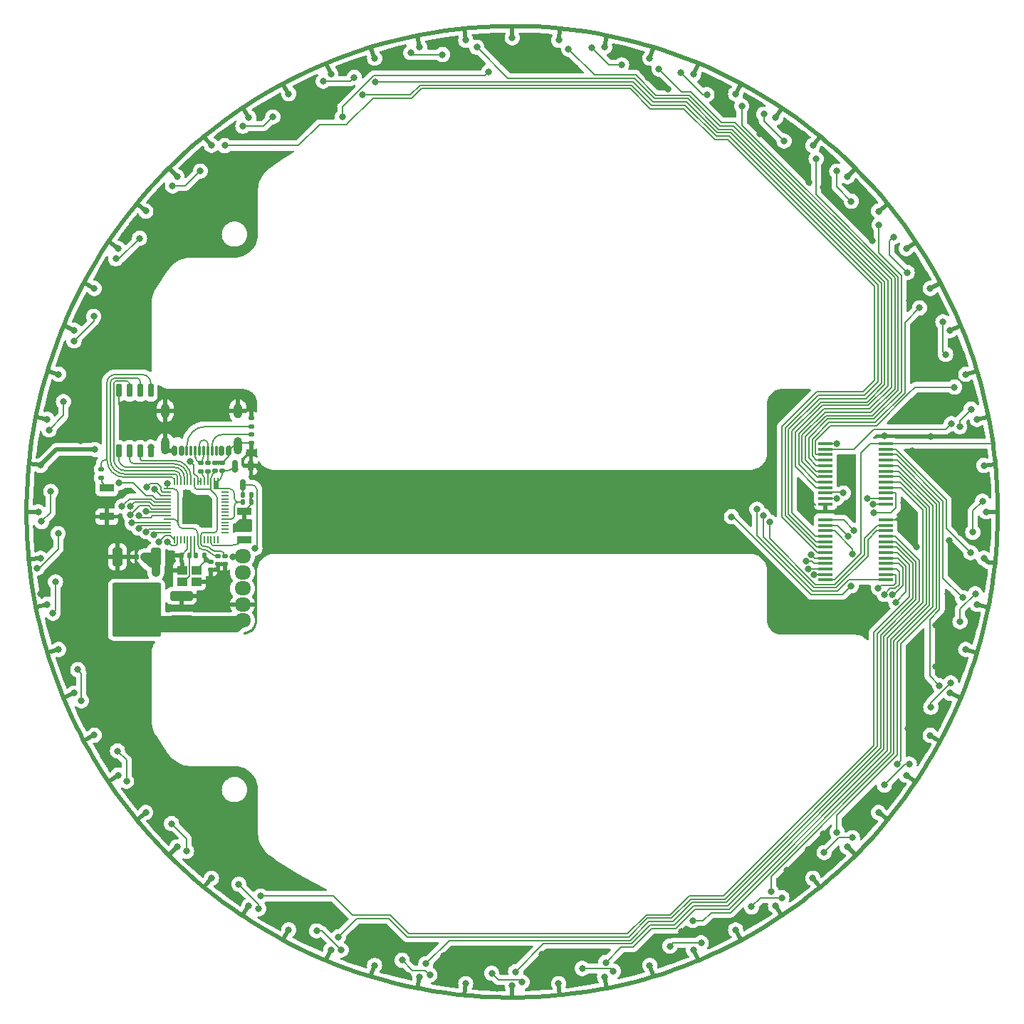
<source format=gbr>
%TF.GenerationSoftware,KiCad,Pcbnew,7.0.11*%
%TF.CreationDate,2025-01-20T01:48:29+09:00*%
%TF.ProjectId,Line,4c696e65-2e6b-4696-9361-645f70636258,rev?*%
%TF.SameCoordinates,Original*%
%TF.FileFunction,Copper,L1,Top*%
%TF.FilePolarity,Positive*%
%FSLAX46Y46*%
G04 Gerber Fmt 4.6, Leading zero omitted, Abs format (unit mm)*
G04 Created by KiCad (PCBNEW 7.0.11) date 2025-01-20 01:48:29*
%MOMM*%
%LPD*%
G01*
G04 APERTURE LIST*
G04 Aperture macros list*
%AMRoundRect*
0 Rectangle with rounded corners*
0 $1 Rounding radius*
0 $2 $3 $4 $5 $6 $7 $8 $9 X,Y pos of 4 corners*
0 Add a 4 corners polygon primitive as box body*
4,1,4,$2,$3,$4,$5,$6,$7,$8,$9,$2,$3,0*
0 Add four circle primitives for the rounded corners*
1,1,$1+$1,$2,$3*
1,1,$1+$1,$4,$5*
1,1,$1+$1,$6,$7*
1,1,$1+$1,$8,$9*
0 Add four rect primitives between the rounded corners*
20,1,$1+$1,$2,$3,$4,$5,0*
20,1,$1+$1,$4,$5,$6,$7,0*
20,1,$1+$1,$6,$7,$8,$9,0*
20,1,$1+$1,$8,$9,$2,$3,0*%
G04 Aperture macros list end*
%TA.AperFunction,SMDPad,CuDef*%
%ADD10RoundRect,0.135000X-0.185000X0.135000X-0.185000X-0.135000X0.185000X-0.135000X0.185000X0.135000X0*%
%TD*%
%TA.AperFunction,SMDPad,CuDef*%
%ADD11R,1.150000X1.000000*%
%TD*%
%TA.AperFunction,SMDPad,CuDef*%
%ADD12RoundRect,0.135000X0.185000X-0.135000X0.185000X0.135000X-0.185000X0.135000X-0.185000X-0.135000X0*%
%TD*%
%TA.AperFunction,SMDPad,CuDef*%
%ADD13RoundRect,0.150000X0.150000X0.425000X-0.150000X0.425000X-0.150000X-0.425000X0.150000X-0.425000X0*%
%TD*%
%TA.AperFunction,SMDPad,CuDef*%
%ADD14RoundRect,0.075000X0.075000X0.500000X-0.075000X0.500000X-0.075000X-0.500000X0.075000X-0.500000X0*%
%TD*%
%TA.AperFunction,ComponentPad*%
%ADD15O,1.000000X2.100000*%
%TD*%
%TA.AperFunction,ComponentPad*%
%ADD16O,1.000000X1.800000*%
%TD*%
%TA.AperFunction,SMDPad,CuDef*%
%ADD17RoundRect,0.150000X-0.150000X0.512500X-0.150000X-0.512500X0.150000X-0.512500X0.150000X0.512500X0*%
%TD*%
%TA.AperFunction,SMDPad,CuDef*%
%ADD18RoundRect,0.050000X-0.387500X-0.050000X0.387500X-0.050000X0.387500X0.050000X-0.387500X0.050000X0*%
%TD*%
%TA.AperFunction,SMDPad,CuDef*%
%ADD19RoundRect,0.050000X-0.050000X-0.387500X0.050000X-0.387500X0.050000X0.387500X-0.050000X0.387500X0*%
%TD*%
%TA.AperFunction,HeatsinkPad*%
%ADD20R,3.200000X3.200000*%
%TD*%
%TA.AperFunction,SMDPad,CuDef*%
%ADD21RoundRect,0.140000X0.140000X0.170000X-0.140000X0.170000X-0.140000X-0.170000X0.140000X-0.170000X0*%
%TD*%
%TA.AperFunction,SMDPad,CuDef*%
%ADD22RoundRect,0.140000X0.170000X-0.140000X0.170000X0.140000X-0.170000X0.140000X-0.170000X-0.140000X0*%
%TD*%
%TA.AperFunction,SMDPad,CuDef*%
%ADD23RoundRect,0.140000X-0.170000X0.140000X-0.170000X-0.140000X0.170000X-0.140000X0.170000X0.140000X0*%
%TD*%
%TA.AperFunction,SMDPad,CuDef*%
%ADD24RoundRect,0.150000X-0.150000X0.650000X-0.150000X-0.650000X0.150000X-0.650000X0.150000X0.650000X0*%
%TD*%
%TA.AperFunction,SMDPad,CuDef*%
%ADD25R,1.750000X0.450000*%
%TD*%
%TA.AperFunction,SMDPad,CuDef*%
%ADD26R,1.700000X0.900000*%
%TD*%
%TA.AperFunction,SMDPad,CuDef*%
%ADD27O,1.950000X1.700000*%
%TD*%
%TA.AperFunction,SMDPad,CuDef*%
%ADD28RoundRect,0.250000X-0.350000X0.850000X-0.350000X-0.850000X0.350000X-0.850000X0.350000X0.850000X0*%
%TD*%
%TA.AperFunction,SMDPad,CuDef*%
%ADD29RoundRect,0.250000X-1.125000X1.275000X-1.125000X-1.275000X1.125000X-1.275000X1.125000X1.275000X0*%
%TD*%
%TA.AperFunction,SMDPad,CuDef*%
%ADD30RoundRect,0.249997X-2.650003X2.950003X-2.650003X-2.950003X2.650003X-2.950003X2.650003X2.950003X0*%
%TD*%
%TA.AperFunction,SMDPad,CuDef*%
%ADD31RoundRect,0.250000X-1.100000X0.325000X-1.100000X-0.325000X1.100000X-0.325000X1.100000X0.325000X0*%
%TD*%
%TA.AperFunction,SMDPad,CuDef*%
%ADD32RoundRect,0.135000X-0.135000X-0.185000X0.135000X-0.185000X0.135000X0.185000X-0.135000X0.185000X0*%
%TD*%
%TA.AperFunction,SMDPad,CuDef*%
%ADD33RoundRect,0.140000X-0.140000X-0.170000X0.140000X-0.170000X0.140000X0.170000X-0.140000X0.170000X0*%
%TD*%
%TA.AperFunction,ViaPad*%
%ADD34C,0.800000*%
%TD*%
%TA.AperFunction,Conductor*%
%ADD35C,0.200000*%
%TD*%
%TA.AperFunction,Conductor*%
%ADD36C,1.000000*%
%TD*%
%TA.AperFunction,Conductor*%
%ADD37C,0.500000*%
%TD*%
G04 APERTURE END LIST*
D10*
%TO.P,R31,1*%
%TO.N,Net-(J2-D--PadA7)*%
X116230400Y-95750756D03*
%TO.P,R31,2*%
%TO.N,/D-*%
X116230400Y-96770756D03*
%TD*%
D11*
%TO.P,Y1,1,1*%
%TO.N,Net-(C5-Pad2)*%
X114895000Y-108530000D03*
%TO.P,Y1,2,2*%
%TO.N,GND*%
X113145000Y-108530000D03*
%TO.P,Y1,3,3*%
%TO.N,Net-(U6-XIN)*%
X113145000Y-109930000D03*
%TO.P,Y1,4,4*%
%TO.N,GND*%
X114895000Y-109930000D03*
%TD*%
D12*
%TO.P,R30,1*%
%TO.N,/BOOT*%
X103520000Y-97550000D03*
%TO.P,R30,2*%
%TO.N,Net-(U5-~{CS})*%
X103520000Y-96530000D03*
%TD*%
D13*
%TO.P,J2,A1,GND*%
%TO.N,GND*%
X118673562Y-94340800D03*
%TO.P,J2,A4,VBUS*%
%TO.N,unconnected-(J2-VBUS-PadA4)*%
X117873562Y-94340800D03*
D14*
%TO.P,J2,A5,CC1*%
%TO.N,Net-(J2-CC1)*%
X116723562Y-94340800D03*
%TO.P,J2,A6,D+*%
%TO.N,Net-(J2-D+-PadA6)*%
X115723562Y-94340800D03*
%TO.P,J2,A7,D-*%
%TO.N,Net-(J2-D--PadA7)*%
X115223562Y-94340800D03*
%TO.P,J2,A8,SBU1*%
%TO.N,unconnected-(J2-SBU1-PadA8)*%
X114223562Y-94340800D03*
D13*
%TO.P,J2,A9,VBUS*%
%TO.N,unconnected-(J2-VBUS-PadA4)*%
X113073562Y-94340800D03*
%TO.P,J2,A12,GND*%
%TO.N,GND*%
X112273562Y-94340800D03*
%TO.P,J2,B1,GND*%
X112273562Y-94340800D03*
%TO.P,J2,B4,VBUS*%
%TO.N,unconnected-(J2-VBUS-PadA4)*%
X113073562Y-94340800D03*
D14*
%TO.P,J2,B5,CC2*%
%TO.N,Net-(J2-CC2)*%
X113723562Y-94340800D03*
%TO.P,J2,B6,D+*%
%TO.N,Net-(J2-D+-PadA6)*%
X114723562Y-94340800D03*
%TO.P,J2,B7,D-*%
%TO.N,Net-(J2-D--PadA7)*%
X116223562Y-94340800D03*
%TO.P,J2,B8,SBU2*%
%TO.N,unconnected-(J2-SBU2-PadB8)*%
X117223562Y-94340800D03*
D13*
%TO.P,J2,B9,VBUS*%
%TO.N,unconnected-(J2-VBUS-PadA4)*%
X117873562Y-94340800D03*
%TO.P,J2,B12,GND*%
%TO.N,GND*%
X118673562Y-94340800D03*
D15*
%TO.P,J2,S1,SHIELD*%
X119793562Y-93765800D03*
D16*
X119793562Y-89585800D03*
D15*
X111153562Y-93765800D03*
D16*
X111153562Y-89585800D03*
%TD*%
D17*
%TO.P,U4,1,GND*%
%TO.N,GND*%
X121346000Y-96119100D03*
%TO.P,U4,2,VO*%
%TO.N,+3.3V*%
X119446000Y-96119100D03*
%TO.P,U4,3,VI*%
%TO.N,+12V*%
X120396000Y-98394100D03*
%TD*%
D18*
%TO.P,U6,1,IOVDD*%
%TO.N,+3.3V*%
X111368262Y-98856100D03*
%TO.P,U6,2,GPIO0*%
%TO.N,/LineRX*%
X111368262Y-99256100D03*
%TO.P,U6,3,GPIO1*%
%TO.N,/LineTX*%
X111368262Y-99656100D03*
%TO.P,U6,4,GPIO2*%
%TO.N,/COM1*%
X111368262Y-100056100D03*
%TO.P,U6,5,GPIO3*%
%TO.N,/1SO*%
X111368262Y-100456100D03*
%TO.P,U6,6,GPIO4*%
%TO.N,/1S1*%
X111368262Y-100856100D03*
%TO.P,U6,7,GPIO5*%
%TO.N,/1S2*%
X111368262Y-101256100D03*
%TO.P,U6,8,GPIO6*%
%TO.N,/1S3*%
X111368262Y-101656100D03*
%TO.P,U6,9,GPIO7*%
%TO.N,/1E*%
X111368262Y-102056100D03*
%TO.P,U6,10,IOVDD*%
%TO.N,+3.3V*%
X111368262Y-102456100D03*
%TO.P,U6,11,GPIO8*%
%TO.N,/COM2*%
X111368262Y-102856100D03*
%TO.P,U6,12,GPIO9*%
%TO.N,/2SO*%
X111368262Y-103256100D03*
%TO.P,U6,13,GPIO10*%
%TO.N,/2S1*%
X111368262Y-103656100D03*
%TO.P,U6,14,GPIO11*%
%TO.N,/2S2*%
X111368262Y-104056100D03*
D19*
%TO.P,U6,15,GPIO12*%
%TO.N,/2S3*%
X112205762Y-104893600D03*
%TO.P,U6,16,GPIO13*%
%TO.N,/2E*%
X112605762Y-104893600D03*
%TO.P,U6,17,GPIO14*%
%TO.N,unconnected-(U6-GPIO14-Pad17)*%
X113005762Y-104893600D03*
%TO.P,U6,18,GPIO15*%
%TO.N,unconnected-(U6-GPIO15-Pad18)*%
X113405762Y-104893600D03*
%TO.P,U6,19,TESTEN*%
%TO.N,GND*%
X113805762Y-104893600D03*
%TO.P,U6,20,XIN*%
%TO.N,Net-(U6-XIN)*%
X114205762Y-104893600D03*
%TO.P,U6,21,XOUT*%
%TO.N,Net-(U6-XOUT)*%
X114605762Y-104893600D03*
%TO.P,U6,22,IOVDD*%
%TO.N,+3.3V*%
X115005762Y-104893600D03*
%TO.P,U6,23,DVDD*%
%TO.N,+1V1*%
X115405762Y-104893600D03*
%TO.P,U6,24,SWCLK*%
%TO.N,unconnected-(U6-SWCLK-Pad24)*%
X115805762Y-104893600D03*
%TO.P,U6,25,SWD*%
%TO.N,unconnected-(U6-SWD-Pad25)*%
X116205762Y-104893600D03*
%TO.P,U6,26,RUN*%
%TO.N,/RUN*%
X116605762Y-104893600D03*
%TO.P,U6,27,GPIO16*%
%TO.N,unconnected-(U6-GPIO16-Pad27)*%
X117005762Y-104893600D03*
%TO.P,U6,28,GPIO17*%
%TO.N,unconnected-(U6-GPIO17-Pad28)*%
X117405762Y-104893600D03*
D18*
%TO.P,U6,29,GPIO18*%
%TO.N,unconnected-(U6-GPIO18-Pad29)*%
X118243262Y-104056100D03*
%TO.P,U6,30,GPIO19*%
%TO.N,unconnected-(U6-GPIO19-Pad30)*%
X118243262Y-103656100D03*
%TO.P,U6,31,GPIO20*%
%TO.N,unconnected-(U6-GPIO20-Pad31)*%
X118243262Y-103256100D03*
%TO.P,U6,32,GPIO21*%
%TO.N,unconnected-(U6-GPIO21-Pad32)*%
X118243262Y-102856100D03*
%TO.P,U6,33,IOVDD*%
%TO.N,+3.3V*%
X118243262Y-102456100D03*
%TO.P,U6,34,GPIO22*%
%TO.N,unconnected-(U6-GPIO22-Pad34)*%
X118243262Y-102056100D03*
%TO.P,U6,35,GPIO23*%
%TO.N,unconnected-(U6-GPIO23-Pad35)*%
X118243262Y-101656100D03*
%TO.P,U6,36,GPIO24*%
%TO.N,unconnected-(U6-GPIO24-Pad36)*%
X118243262Y-101256100D03*
%TO.P,U6,37,GPIO25*%
%TO.N,unconnected-(U6-GPIO25-Pad37)*%
X118243262Y-100856100D03*
%TO.P,U6,38,GPIO26_ADC0*%
%TO.N,unconnected-(U6-GPIO26_ADC0-Pad38)*%
X118243262Y-100456100D03*
%TO.P,U6,39,GPIO27_ADC1*%
%TO.N,unconnected-(U6-GPIO27_ADC1-Pad39)*%
X118243262Y-100056100D03*
%TO.P,U6,40,GPIO28_ADC2*%
%TO.N,unconnected-(U6-GPIO28_ADC2-Pad40)*%
X118243262Y-99656100D03*
%TO.P,U6,41,GPIO29_ADC3*%
%TO.N,unconnected-(U6-GPIO29_ADC3-Pad41)*%
X118243262Y-99256100D03*
%TO.P,U6,42,IOVDD*%
%TO.N,+3.3V*%
X118243262Y-98856100D03*
D19*
%TO.P,U6,43,ADC_AVDD*%
X117405762Y-98018600D03*
%TO.P,U6,44,VREG_IN*%
X117005762Y-98018600D03*
%TO.P,U6,45,VREG_VOUT*%
%TO.N,+1V1*%
X116605762Y-98018600D03*
%TO.P,U6,46,USB_DM*%
%TO.N,/D-*%
X116205762Y-98018600D03*
%TO.P,U6,47,USB_DP*%
%TO.N,/D+*%
X115805762Y-98018600D03*
%TO.P,U6,48,USB_VDD*%
%TO.N,+3.3V*%
X115405762Y-98018600D03*
%TO.P,U6,49,IOVDD*%
X115005762Y-98018600D03*
%TO.P,U6,50,DVDD*%
%TO.N,+1V1*%
X114605762Y-98018600D03*
%TO.P,U6,51,QSPI_SD3*%
%TO.N,Net-(U5-IO3)*%
X114205762Y-98018600D03*
%TO.P,U6,52,QSPI_SCLK*%
%TO.N,Net-(U5-CLK)*%
X113805762Y-98018600D03*
%TO.P,U6,53,QSPI_SD0*%
%TO.N,Net-(U5-DI(IO0))*%
X113405762Y-98018600D03*
%TO.P,U6,54,QSPI_SD2*%
%TO.N,Net-(U5-IO2)*%
X113005762Y-98018600D03*
%TO.P,U6,55,QSPI_SD1*%
%TO.N,Net-(U5-DO(IO1))*%
X112605762Y-98018600D03*
%TO.P,U6,56,QSPI_SS*%
%TO.N,Net-(U5-~{CS})*%
X112205762Y-98018600D03*
D20*
%TO.P,U6,57,GND*%
%TO.N,GND*%
X114805762Y-101456100D03*
%TD*%
D21*
%TO.P,C4,1*%
%TO.N,Net-(U6-XIN)*%
X114018000Y-106781600D03*
%TO.P,C4,2*%
%TO.N,GND*%
X113058000Y-106781600D03*
%TD*%
D22*
%TO.P,C5,1*%
%TO.N,GND*%
X116535200Y-108480800D03*
%TO.P,C5,2*%
%TO.N,Net-(C5-Pad2)*%
X116535200Y-107520800D03*
%TD*%
D12*
%TO.P,R25,1*%
%TO.N,/D+*%
X115392198Y-96770755D03*
%TO.P,R25,2*%
%TO.N,Net-(J2-D+-PadA6)*%
X115392198Y-95750755D03*
%TD*%
D23*
%TO.P,C13,1*%
%TO.N,GND*%
X117068600Y-95786000D03*
%TO.P,C13,2*%
%TO.N,+1V1*%
X117068600Y-96746000D03*
%TD*%
D24*
%TO.P,U5,1,~{CS}*%
%TO.N,Net-(U5-~{CS})*%
X109423200Y-87179600D03*
%TO.P,U5,2,DO(IO1)*%
%TO.N,Net-(U5-DO(IO1))*%
X108153200Y-87179600D03*
%TO.P,U5,3,IO2*%
%TO.N,Net-(U5-IO2)*%
X106883200Y-87179600D03*
%TO.P,U5,4,GND*%
%TO.N,GND*%
X105613200Y-87179600D03*
%TO.P,U5,5,DI(IO0)*%
%TO.N,Net-(U5-DI(IO0))*%
X105613200Y-94379600D03*
%TO.P,U5,6,CLK*%
%TO.N,Net-(U5-CLK)*%
X106883200Y-94379600D03*
%TO.P,U5,7,IO3*%
%TO.N,Net-(U5-IO3)*%
X108153200Y-94379600D03*
%TO.P,U5,8,VCC*%
%TO.N,+3.3V*%
X109423200Y-94379600D03*
%TD*%
D25*
%TO.P,U2,1,COM*%
%TO.N,/COM1*%
X189643200Y-93503800D03*
%TO.P,U2,2,I7*%
%TO.N,/8*%
X189643200Y-94153800D03*
%TO.P,U2,3,I6*%
%TO.N,/7*%
X189643200Y-94803800D03*
%TO.P,U2,4,I5*%
%TO.N,/6*%
X189643200Y-95453800D03*
%TO.P,U2,5,I4*%
%TO.N,/5*%
X189643200Y-96103800D03*
%TO.P,U2,6,I3*%
%TO.N,/4*%
X189643200Y-96753800D03*
%TO.P,U2,7,I2*%
%TO.N,/3*%
X189643200Y-97403800D03*
%TO.P,U2,8,I1*%
%TO.N,/2*%
X189643200Y-98053800D03*
%TO.P,U2,9,I0*%
%TO.N,/1*%
X189643200Y-98703800D03*
%TO.P,U2,10,S0*%
%TO.N,/1SO*%
X189643200Y-99353800D03*
%TO.P,U2,11,S1*%
%TO.N,/1S1*%
X189643200Y-100003800D03*
%TO.P,U2,12,GND*%
%TO.N,GND*%
X189643200Y-100653800D03*
%TO.P,U2,13,S3*%
%TO.N,/1S3*%
X196843200Y-100653800D03*
%TO.P,U2,14,S2*%
%TO.N,/1S2*%
X196843200Y-100003800D03*
%TO.P,U2,15,~{E}*%
%TO.N,/1E*%
X196843200Y-99353800D03*
%TO.P,U2,16,I15*%
%TO.N,/16*%
X196843200Y-98703800D03*
%TO.P,U2,17,I14*%
%TO.N,/15*%
X196843200Y-98053800D03*
%TO.P,U2,18,I13*%
%TO.N,/14*%
X196843200Y-97403800D03*
%TO.P,U2,19,I12*%
%TO.N,/13*%
X196843200Y-96753800D03*
%TO.P,U2,20,I11*%
%TO.N,/12*%
X196843200Y-96103800D03*
%TO.P,U2,21,I10*%
%TO.N,/11*%
X196843200Y-95453800D03*
%TO.P,U2,22,I9*%
%TO.N,/10*%
X196843200Y-94803800D03*
%TO.P,U2,23,I8*%
%TO.N,/9*%
X196843200Y-94153800D03*
%TO.P,U2,24,VCC*%
%TO.N,+3.3V*%
X196843200Y-93503800D03*
%TD*%
D26*
%TO.P,SW2,1,1*%
%TO.N,/RUN*%
X120573800Y-104900200D03*
%TO.P,SW2,2,2*%
%TO.N,GND*%
X120573800Y-101500200D03*
%TD*%
D27*
%TO.P,J1,1,Pin_1*%
%TO.N,+12V*%
X120345200Y-114528600D03*
%TO.P,J1,2,Pin_2*%
%TO.N,GND*%
X120345200Y-112623600D03*
%TO.P,J1,3,Pin_3*%
%TO.N,/LineRX*%
X120345200Y-110718600D03*
%TO.P,J1,4,Pin_4*%
%TO.N,/LineTX*%
X120345200Y-108813600D03*
%TO.P,J1,5*%
%TO.N,/PWM*%
X120345200Y-106908600D03*
%TD*%
D26*
%TO.P,SW1,1,1*%
%TO.N,/BOOT*%
X104220000Y-98770000D03*
%TO.P,SW1,2,2*%
%TO.N,GND*%
X104220000Y-102170000D03*
%TD*%
D25*
%TO.P,U3,1,COM*%
%TO.N,/COM2*%
X196843200Y-109696200D03*
%TO.P,U3,2,I7*%
%TO.N,/24*%
X196843200Y-109046200D03*
%TO.P,U3,3,I6*%
%TO.N,/23*%
X196843200Y-108396200D03*
%TO.P,U3,4,I5*%
%TO.N,/22*%
X196843200Y-107746200D03*
%TO.P,U3,5,I4*%
%TO.N,/21*%
X196843200Y-107096200D03*
%TO.P,U3,6,I3*%
%TO.N,/20*%
X196843200Y-106446200D03*
%TO.P,U3,7,I2*%
%TO.N,/19*%
X196843200Y-105796200D03*
%TO.P,U3,8,I1*%
%TO.N,/18*%
X196843200Y-105146200D03*
%TO.P,U3,9,I0*%
%TO.N,/17*%
X196843200Y-104496200D03*
%TO.P,U3,10,S0*%
%TO.N,/2SO*%
X196843200Y-103846200D03*
%TO.P,U3,11,S1*%
%TO.N,/2S1*%
X196843200Y-103196200D03*
%TO.P,U3,12,GND*%
%TO.N,GND*%
X196843200Y-102546200D03*
%TO.P,U3,13,S3*%
%TO.N,/2S3*%
X189643200Y-102546200D03*
%TO.P,U3,14,S2*%
%TO.N,/2S2*%
X189643200Y-103196200D03*
%TO.P,U3,15,~{E}*%
%TO.N,/2E*%
X189643200Y-103846200D03*
%TO.P,U3,16,I15*%
%TO.N,/32*%
X189643200Y-104496200D03*
%TO.P,U3,17,I14*%
%TO.N,/31*%
X189643200Y-105146200D03*
%TO.P,U3,18,I13*%
%TO.N,/30*%
X189643200Y-105796200D03*
%TO.P,U3,19,I12*%
%TO.N,/29*%
X189643200Y-106446200D03*
%TO.P,U3,20,I11*%
%TO.N,/28*%
X189643200Y-107096200D03*
%TO.P,U3,21,I10*%
%TO.N,/27*%
X189643200Y-107746200D03*
%TO.P,U3,22,I9*%
%TO.N,/26*%
X189643200Y-108396200D03*
%TO.P,U3,23,I8*%
%TO.N,/25*%
X189643200Y-109046200D03*
%TO.P,U3,24,VCC*%
%TO.N,+3.3V*%
X189643200Y-109696200D03*
%TD*%
D28*
%TO.P,U1,1,GND*%
%TO.N,GND*%
X105464300Y-106950400D03*
%TO.P,U1,2,VO*%
%TO.N,+5V*%
X110024300Y-106950400D03*
D29*
%TO.P,U1,3,VI*%
%TO.N,+12V*%
X109269300Y-111575400D03*
X106219300Y-111575400D03*
D30*
X107744300Y-113250400D03*
D29*
X109269300Y-114925400D03*
X106219300Y-114925400D03*
%TD*%
D10*
%TO.P,R26,1*%
%TO.N,Net-(J2-CC1)*%
X121361200Y-92403200D03*
%TO.P,R26,2*%
%TO.N,GND*%
X121361200Y-93423200D03*
%TD*%
D31*
%TO.P,C1,1*%
%TO.N,GND*%
X113055400Y-111578600D03*
%TO.P,C1,2*%
%TO.N,+12V*%
X113055400Y-114528600D03*
%TD*%
D32*
%TO.P,R32,1*%
%TO.N,Net-(U6-XOUT)*%
X114780600Y-106756200D03*
%TO.P,R32,2*%
%TO.N,Net-(C5-Pad2)*%
X115800600Y-106756200D03*
%TD*%
D23*
%TO.P,C8,1*%
%TO.N,GND*%
X117906800Y-95786000D03*
%TO.P,C8,2*%
%TO.N,+3.3V*%
X117906800Y-96746000D03*
%TD*%
D21*
%TO.P,C7,1*%
%TO.N,GND*%
X121358600Y-100457000D03*
%TO.P,C7,2*%
%TO.N,+3.3V*%
X120398600Y-100457000D03*
%TD*%
%TO.P,C3,1*%
%TO.N,GND*%
X121358600Y-99618800D03*
%TO.P,C3,2*%
%TO.N,+12V*%
X120398600Y-99618800D03*
%TD*%
D12*
%TO.P,R27,1*%
%TO.N,Net-(J2-CC2)*%
X121361200Y-91467400D03*
%TO.P,R27,2*%
%TO.N,GND*%
X121361200Y-90447400D03*
%TD*%
D33*
%TO.P,C2,1*%
%TO.N,GND*%
X107752000Y-106934000D03*
%TO.P,C2,2*%
%TO.N,+5V*%
X108712000Y-106934000D03*
%TD*%
D22*
%TO.P,C10,1*%
%TO.N,GND*%
X117373400Y-107795000D03*
%TO.P,C10,2*%
%TO.N,+3.3V*%
X117373400Y-106835000D03*
%TD*%
%TO.P,C12,1*%
%TO.N,GND*%
X118237000Y-107795000D03*
%TO.P,C12,2*%
%TO.N,+1V1*%
X118237000Y-106835000D03*
%TD*%
D34*
%TO.N,GND*%
X198410000Y-134040000D03*
X204990000Y-81280000D03*
X205250000Y-107520000D03*
X100010000Y-113540000D03*
X100080000Y-84110000D03*
X137990000Y-153210000D03*
X117470000Y-61250000D03*
X151590000Y-155220000D03*
X106860000Y-124240000D03*
X172680000Y-154160000D03*
X99640000Y-91290000D03*
X201680000Y-122580000D03*
X112000000Y-136690000D03*
X114300000Y-139360000D03*
X171460000Y-104520000D03*
X106270000Y-69150000D03*
X107510000Y-90760000D03*
X116610000Y-141590000D03*
X164730000Y-46740000D03*
X119930000Y-147670000D03*
X175250000Y-50140000D03*
X200440000Y-105810000D03*
X140020000Y-156720000D03*
X144260000Y-154380000D03*
X110730000Y-65490000D03*
X199640000Y-76440000D03*
X104810000Y-76830000D03*
X104780000Y-131760000D03*
X97430000Y-89260000D03*
X109320000Y-133520000D03*
X158810000Y-104520000D03*
X200140000Y-85760000D03*
X99660000Y-111210000D03*
X104480000Y-74290000D03*
X141280000Y-154150000D03*
X198470000Y-90660000D03*
X129550000Y-153120000D03*
X199590000Y-103000000D03*
X100860000Y-78760000D03*
X207900000Y-91970000D03*
X205300000Y-109770000D03*
X135510000Y-104440000D03*
X150590000Y-158250000D03*
X107520000Y-119490000D03*
X148110000Y-48160000D03*
X141870000Y-48700000D03*
X193200000Y-62780000D03*
X131220000Y-150840000D03*
X155910000Y-154180000D03*
X153790000Y-45280000D03*
X123650000Y-146190000D03*
X202760000Y-119980000D03*
X167110000Y-155160000D03*
X99230000Y-116150000D03*
X103890000Y-81100000D03*
X191210000Y-142360000D03*
X194100000Y-111780000D03*
X202790000Y-115050000D03*
X100770000Y-86860000D03*
X115240000Y-112990000D03*
X200950000Y-116640000D03*
X203810000Y-124410000D03*
X106940000Y-78820000D03*
X194160000Y-115680000D03*
X145530000Y-156190000D03*
X200680000Y-87930000D03*
X99770000Y-121930000D03*
X169980000Y-152240000D03*
X122550000Y-56890000D03*
X118230000Y-112990000D03*
X142750000Y-46030000D03*
X207300000Y-113950000D03*
X178070000Y-53950000D03*
X113530000Y-60740000D03*
X127950000Y-53820000D03*
X202200000Y-92670000D03*
X107030000Y-76010000D03*
X120430000Y-144230000D03*
X208740000Y-102960000D03*
X148630000Y-154610000D03*
X96060000Y-100210000D03*
X107060000Y-108890000D03*
X111860000Y-67670000D03*
X182590000Y-149170000D03*
X204790000Y-118990000D03*
X103600000Y-126110000D03*
X118290000Y-109090000D03*
X133900000Y-151910000D03*
X155120000Y-48440000D03*
X184810000Y-55550000D03*
X193590000Y-137290000D03*
X110030000Y-131280000D03*
X146660000Y-104690000D03*
X199690000Y-117880000D03*
X125030000Y-149720000D03*
X129060000Y-149850000D03*
X104400000Y-104050000D03*
X121380000Y-94560000D03*
X111580000Y-140430000D03*
X116530000Y-142960000D03*
X168540000Y-49960000D03*
X119560000Y-59280000D03*
X111710000Y-112990000D03*
X131640000Y-51590000D03*
X192180000Y-95300000D03*
X172510000Y-151470000D03*
X98560000Y-96380000D03*
X132130000Y-49050000D03*
X204370000Y-104990000D03*
X101110000Y-93130000D03*
X103020000Y-88100000D03*
X153350000Y-154100000D03*
X204980000Y-94570000D03*
X135310000Y-153320000D03*
X116260000Y-103030000D03*
X122240000Y-54040000D03*
X112750000Y-91800000D03*
X189410000Y-139850000D03*
X189290000Y-114740000D03*
X107530000Y-71870000D03*
X183410000Y-90420000D03*
X185160000Y-59470000D03*
X170910000Y-51350000D03*
X184230000Y-114940000D03*
X106970000Y-84020000D03*
X99050000Y-102570000D03*
X183350000Y-111350000D03*
X159900000Y-48770000D03*
X101690000Y-113520000D03*
X117330000Y-89070000D03*
X185850000Y-87780000D03*
X99300000Y-107320000D03*
X199450000Y-127400000D03*
X196620000Y-92540000D03*
X96360000Y-111330000D03*
X174310000Y-151520000D03*
X117330000Y-111180000D03*
X187560000Y-141750000D03*
X186070000Y-145020000D03*
X198970000Y-100520000D03*
X113210000Y-87980000D03*
X102570000Y-121700000D03*
X107510000Y-121690000D03*
X199970000Y-94360000D03*
X200750000Y-78990000D03*
X103600000Y-123880000D03*
X200110000Y-121480000D03*
X159190000Y-154590000D03*
X111340000Y-109590000D03*
X192190000Y-97820000D03*
X113830000Y-65250000D03*
X120560000Y-103190000D03*
X205730000Y-104090000D03*
X156290000Y-156410000D03*
X205290000Y-100220000D03*
X103780000Y-112210000D03*
X162380000Y-154220000D03*
X204440000Y-89690000D03*
X185020000Y-144230000D03*
X179910000Y-105510000D03*
X162020000Y-157130000D03*
X187660000Y-62400000D03*
X183370000Y-97630000D03*
X107400000Y-81770000D03*
X124200000Y-104460000D03*
X189400000Y-63000000D03*
X204180000Y-111400000D03*
X119360000Y-141690000D03*
X200610000Y-128970000D03*
X101010000Y-95450000D03*
X195190000Y-69350000D03*
X117700000Y-139480000D03*
X111830000Y-133660000D03*
X203380000Y-85650000D03*
X181850000Y-56680000D03*
X122290000Y-96360000D03*
X151310000Y-48110000D03*
X199950000Y-71460000D03*
X103590000Y-107170000D03*
X107030000Y-129860000D03*
X176910000Y-150390000D03*
%TO.N,+12V*%
X120400000Y-114520000D03*
X121810000Y-105940000D03*
%TO.N,+5V*%
X110020000Y-107756100D03*
X110020000Y-108810000D03*
%TO.N,+3.3V*%
X199256659Y-70292356D03*
X98469276Y-117957249D03*
X207670685Y-90607473D03*
X204464104Y-80035560D03*
X199254633Y-132910676D03*
X208753175Y-101601823D03*
X116645535Y-145161847D03*
X152396353Y-157954998D03*
X157923747Y-45516544D03*
X130833734Y-49534074D03*
X102770000Y-94190000D03*
X96043178Y-101598178D03*
X183705820Y-148458482D03*
X97125668Y-112592528D03*
X98470334Y-85239264D03*
X96314721Y-96074431D03*
X178965348Y-51900187D03*
X102696646Y-128163956D03*
X105541720Y-70289326D03*
X109430000Y-93900000D03*
X121090531Y-54741520D03*
X208481989Y-96078058D03*
X204462709Y-123167809D03*
X152400000Y-45245000D03*
X97126379Y-90603898D03*
X206326019Y-117960737D03*
X136037439Y-155527842D03*
X141402073Y-156871797D03*
X105539695Y-132907645D03*
X112547886Y-141447713D03*
X157920118Y-157683812D03*
X114112613Y-95572923D03*
X141405647Y-46327493D03*
X163390703Y-156872508D03*
X173965986Y-49535467D03*
X136040926Y-47671101D03*
X183708853Y-54743543D03*
X202099708Y-75036045D03*
X192245889Y-141450291D03*
X188150819Y-58038153D03*
X102698364Y-75032831D03*
X195962337Y-65850176D03*
X121087501Y-148456456D03*
X146876232Y-45516189D03*
X108836329Y-65847360D03*
X195960023Y-137352642D03*
X202097989Y-128167171D03*
X146872606Y-157683455D03*
X168758914Y-47672157D03*
X108834017Y-137349824D03*
X116648352Y-58035842D03*
X111370000Y-98204000D03*
X206327077Y-85242752D03*
X192248468Y-61752287D03*
X130830368Y-153664532D03*
X207669974Y-112596103D03*
X125834220Y-51898471D03*
X178962131Y-151301531D03*
X125831006Y-151299812D03*
X112550463Y-61749711D03*
X100333644Y-80032193D03*
X119450000Y-96510000D03*
X100332249Y-123164441D03*
X96314364Y-107121943D03*
X208481632Y-107125570D03*
X163394280Y-46328202D03*
X168755424Y-155528900D03*
X188148000Y-145164160D03*
X173962616Y-153665927D03*
%TO.N,Net-(D17-DIN)*%
X161860000Y-46450000D03*
X165418932Y-48461564D03*
%TO.N,Net-(D10-DOUT)*%
X199360508Y-73135984D03*
X197748231Y-68914190D03*
%TO.N,Net-(D11-DOUT)*%
X205642365Y-114659538D03*
X207465078Y-111340584D03*
%TO.N,Net-(D12-DOUT)*%
X180863687Y-148564693D03*
X184460000Y-147480000D03*
%TO.N,Net-(D13-DOUT)*%
X139319356Y-154917219D03*
X142623861Y-156660947D03*
%TO.N,Net-(D14-DOUT)*%
X106552744Y-133622464D03*
X105472994Y-130040469D03*
%TO.N,Net-(D15-DOUT)*%
X97332052Y-91854583D03*
X99046517Y-88496873D03*
%TO.N,Net-(D16-DOUT)*%
X120375829Y-55754675D03*
X123940669Y-54647910D03*
%TO.N,Net-(D25-DOUT)*%
X175558762Y-51989119D03*
X172470000Y-49390000D03*
%TO.N,Net-(D26-DOUT)*%
X203610000Y-79010000D03*
X203926967Y-82876906D03*
%TO.N,Net-(D27-DOUT)*%
X202170068Y-124840223D03*
X204535323Y-121935966D03*
%TO.N,Net-(D28-DOUT)*%
X171159641Y-153229283D03*
X174877224Y-152834332D03*
%TO.N,Net-(D29-DOUT)*%
X129137398Y-151418221D03*
X132069786Y-153696287D03*
%TO.N,Net-(D30-DOUT)*%
X100752356Y-120367824D03*
X101186458Y-124063102D03*
%TO.N,Net-(D31-DOUT)*%
X102644739Y-78367936D03*
X100299637Y-81276723D03*
%TO.N,Net-(D32-DOUT)*%
X133622956Y-49935002D03*
X129935013Y-50387599D03*
%TO.N,Net-(D41-DOUT)*%
X182320000Y-54310000D03*
X184732465Y-57518371D03*
%TO.N,Net-(D42-DOUT)*%
X206968931Y-89391238D03*
X205610000Y-91487932D03*
%TO.N,Net-(D43-DOUT)*%
X196655381Y-134086503D03*
X199610000Y-131600000D03*
%TO.N,Net-(D44-DOUT)*%
X164438830Y-156210217D03*
X160724959Y-155886979D03*
%TO.N,Net-(D45-DOUT)*%
X122276012Y-148780125D03*
X119896231Y-145879099D03*
%TO.N,Net-(D46-DOUT)*%
X98099617Y-109928774D03*
X97787489Y-113640605D03*
%TO.N,Net-(D47-DOUT)*%
X108094466Y-69080720D03*
X105267295Y-71500512D03*
%TO.N,Net-(D48-DOUT)*%
X140337857Y-46993993D03*
X144099482Y-47233373D03*
%TO.N,Net-(D54-DOUT)*%
X95895881Y-108296243D03*
X98420000Y-104180000D03*
%TO.N,/A*%
X191000000Y-61100000D03*
X192720655Y-64667425D03*
%TO.N,/B*%
X208304652Y-100339189D03*
X207165957Y-104021104D03*
%TO.N,/C*%
X189479053Y-142108898D03*
X192850000Y-140350000D03*
%TO.N,/D*%
X149974209Y-156463139D03*
X153575320Y-157509558D03*
%TO.N,/E*%
X111900923Y-138669763D03*
X113680296Y-141951325D03*
%TO.N,/F*%
X96450633Y-102763479D03*
X97532195Y-99175156D03*
%TO.N,/G*%
X112013613Y-62861141D03*
X115318145Y-61087817D03*
%TO.N,/17*%
X152810000Y-156280000D03*
%TO.N,/1*%
X159100000Y-46580000D03*
%TO.N,/18*%
X142130000Y-155330000D03*
%TO.N,/2*%
X169860000Y-48970000D03*
%TO.N,/19*%
X131740000Y-152130000D03*
%TO.N,/3*%
X179690000Y-53350000D03*
%TO.N,/20*%
X122479321Y-147292945D03*
%TO.N,/4*%
X188540000Y-59610000D03*
%TO.N,/21*%
X198010415Y-112339635D03*
%TO.N,/5*%
X196020000Y-67510000D03*
%TO.N,/22*%
X197619899Y-111420065D03*
%TO.N,/6*%
X200825000Y-77355000D03*
%TO.N,/23*%
X196620000Y-111405657D03*
%TO.N,/7*%
X204980000Y-86770000D03*
%TO.N,/24*%
X195920000Y-110660000D03*
%TO.N,/8*%
X204610000Y-91120000D03*
%TO.N,/25*%
X188300956Y-109096200D03*
%TO.N,/9*%
X206908258Y-106453555D03*
%TO.N,/26*%
X187586411Y-108386461D03*
%TO.N,/10*%
X205940000Y-111810000D03*
%TO.N,/27*%
X187313458Y-107424431D03*
%TO.N,/11*%
X203205669Y-122275669D03*
%TO.N,/28*%
X187959124Y-106659074D03*
%TO.N,/12*%
X198155967Y-131595967D03*
%TO.N,/29*%
X118220000Y-58060000D03*
%TO.N,/13*%
X191018743Y-139685207D03*
%TO.N,/30*%
X134586497Y-52036496D03*
%TO.N,/14*%
X183201785Y-146780824D03*
%TO.N,/31*%
X136156497Y-50466496D03*
%TO.N,/15*%
X173879975Y-150190000D03*
%TO.N,/32*%
X148190000Y-46360000D03*
%TO.N,/16*%
X163531504Y-155186979D03*
%TO.N,/COM1*%
X105678526Y-98131700D03*
X191010000Y-93453800D03*
%TO.N,/1SO*%
X106013263Y-100930805D03*
X191770000Y-99350000D03*
%TO.N,/1S1*%
X190965258Y-99978976D03*
X107013117Y-100913583D03*
%TO.N,/1S3*%
X195330000Y-100703800D03*
X108866868Y-101556818D03*
%TO.N,/1S2*%
X194625245Y-99994346D03*
X106986655Y-101929996D03*
%TO.N,/1E*%
X107982452Y-102021611D03*
X195430000Y-101701308D03*
%TO.N,/COM2*%
X107195702Y-102927826D03*
X181496596Y-101293404D03*
%TO.N,/2SO*%
X107973994Y-103555342D03*
X182246596Y-102043403D03*
%TO.N,/2S1*%
X182986556Y-102783364D03*
X108890514Y-103955337D03*
%TO.N,/2S3*%
X193036213Y-103785046D03*
X110416138Y-105147813D03*
%TO.N,/2S2*%
X192329104Y-104492154D03*
X109806698Y-104356100D03*
%TO.N,/2E*%
X178476496Y-102183504D03*
X192702604Y-110398804D03*
X111416106Y-105156100D03*
X192832225Y-106592225D03*
%TO.N,/LineRX*%
X108930041Y-98700090D03*
X120345200Y-110718600D03*
%TO.N,/LineTX*%
X109900759Y-98938098D03*
X120570000Y-108820000D03*
%TO.N,/PWM*%
X132193503Y-54663503D03*
X119146265Y-106956100D03*
X149610000Y-49260000D03*
%TD*%
D35*
%TO.N,GND*%
X121358600Y-100457000D02*
X121358600Y-100715400D01*
X105613200Y-88863200D02*
X107510000Y-90760000D01*
X121358600Y-100715400D02*
X120573800Y-101500200D01*
X119248562Y-93765800D02*
X118673562Y-94340800D01*
X120136162Y-93423200D02*
X119793562Y-93765800D01*
X199136200Y-102546200D02*
X199590000Y-103000000D01*
X113805762Y-106033838D02*
X113058000Y-106781600D01*
X117906800Y-95786000D02*
X118673562Y-95019238D01*
X118673562Y-95019238D02*
X118673562Y-94340800D01*
X196843200Y-102546200D02*
X199136200Y-102546200D01*
X121361200Y-93423200D02*
X120136162Y-93423200D01*
X105613200Y-87179600D02*
X105613200Y-88863200D01*
X113805762Y-104893600D02*
X113805762Y-106033838D01*
X119793562Y-93765800D02*
X119248562Y-93765800D01*
D36*
%TO.N,+12V*%
X120345200Y-114528600D02*
X120345200Y-114706400D01*
D35*
X121810000Y-105940000D02*
X122050000Y-105700000D01*
D36*
X109022500Y-114528600D02*
X107744300Y-113250400D01*
X120345200Y-114528600D02*
X113055400Y-114528600D01*
X109666100Y-114528600D02*
X109269300Y-114925400D01*
X119634000Y-115417600D02*
X109761500Y-115417600D01*
D35*
X122050000Y-105700000D02*
X122050000Y-98995221D01*
X120398600Y-99618800D02*
X120398600Y-98396700D01*
D36*
X109761500Y-115417600D02*
X107744300Y-113400400D01*
X107744300Y-113400400D02*
X107744300Y-113250400D01*
X113055400Y-114528600D02*
X109666100Y-114528600D01*
X120345200Y-114528600D02*
X109022500Y-114528600D01*
D35*
X121448879Y-98394100D02*
X120396000Y-98394100D01*
X120398600Y-98396700D02*
X120396000Y-98394100D01*
D36*
X120345200Y-114706400D02*
X119634000Y-115417600D01*
D35*
X122050000Y-98995221D02*
G75*
G03*
X121448879Y-98394100I-601100J21D01*
G01*
D36*
%TO.N,+5V*%
X110020000Y-107756100D02*
X109534100Y-107756100D01*
X110024300Y-108805700D02*
X110020000Y-108810000D01*
X110024300Y-106950400D02*
X110024300Y-108805700D01*
X108748400Y-106950400D02*
X108732000Y-106934000D01*
X108732000Y-106954000D02*
X108732000Y-106934000D01*
X110024300Y-106950400D02*
X108748400Y-106950400D01*
X109534100Y-107756100D02*
X108732000Y-106954000D01*
D35*
%TO.N,Net-(U6-XIN)*%
X113367800Y-109892200D02*
X114020000Y-109240000D01*
X114205762Y-104893600D02*
X114205762Y-106593838D01*
X114020000Y-106783600D02*
X114018000Y-106781600D01*
X114020000Y-109240000D02*
X114020000Y-106783600D01*
X112920600Y-109892200D02*
X113367800Y-109892200D01*
X114205762Y-106593838D02*
X114018000Y-106781600D01*
%TO.N,Net-(C5-Pad2)*%
X115800600Y-106786200D02*
X116535200Y-107520800D01*
X115792000Y-107520800D02*
X115120600Y-108192200D01*
X116205000Y-107520800D02*
X116078000Y-107520800D01*
X115800600Y-107243400D02*
X116078000Y-107520800D01*
X116078000Y-107520800D02*
X115792000Y-107520800D01*
X116535200Y-107520800D02*
X116205000Y-107520800D01*
X115800600Y-107037600D02*
X116205000Y-107442000D01*
X115800600Y-106756200D02*
X115800600Y-107512200D01*
X115800600Y-106756200D02*
X115800600Y-107037600D01*
X115800600Y-106756200D02*
X115800600Y-107243400D01*
X115800600Y-107512200D02*
X115120600Y-108192200D01*
X115800600Y-106756200D02*
X115800600Y-106786200D01*
D37*
%TO.N,+3.3V*%
X117135198Y-147325798D02*
X116818719Y-147084877D01*
X209810000Y-95930000D02*
X209849862Y-95790000D01*
D35*
X117005762Y-98018600D02*
X117005762Y-98856100D01*
D37*
X202097989Y-128167171D02*
X203270069Y-128920069D01*
X184456245Y-149626245D02*
X184666802Y-149486802D01*
X116818719Y-56115123D02*
X115829830Y-56909830D01*
X173965986Y-49535467D02*
X174519118Y-48260882D01*
X109096205Y-139806165D02*
X108106854Y-138654698D01*
X194160234Y-141483610D02*
X193837336Y-141812938D01*
X95253303Y-93279226D02*
X95054323Y-94784253D01*
X111142298Y-142006407D02*
X110115492Y-140931240D01*
X123087314Y-51844145D02*
X121789507Y-52631834D01*
X123243416Y-151445071D02*
X123087314Y-151355855D01*
X167341368Y-157377188D02*
X167038575Y-157460815D01*
X155053991Y-43913619D02*
X153536710Y-43863741D01*
X116648352Y-58035842D02*
X115830000Y-57100000D01*
X209802879Y-95338482D02*
X209826665Y-95538607D01*
X142952390Y-158569719D02*
X142245863Y-158443010D01*
X161094322Y-158688956D02*
X159590671Y-158897817D01*
X209170586Y-91032815D02*
X209016203Y-90260000D01*
X132686979Y-47320717D02*
X131267012Y-47857598D01*
X97254349Y-118742080D02*
X96836876Y-117338924D01*
X152396353Y-159340083D02*
X152400000Y-159343730D01*
D35*
X117906800Y-97208944D02*
X117906800Y-96746000D01*
D37*
X200753356Y-133168154D02*
X200369533Y-133739533D01*
X200401679Y-69508321D02*
X199906830Y-68771664D01*
X101346949Y-128591556D02*
X100950455Y-127817171D01*
X189038520Y-146228520D02*
X188572452Y-146613261D01*
X123087314Y-151355855D02*
X121789507Y-150568166D01*
D35*
X112690000Y-99437753D02*
X112690000Y-103040332D01*
D37*
X205713504Y-79413346D02*
X205111890Y-78019580D01*
X146876232Y-45516189D02*
X146740000Y-44135391D01*
X205670000Y-79520000D02*
X205713504Y-79413346D01*
X200369533Y-133739533D02*
X199906830Y-134428336D01*
X157923747Y-45516544D02*
X158070000Y-44160000D01*
X94894977Y-106906037D02*
X94775372Y-105392672D01*
D35*
X117290000Y-98128600D02*
X117290000Y-98644238D01*
D37*
X136037439Y-155527842D02*
X135566869Y-156840194D01*
X182360522Y-150966281D02*
X181052508Y-151736824D01*
X154231347Y-159313424D02*
X153536710Y-159336259D01*
X205111890Y-78019580D02*
X204473821Y-76642055D01*
X165565175Y-45373654D02*
X164082600Y-45046962D01*
X202345578Y-130583252D02*
X201769652Y-131546369D01*
X208536769Y-88063744D02*
X208161559Y-86592770D01*
X102836059Y-71962719D02*
X102074112Y-73275798D01*
X196859452Y-138443778D02*
X196198596Y-139233696D01*
X158082033Y-44132918D02*
X156569448Y-44003365D01*
X209826665Y-95538607D02*
X209849862Y-95790000D01*
X175631642Y-154467550D02*
X174540187Y-154930187D01*
X151623369Y-159338442D02*
X150500839Y-159316306D01*
X113345675Y-144140264D02*
X112240979Y-143099053D01*
X171394178Y-47066306D02*
X169954108Y-46585810D01*
X120310940Y-149609060D02*
X119258314Y-148891874D01*
X192248468Y-61752287D02*
X193170000Y-60830000D01*
X210141355Y-101927498D02*
X210125705Y-103117968D01*
X121087501Y-148456456D02*
X120310940Y-149609060D01*
X208793806Y-114005210D02*
X208536769Y-115136256D01*
X187376700Y-55651390D02*
X186156801Y-54747815D01*
X121379213Y-150304139D02*
X120512907Y-149746666D01*
X195962337Y-65850176D02*
X197010000Y-65010000D01*
X106220684Y-136275799D02*
X105325137Y-135049975D01*
D35*
X115005762Y-97484740D02*
X114572020Y-97050998D01*
D37*
X206278292Y-80822491D02*
X205713504Y-79413346D01*
X203090189Y-73939709D02*
X202345578Y-72616748D01*
D35*
X117180000Y-98284238D02*
X117405762Y-98510000D01*
D37*
X202345578Y-72616748D02*
X201566478Y-71313865D01*
D35*
X117005762Y-98856100D02*
X117190000Y-98856100D01*
D37*
X179570000Y-152440000D02*
X179724698Y-152472715D01*
X208873198Y-89544140D02*
X208536769Y-88063744D01*
X137024754Y-157263541D02*
X135566869Y-156840194D01*
X94740690Y-104733660D02*
X94695587Y-103876627D01*
D35*
X194946200Y-93503800D02*
X196843200Y-93503800D01*
D37*
X190888126Y-144649920D02*
X190577458Y-144920418D01*
X96836876Y-117338924D02*
X96442353Y-115872971D01*
D35*
X118785981Y-98856100D02*
X118243262Y-98856100D01*
D37*
X152018644Y-43853763D02*
X150500839Y-43883694D01*
X97269792Y-84406014D02*
X97143646Y-84830000D01*
X196198596Y-139233696D02*
X195194200Y-140372053D01*
X174233915Y-155060007D02*
X172821108Y-155615514D01*
X203799771Y-75281797D02*
X203090189Y-73939709D01*
X163640000Y-45020000D02*
X163650000Y-44963496D01*
X145959425Y-158987405D02*
X144453175Y-158798329D01*
X101478096Y-74368096D02*
X101346949Y-74608444D01*
X101531050Y-128928950D02*
X101346949Y-128591556D01*
X210125705Y-100082032D02*
X210145660Y-101600000D01*
X96043178Y-101598178D02*
X94761111Y-101598178D01*
X209966153Y-106149727D02*
X209826665Y-107661393D01*
X119258314Y-54308126D02*
X118026611Y-55195611D01*
X94761111Y-101598178D02*
X94652828Y-101706461D01*
X120512907Y-149746666D02*
X120310940Y-149609060D01*
X168758914Y-47672157D02*
X169250000Y-46371273D01*
X109096205Y-63393835D02*
X108106854Y-64545302D01*
D35*
X111368262Y-98856100D02*
X111368262Y-98205738D01*
D37*
X162592019Y-158440632D02*
X161094322Y-158688956D01*
X150500839Y-159316306D02*
X148984336Y-159246488D01*
X209017455Y-107661393D02*
X209826665Y-107661393D01*
X186156801Y-148452185D02*
X184913568Y-149323381D01*
X94894977Y-96293963D02*
X94775372Y-97807328D01*
X124405310Y-51090879D02*
X123087314Y-51844145D01*
X201769652Y-131546369D02*
X201566478Y-131886135D01*
X106220684Y-66924201D02*
X105325137Y-68150025D01*
X96086498Y-114397137D02*
X95935970Y-113691998D01*
X130300000Y-48252574D02*
X129861617Y-48431632D01*
X210145660Y-101600000D02*
X210141355Y-101927498D01*
X120346626Y-53566626D02*
X119258314Y-54308126D01*
X178962131Y-151301531D02*
X179570000Y-152440000D01*
X150500839Y-43883694D02*
X148984336Y-43953512D01*
X187376700Y-147548610D02*
X186970385Y-147849566D01*
X129861617Y-154768368D02*
X128471806Y-154157594D01*
X114654359Y-145302148D02*
X114477426Y-145152136D01*
X161094322Y-44511044D02*
X159590671Y-44302183D01*
X104462112Y-133801017D02*
X103632222Y-132529817D01*
D35*
X115922920Y-106115762D02*
X115689847Y-106115762D01*
D37*
X121090531Y-54741520D02*
X120346626Y-53566626D01*
X95070000Y-107250000D02*
X94922223Y-107164179D01*
X125834220Y-51898471D02*
X125124541Y-50704541D01*
X201566478Y-71313865D02*
X200753356Y-70031846D01*
X97740817Y-82962807D02*
X97269792Y-84406014D01*
X141402073Y-156871797D02*
X141140000Y-158236010D01*
X102836059Y-131237281D02*
X102716186Y-131030701D01*
X102698364Y-75032831D02*
X101478096Y-74368096D01*
X139971381Y-157994562D02*
X138493277Y-157648422D01*
X98795821Y-123083932D02*
X98331194Y-121879065D01*
X137024754Y-45936459D02*
X135566869Y-46359806D01*
X199906830Y-134428336D02*
X199546323Y-134935665D01*
X203260000Y-74420000D02*
X203259201Y-74259374D01*
X134941569Y-156640650D02*
X134120653Y-156378682D01*
X210016124Y-105390502D02*
X209966153Y-106149727D01*
X199027468Y-135665833D02*
X198115900Y-136879761D01*
X174233915Y-48139993D02*
X172821108Y-47584486D01*
X94655670Y-102358646D02*
X94652828Y-101493539D01*
X210065579Y-98560890D02*
X210065854Y-98565069D01*
X188148000Y-145164160D02*
X189038520Y-146228520D01*
X107661759Y-65091759D02*
X107148153Y-65722328D01*
X146730000Y-159000000D02*
X146700158Y-159060669D01*
X134120653Y-46821318D02*
X132686979Y-47320717D01*
X94695587Y-99323373D02*
X94655670Y-100841354D01*
X163394280Y-46328202D02*
X163640000Y-45020000D01*
X156569448Y-159196635D02*
X155053991Y-159286381D01*
X98249596Y-121667465D02*
X97740817Y-120237193D01*
X99998980Y-125871303D02*
X99379079Y-124485523D01*
X146872606Y-157683455D02*
X146730000Y-159000000D01*
X181052508Y-151736824D02*
X180328851Y-152137885D01*
X130136376Y-154880593D02*
X129861617Y-154768368D01*
X96314721Y-96074431D02*
X94937614Y-95890000D01*
X174519118Y-48260882D02*
X174603395Y-48296605D01*
D35*
X119446000Y-96119100D02*
X119174509Y-96390591D01*
D37*
X134120653Y-156378682D02*
X132686979Y-155879283D01*
X124405310Y-152109121D02*
X123243416Y-151445071D01*
X209170586Y-112167185D02*
X209014205Y-112950000D01*
X208364899Y-115810057D02*
X208161559Y-116607230D01*
X96442353Y-115872971D02*
X96295836Y-115265323D01*
X95769567Y-90287507D02*
X95491772Y-91779970D01*
X127098504Y-153510485D02*
X125742721Y-152827517D01*
X102074112Y-73275798D02*
X101346949Y-74608444D01*
D35*
X115005762Y-104141896D02*
X115005762Y-104893600D01*
D37*
X208481989Y-96078058D02*
X209810000Y-95930000D01*
X110115492Y-140931240D02*
X109096205Y-139806165D01*
D35*
X111368262Y-102456100D02*
X112105768Y-102456100D01*
D37*
X105325137Y-135049975D02*
X104462112Y-133801017D01*
D35*
X119380000Y-100890499D02*
X119380000Y-102057468D01*
D37*
X112550463Y-61749711D02*
X111614365Y-60813613D01*
X158070000Y-44160000D02*
X158082033Y-44132918D01*
X107148153Y-137477672D02*
X106220684Y-136275799D01*
X131267012Y-47857598D02*
X130300000Y-48252574D01*
X99998980Y-77328697D02*
X99379079Y-78714477D01*
X172821108Y-155615514D02*
X171521014Y-156087634D01*
X164082600Y-158153038D02*
X163680000Y-158230716D01*
X112240979Y-60100947D02*
X111523613Y-60813613D01*
X184913568Y-149323381D02*
X184666802Y-149486802D01*
X207669974Y-112596103D02*
X209014205Y-112950000D01*
X94652828Y-101706461D02*
X94652828Y-102355804D01*
X95054323Y-108415747D02*
X94922223Y-107164179D01*
X104430000Y-133630000D02*
X104298865Y-133550960D01*
X165565175Y-157826346D02*
X164082600Y-158153038D01*
X98995715Y-79635715D02*
X98795821Y-80116068D01*
X203090189Y-129260291D02*
X202345578Y-130583252D01*
X112240979Y-143099053D02*
X111163959Y-142029088D01*
X193170000Y-60830000D02*
X193097390Y-60632380D01*
X203270069Y-128920069D02*
X203090189Y-129260291D01*
X194160234Y-61716390D02*
X193097390Y-60632380D01*
X111614365Y-60813613D02*
X111523613Y-60813613D01*
X184913568Y-53876619D02*
X184341942Y-53498058D01*
D35*
X120398600Y-100457000D02*
X119813499Y-100457000D01*
D37*
X128471806Y-49042406D02*
X127098504Y-49689515D01*
X196198596Y-63966304D02*
X195194200Y-62827947D01*
D35*
X113209667Y-103560000D02*
X114423866Y-103560000D01*
D37*
X95491772Y-111420030D02*
X95353915Y-110553322D01*
X193097390Y-142567620D02*
X192006456Y-143623280D01*
X115830000Y-57100000D02*
X115829830Y-56909830D01*
X146740000Y-44135391D02*
X146580000Y-44151216D01*
X171394178Y-156133694D02*
X169954108Y-156614190D01*
X156569448Y-44003365D02*
X155053991Y-43913619D01*
X207640000Y-84830000D02*
X207591192Y-84630000D01*
X96295836Y-115265323D02*
X96086498Y-114397137D01*
X193230000Y-142430000D02*
X193097390Y-142567620D01*
X199546323Y-134935665D02*
X199027468Y-135665833D01*
X98331194Y-121879065D02*
X98249596Y-121667465D01*
D35*
X111368262Y-98856100D02*
X112108347Y-98856100D01*
D37*
X144453175Y-158798329D02*
X142952390Y-158569719D01*
X205770237Y-123645104D02*
X205713504Y-123786654D01*
X108834017Y-137349824D02*
X107830000Y-138180000D01*
X146580000Y-44151216D02*
X145959425Y-44212595D01*
X189743193Y-57553189D02*
X189093300Y-57016700D01*
X127098504Y-49689515D02*
X125742721Y-50372483D01*
X141405647Y-46327493D02*
X141120000Y-44968122D01*
X204473821Y-76642055D02*
X203799771Y-75281797D01*
X183647859Y-53038398D02*
X182360522Y-52233719D01*
X152400000Y-43866204D02*
X152390000Y-43856204D01*
X148984336Y-159246488D02*
X147470191Y-159136830D01*
D35*
X209566355Y-93503800D02*
X209570155Y-93500000D01*
D37*
X125157069Y-152512931D02*
X124405310Y-152109121D01*
X168755424Y-155528900D02*
X169210000Y-156840915D01*
X188150819Y-58038153D02*
X188890000Y-57140000D01*
X152396353Y-157954998D02*
X152396353Y-159340083D01*
D35*
X117190000Y-98856100D02*
X118243262Y-98856100D01*
D37*
X105541720Y-70289326D02*
X104540000Y-69540000D01*
X95935970Y-113691998D02*
X95769567Y-112912493D01*
X169954108Y-156614190D02*
X169210000Y-156840915D01*
X184666802Y-149486802D02*
X183647859Y-150161602D01*
X159590671Y-44302183D02*
X158082033Y-44132918D01*
X100333644Y-80032193D02*
X99090000Y-79480000D01*
X207644214Y-118400000D02*
X207295792Y-119517132D01*
X132686979Y-155879283D02*
X131267012Y-155342402D01*
D35*
X118981368Y-102456100D02*
X118243262Y-102456100D01*
D37*
X98469276Y-117957249D02*
X97270000Y-118340000D01*
X206278292Y-122377509D02*
X205770237Y-123645104D01*
X97270000Y-118340000D02*
X97176216Y-118479469D01*
X141289240Y-158266844D02*
X139971381Y-157994562D01*
D35*
X114572020Y-97050998D02*
X114572020Y-96032330D01*
D37*
X199906830Y-68771664D02*
X199027468Y-67534167D01*
X94775372Y-97807328D02*
X94695587Y-99323373D01*
X118026611Y-55195611D02*
X116818719Y-56115123D01*
D35*
X190718200Y-109696200D02*
X193870000Y-106544400D01*
D37*
X208161559Y-86592770D02*
X207747806Y-85132145D01*
X94695587Y-103876627D02*
X94655670Y-102358646D01*
X202099708Y-75036045D02*
X203260000Y-74420000D01*
X197010000Y-65010000D02*
X197172716Y-65130665D01*
X115635333Y-146133866D02*
X114654359Y-145302148D01*
X192006456Y-143623280D02*
X190888126Y-144649920D01*
X168501948Y-157056653D02*
X167341368Y-157377188D01*
X203799771Y-127918203D02*
X203270069Y-128920069D01*
D35*
X117180000Y-98018600D02*
X117180000Y-98846100D01*
D37*
X120512907Y-53453334D02*
X120346626Y-53566626D01*
X102696646Y-128163956D02*
X101467505Y-128812495D01*
X209826665Y-107661393D02*
X209784609Y-108015227D01*
X98470334Y-85239264D02*
X97143646Y-84830000D01*
X113345675Y-59059736D02*
X112240979Y-60100947D01*
X99045670Y-123684330D02*
X98795821Y-123083932D01*
X207670685Y-90607473D02*
X208860000Y-90330000D01*
X136040926Y-47671101D02*
X135566869Y-46359806D01*
X116645535Y-145161847D02*
X115760000Y-146180000D01*
X95990000Y-90340000D02*
X95769567Y-90287507D01*
X125432678Y-152660976D02*
X125157069Y-152512931D01*
X138493277Y-45551578D02*
X137024754Y-45936459D01*
X99379079Y-124485523D02*
X99045670Y-123684330D01*
X104540000Y-69540000D02*
X104462112Y-69398983D01*
D35*
X116455584Y-106454870D02*
X116253341Y-106252627D01*
D37*
X96314721Y-96074431D02*
X98199152Y-94190000D01*
X157920118Y-157683812D02*
X158082033Y-159067082D01*
X110115492Y-62268760D02*
X109096205Y-63393835D01*
X97143646Y-84830000D02*
X96836876Y-85861076D01*
X172821108Y-47584486D02*
X171394178Y-47066306D01*
X204462709Y-123167809D02*
X205540000Y-123670000D01*
X147470191Y-159136830D02*
X147269471Y-159116977D01*
X111563745Y-142426255D02*
X111271134Y-142135561D01*
X188572452Y-56586739D02*
X187376700Y-55651390D01*
X116818719Y-147084877D02*
X115635333Y-146133866D01*
X174603395Y-48296605D02*
X174233915Y-48139993D01*
X111523613Y-60813613D02*
X111163959Y-61170912D01*
X101467505Y-128812495D02*
X101531050Y-128928950D01*
D35*
X117405762Y-98510000D02*
X117405762Y-98760000D01*
D37*
X182360522Y-52233719D02*
X181052508Y-51463176D01*
X128471806Y-154157594D02*
X127098504Y-153510485D01*
X181052508Y-51463176D02*
X179724698Y-50727285D01*
X189743193Y-145646811D02*
X189038520Y-146228520D01*
X199254633Y-132910676D02*
X200369533Y-133739533D01*
X121789507Y-150568166D02*
X121379213Y-150304139D01*
X105539695Y-132907645D02*
X104430000Y-133630000D01*
D35*
X117405762Y-98856100D02*
X118243262Y-98856100D01*
D37*
X111163959Y-61170912D02*
X110115492Y-62268760D01*
X146700158Y-159060669D02*
X146790126Y-159060669D01*
X125742721Y-152827517D02*
X125432678Y-152660976D01*
X97740817Y-120237193D02*
X97269792Y-118793986D01*
X102716186Y-131030701D02*
X102074112Y-129924202D01*
X192245889Y-141450291D02*
X193230000Y-142430000D01*
X209428743Y-92528818D02*
X209170586Y-91032815D01*
X186970385Y-147849566D02*
X186156801Y-148452185D01*
X205111890Y-125180420D02*
X204473821Y-126557945D01*
X100655085Y-127240290D02*
X99998980Y-125871303D01*
X209966153Y-97050273D02*
X210065579Y-98560890D01*
X104462112Y-69398983D02*
X103632222Y-70670183D01*
X200260000Y-69590000D02*
X200401679Y-69508321D01*
X99090000Y-79480000D02*
X98995715Y-79635715D01*
X174540187Y-154930187D02*
X174233915Y-155060007D01*
X144453175Y-44401671D02*
X142952390Y-44630281D01*
X176336653Y-154146600D02*
X175631642Y-154467550D01*
X209849862Y-95790000D02*
X209966153Y-97050273D01*
X199256659Y-70292356D02*
X200260000Y-69590000D01*
X200753356Y-70031846D02*
X200401679Y-69508321D01*
D35*
X114572020Y-96032330D02*
X114112613Y-95572923D01*
D37*
X163650000Y-44963496D02*
X162592019Y-44759368D01*
X207747806Y-118067855D02*
X207644214Y-118400000D01*
X152400000Y-45245000D02*
X152400000Y-43866204D01*
X177013347Y-49361459D02*
X175631642Y-48732450D01*
X204473821Y-126557945D02*
X203952935Y-127609112D01*
D35*
X117180000Y-98018600D02*
X117290000Y-98128600D01*
D37*
X209647483Y-109168928D02*
X209428743Y-110671182D01*
X190888126Y-58550080D02*
X189743193Y-57553189D01*
X142245863Y-158443010D02*
X141458098Y-158301732D01*
D35*
X189643200Y-109696200D02*
X190718200Y-109696200D01*
D37*
X208860000Y-90330000D02*
X209016203Y-90260000D01*
X95054323Y-94784253D02*
X94937614Y-95890000D01*
X207007695Y-120362036D02*
X206805842Y-120954011D01*
X209784609Y-108015227D02*
X209647483Y-109168928D01*
D35*
X118316474Y-96746000D02*
X117906800Y-96746000D01*
D37*
X197172716Y-65130665D02*
X196198596Y-63966304D01*
X139971381Y-45205438D02*
X138493277Y-45551578D01*
X168501948Y-46143347D02*
X167038575Y-45739185D01*
X186156801Y-54747815D02*
X184913568Y-53876619D01*
X179550000Y-50780000D02*
X179724698Y-50727285D01*
X155053991Y-159286381D02*
X154231347Y-159313424D01*
X99379079Y-78714477D02*
X98995715Y-79635715D01*
X199027468Y-67534167D02*
X198115900Y-66320239D01*
D35*
X115005762Y-105431677D02*
X115005762Y-104893600D01*
D37*
X153536710Y-43863741D02*
X152390000Y-43856204D01*
X121789507Y-52631834D02*
X120512907Y-53453334D01*
X101346949Y-74608444D02*
X100655085Y-75959710D01*
X130290000Y-154780000D02*
X130136376Y-154880593D01*
X183647859Y-150161602D02*
X182577447Y-150830687D01*
X102074112Y-129924202D02*
X101531050Y-128928950D01*
X141458098Y-158301732D02*
X141289240Y-158266844D01*
X94655670Y-100841354D02*
X94652828Y-101706461D01*
X198115900Y-136879761D02*
X197172716Y-138069335D01*
D35*
X115405762Y-98018600D02*
X115005762Y-98018600D01*
D37*
X130830368Y-153664532D02*
X130290000Y-154780000D01*
X111163959Y-142029088D02*
X111142298Y-142006407D01*
X153536710Y-159336259D02*
X152400000Y-159343730D01*
X141140000Y-158236010D02*
X141289240Y-158266844D01*
X188572452Y-146613261D02*
X187376700Y-147548610D01*
X164082600Y-45046962D02*
X163650000Y-44963496D01*
D35*
X117005762Y-98018600D02*
X117180000Y-98018600D01*
D37*
X94652828Y-102355804D02*
X94655670Y-102358646D01*
X94775372Y-105392672D02*
X94740690Y-104733660D01*
X180328851Y-152137885D02*
X179724698Y-152472715D01*
X159590671Y-158897817D02*
X158278835Y-159045001D01*
X142952390Y-44630281D02*
X141458098Y-44898268D01*
X145959425Y-44212595D02*
X144453175Y-44401671D01*
X206326019Y-117960737D02*
X207644214Y-118400000D01*
D35*
X117180000Y-98846100D02*
X117190000Y-98856100D01*
X117405762Y-98018600D02*
X117405762Y-98510000D01*
D37*
X169954108Y-46585810D02*
X169250000Y-46371273D01*
X158278835Y-159045001D02*
X158082033Y-159067082D01*
X97269792Y-118793986D02*
X97254349Y-118742080D01*
X193097390Y-60632380D02*
X192006456Y-59576720D01*
X129861617Y-48431632D02*
X128471806Y-49042406D01*
X135566869Y-156840194D02*
X134941569Y-156640650D01*
X94922223Y-107164179D02*
X94894977Y-106906037D01*
D35*
X193870000Y-94580000D02*
X194946200Y-93503800D01*
X196843200Y-93503800D02*
X209566355Y-93503800D01*
X117290000Y-98644238D02*
X117405762Y-98760000D01*
D37*
X208873198Y-113655860D02*
X208793806Y-114005210D01*
X107148153Y-65722328D02*
X106220684Y-66924201D01*
X209570155Y-93500000D02*
X209428743Y-92528818D01*
X108106854Y-138654698D02*
X107917625Y-138422375D01*
X131267012Y-155342402D02*
X130136376Y-154880593D01*
X163680000Y-158230716D02*
X162991081Y-158363637D01*
X195194200Y-62827947D02*
X194160234Y-61716390D01*
X125742721Y-50372483D02*
X125124541Y-50704541D01*
D35*
X119380000Y-100011802D02*
X119380000Y-99450119D01*
D37*
X197040000Y-138210000D02*
X197172716Y-138069335D01*
X100332249Y-123164441D02*
X99045670Y-123684330D01*
X206805842Y-82245989D02*
X206278292Y-80822491D01*
X96086498Y-88802863D02*
X95769567Y-90287507D01*
X201566478Y-131886135D02*
X200753356Y-133168154D01*
X205713504Y-123786654D02*
X205111890Y-125180420D01*
X146790126Y-159060669D02*
X146800000Y-159070543D01*
X210065854Y-104634931D02*
X210016124Y-105390502D01*
X147470191Y-44063170D02*
X146580000Y-44151216D01*
X169210000Y-156840915D02*
X168501948Y-157056653D01*
X141120000Y-44968122D02*
X141458098Y-44898268D01*
X184504372Y-53605628D02*
X184341942Y-53498058D01*
X95491772Y-91779970D02*
X95253303Y-93279226D01*
X209647483Y-94031072D02*
X209802879Y-95338482D01*
X192006456Y-59576720D02*
X190888126Y-58550080D01*
X152390000Y-43856204D02*
X152018644Y-43853763D01*
X206327077Y-85242752D02*
X207640000Y-84830000D01*
X162991081Y-158363637D02*
X162592019Y-158440632D01*
X169250000Y-46371273D02*
X168501948Y-46143347D01*
X193837336Y-141812938D02*
X193097390Y-142567620D01*
X95353915Y-110553322D02*
X95253303Y-109920774D01*
X173962616Y-153665927D02*
X174540187Y-154930187D01*
X207591192Y-84630000D02*
X207295792Y-83682868D01*
X206805842Y-120954011D02*
X206278292Y-122377509D01*
X183705820Y-148458482D02*
X184456245Y-149626245D01*
X178377991Y-153173453D02*
X177013347Y-153838541D01*
X179724698Y-50727285D02*
X178377991Y-50026547D01*
X96442353Y-87327029D02*
X96086498Y-88802863D01*
X103632222Y-132529817D02*
X102836059Y-131237281D01*
X203952935Y-127609112D02*
X203799771Y-127918203D01*
X95769567Y-112912493D02*
X95491772Y-111420030D01*
X114477426Y-58047864D02*
X113345675Y-59059736D01*
X198115900Y-66320239D02*
X197172716Y-65130665D01*
X209016203Y-90260000D02*
X208873198Y-89544140D01*
X158082033Y-159067082D02*
X156569448Y-159196635D01*
X108106854Y-64545302D02*
X107661759Y-65091759D01*
X210125705Y-103117968D02*
X210065854Y-104634931D01*
X107830000Y-138180000D02*
X107917625Y-138422375D01*
X195194200Y-140372053D02*
X194160234Y-141483610D01*
X96836876Y-85861076D02*
X96442353Y-87327029D01*
X147269471Y-159116977D02*
X145959425Y-158987405D01*
X184341942Y-53498058D02*
X183647859Y-53038398D01*
X152400000Y-159343730D02*
X152018644Y-159346237D01*
X171521014Y-156087634D02*
X171394178Y-156133694D01*
X107917625Y-138422375D02*
X107148153Y-137477672D01*
D35*
X111368262Y-98205738D02*
X111370000Y-98204000D01*
D37*
X207295792Y-83682868D02*
X206805842Y-82245989D01*
D35*
X117180000Y-98018600D02*
X117180000Y-98284238D01*
D37*
X98199152Y-94190000D02*
X102770000Y-94190000D01*
X100655085Y-75959710D02*
X99998980Y-77328697D01*
X115829830Y-56909830D02*
X115635333Y-57066134D01*
X94937614Y-95890000D02*
X94894977Y-96293963D01*
X209428743Y-110671182D02*
X209284955Y-111504423D01*
X141458098Y-44898268D02*
X139971381Y-45205438D01*
X96314364Y-107121943D02*
X95070000Y-107250000D01*
X98249596Y-81532535D02*
X97740817Y-82962807D01*
X178377991Y-50026547D02*
X177013347Y-49361459D01*
X178965348Y-51900187D02*
X179550000Y-50780000D01*
X119258314Y-148891874D02*
X118026611Y-148004389D01*
X207747806Y-85132145D02*
X207591192Y-84630000D01*
X135566869Y-46359806D02*
X134120653Y-46821318D01*
X210065854Y-98565069D02*
X210125705Y-100082032D01*
X130833734Y-49534074D02*
X130300000Y-48252574D01*
X209608991Y-93766717D02*
X209647483Y-94031072D01*
X204464104Y-80035560D02*
X205670000Y-79520000D01*
X209570155Y-93500000D02*
X209608991Y-93766717D01*
X152018644Y-159346237D02*
X151623369Y-159338442D01*
X100950455Y-127817171D02*
X100655085Y-127240290D01*
X167038575Y-157460815D02*
X165565175Y-157826346D01*
X209284955Y-111504423D02*
X209170586Y-112167185D01*
X97125668Y-112592528D02*
X95920000Y-112840000D01*
X95253303Y-109920774D02*
X95054323Y-108415747D01*
X197172716Y-138069335D02*
X196859452Y-138443778D01*
X114477426Y-145152136D02*
X113345675Y-144140264D01*
X148984336Y-43953512D02*
X147470191Y-44063170D01*
X98795821Y-80116068D02*
X98249596Y-81532535D01*
X115635333Y-57066134D02*
X114477426Y-58047864D01*
X189093300Y-57016700D02*
X188572452Y-56586739D01*
X112547886Y-141447713D02*
X111563745Y-142426255D01*
X125831006Y-151299812D02*
X125157069Y-152512931D01*
X195960023Y-137352642D02*
X197040000Y-138210000D01*
X167038575Y-45739185D02*
X165565175Y-45373654D01*
D35*
X120398600Y-100457000D02*
X119825198Y-100457000D01*
X115005762Y-98018600D02*
X115005762Y-97484740D01*
X193870000Y-106544400D02*
X193870000Y-94580000D01*
D37*
X208753175Y-101601823D02*
X210143837Y-101601823D01*
X188890000Y-57140000D02*
X189093300Y-57016700D01*
X118026611Y-148004389D02*
X117135198Y-147325798D01*
X207295792Y-119517132D02*
X207007695Y-120362036D01*
X179724698Y-152472715D02*
X178377991Y-153173453D01*
X175631642Y-48732450D02*
X174603395Y-48296605D01*
X177013347Y-153838541D02*
X176336653Y-154146600D01*
X105325137Y-68150025D02*
X104462112Y-69398983D01*
X162592019Y-44759368D02*
X161094322Y-44511044D01*
X208536769Y-115136256D02*
X208364899Y-115810057D01*
X103632222Y-70670183D02*
X102836059Y-71962719D01*
X210143837Y-101601823D02*
X210145660Y-101600000D01*
X183708853Y-54743543D02*
X184504372Y-53605628D01*
D35*
X117180000Y-98018600D02*
X117405762Y-98018600D01*
D37*
X108836329Y-65847360D02*
X107769492Y-64959492D01*
X208481632Y-107125570D02*
X209017455Y-107661393D01*
D35*
X117405762Y-98018600D02*
X117688573Y-97735789D01*
D37*
X97126379Y-90603898D02*
X95990000Y-90340000D01*
D35*
X117405762Y-98760000D02*
X117405762Y-98856100D01*
D37*
X190577458Y-144920418D02*
X189743193Y-145646811D01*
X95920000Y-112840000D02*
X95769567Y-112912493D01*
X182577447Y-150830687D02*
X182360522Y-150966281D01*
X208161559Y-116607230D02*
X207747806Y-118067855D01*
X115760000Y-146180000D02*
X115635333Y-146133866D01*
X209014205Y-112950000D02*
X208873198Y-113655860D01*
X125124541Y-50704541D02*
X124405310Y-51090879D01*
X163390703Y-156872508D02*
X163680000Y-158230716D01*
X205540000Y-123670000D02*
X205713504Y-123786654D01*
X107769492Y-64959492D02*
X107661759Y-65091759D01*
X138493277Y-157648422D02*
X137024754Y-157263541D01*
D35*
X112690000Y-103040332D02*
G75*
G03*
X112105768Y-102456100I-584200J32D01*
G01*
X119813499Y-100457000D02*
G75*
G03*
X119380000Y-100890499I1J-433500D01*
G01*
X118981368Y-102456100D02*
G75*
G03*
X119380000Y-102057468I32J398600D01*
G01*
X112690000Y-103040332D02*
G75*
G03*
X113209667Y-103560000I519700J32D01*
G01*
X118316474Y-96745995D02*
G75*
G03*
X119174509Y-96390591I26J1213395D01*
G01*
X119380000Y-100011802D02*
G75*
G03*
X119825198Y-100457000I445200J2D01*
G01*
X116253321Y-106252647D02*
G75*
G03*
X115922920Y-106115762I-330421J-330353D01*
G01*
X115005800Y-104141896D02*
G75*
G03*
X114423866Y-103560000I-581900J-4D01*
G01*
X119380000Y-99450119D02*
G75*
G03*
X118785981Y-98856100I-594000J19D01*
G01*
X112690000Y-99437753D02*
G75*
G03*
X112108347Y-98856100I-581700J-47D01*
G01*
X117688557Y-97735773D02*
G75*
G03*
X117906800Y-97208944I-526857J526873D01*
G01*
X115005738Y-105431677D02*
G75*
G03*
X115689847Y-106115762I684062J-23D01*
G01*
X116455594Y-106454860D02*
G75*
G03*
X117373400Y-106835000I917706J917660D01*
G01*
%TO.N,+1V1*%
X115405762Y-104893600D02*
X115405762Y-105431988D01*
X116605762Y-99021785D02*
X116605762Y-98750000D01*
X114996338Y-98950000D02*
X116405760Y-98950000D01*
X115706898Y-104060000D02*
X116990884Y-104060000D01*
X117058939Y-99474962D02*
X116605762Y-99021785D01*
X116533455Y-105967055D02*
X116665470Y-106099070D01*
X116533455Y-105967055D02*
X116605000Y-106038600D01*
X116972130Y-106252705D02*
X117654706Y-106252705D01*
X116605762Y-98750000D02*
X116605762Y-98018600D01*
X116605762Y-98018600D02*
X116605762Y-97569063D01*
X115405762Y-104893600D02*
X115405762Y-104361136D01*
X117350000Y-103700884D02*
X117350000Y-100177646D01*
X115689536Y-105715762D02*
X115926781Y-105715762D01*
X116605762Y-98750000D02*
X116605762Y-98750000D01*
X116771752Y-97168328D02*
X117068600Y-96871480D01*
X114605762Y-98018600D02*
X114605762Y-98559424D01*
X117068600Y-96871480D02*
X117068600Y-96746000D01*
X115706898Y-104059962D02*
G75*
G03*
X115405762Y-104361136I2J-301138D01*
G01*
X116990884Y-104060000D02*
G75*
G03*
X117350000Y-103700884I16J359100D01*
G01*
X115405738Y-105431988D02*
G75*
G03*
X115689536Y-105715762I283762J-12D01*
G01*
X116405760Y-98949962D02*
G75*
G03*
X116605762Y-98750000I40J199962D01*
G01*
X114605700Y-98559424D02*
G75*
G03*
X114996338Y-98950000I390600J24D01*
G01*
X118236995Y-106835000D02*
G75*
G03*
X117654706Y-106252705I-582295J0D01*
G01*
X116533459Y-105967051D02*
G75*
G03*
X115926781Y-105715762I-606659J-606649D01*
G01*
X116665485Y-106099055D02*
G75*
G03*
X116972130Y-106252704I389715J394955D01*
G01*
X117349980Y-100177646D02*
G75*
G03*
X117058938Y-99474963I-993680J46D01*
G01*
X116771768Y-97168344D02*
G75*
G03*
X116605762Y-97569063I400732J-400756D01*
G01*
%TO.N,Net-(D17-DIN)*%
X163871564Y-48461564D02*
X161860000Y-46450000D01*
X165418932Y-48461564D02*
X163871564Y-48461564D01*
%TO.N,Net-(D10-DOUT)*%
X197748231Y-68914190D02*
X197280000Y-69382421D01*
X197280000Y-71055476D02*
X199360508Y-73135984D01*
X197280000Y-69382421D02*
X197280000Y-71055476D01*
%TO.N,Net-(D11-DOUT)*%
X207465078Y-111340584D02*
X205642365Y-113163297D01*
X205642365Y-113163297D02*
X205642365Y-114659538D01*
%TO.N,Net-(D12-DOUT)*%
X184460000Y-147480000D02*
X181948380Y-147480000D01*
X181948380Y-147480000D02*
X180863687Y-148564693D01*
%TO.N,Net-(D13-DOUT)*%
X142623861Y-156660947D02*
X142082914Y-156120000D01*
X140522137Y-156120000D02*
X139319356Y-154917219D01*
X142082914Y-156120000D02*
X140522137Y-156120000D01*
%TO.N,Net-(D14-DOUT)*%
X106552744Y-133622464D02*
X106552744Y-131120219D01*
X106552744Y-131120219D02*
X105472994Y-130040469D01*
%TO.N,Net-(D15-DOUT)*%
X99046517Y-90140118D02*
X99046517Y-88496873D01*
X97332052Y-91854583D02*
X99046517Y-90140118D01*
%TO.N,Net-(D16-DOUT)*%
X120375829Y-55754675D02*
X122833904Y-55754675D01*
X122833904Y-55754675D02*
X123940669Y-54647910D01*
%TO.N,Net-(D25-DOUT)*%
X172470000Y-49390000D02*
X175069119Y-51989119D01*
X175069119Y-51989119D02*
X175558762Y-51989119D01*
%TO.N,Net-(D26-DOUT)*%
X203610000Y-79010000D02*
X203610000Y-82559939D01*
X203610000Y-82559939D02*
X203926967Y-82876906D01*
%TO.N,Net-(D27-DOUT)*%
X204535323Y-121935966D02*
X202170068Y-124301221D01*
X202170068Y-124301221D02*
X202170068Y-124840223D01*
%TO.N,Net-(D28-DOUT)*%
X171554592Y-152834332D02*
X171159641Y-153229283D01*
X174877224Y-152834332D02*
X171554592Y-152834332D01*
%TO.N,Net-(D29-DOUT)*%
X129791720Y-151418221D02*
X129137398Y-151418221D01*
X132069786Y-153696287D02*
X129791720Y-151418221D01*
%TO.N,Net-(D30-DOUT)*%
X101186458Y-124063102D02*
X101186458Y-120801926D01*
X101186458Y-120801926D02*
X100752356Y-120367824D01*
%TO.N,Net-(D31-DOUT)*%
X100299637Y-81276723D02*
X102644739Y-78931621D01*
X102644739Y-78931621D02*
X102644739Y-78367936D01*
%TO.N,Net-(D32-DOUT)*%
X133170359Y-50387599D02*
X133622956Y-49935002D01*
X129935013Y-50387599D02*
X133170359Y-50387599D01*
%TO.N,Net-(D41-DOUT)*%
X182320000Y-54310000D02*
X182320000Y-55105906D01*
X182320000Y-55105906D02*
X184732465Y-57518371D01*
%TO.N,Net-(D42-DOUT)*%
X205610000Y-91487932D02*
X205610000Y-90750169D01*
X205610000Y-90750169D02*
X206968931Y-89391238D01*
%TO.N,Net-(D43-DOUT)*%
X199141884Y-131600000D02*
X196655381Y-134086503D01*
X199610000Y-131600000D02*
X199141884Y-131600000D01*
%TO.N,Net-(D44-DOUT)*%
X164438830Y-156210217D02*
X164115592Y-155886979D01*
X164115592Y-155886979D02*
X160724959Y-155886979D01*
%TO.N,Net-(D45-DOUT)*%
X122276012Y-148780125D02*
X122276012Y-148258880D01*
X122276012Y-148258880D02*
X119896231Y-145879099D01*
%TO.N,Net-(D46-DOUT)*%
X98099617Y-113328477D02*
X98099617Y-109928774D01*
X97787489Y-113640605D02*
X98099617Y-113328477D01*
%TO.N,Net-(D47-DOUT)*%
X105267295Y-71500512D02*
X105674674Y-71500512D01*
X105674674Y-71500512D02*
X108094466Y-69080720D01*
%TO.N,Net-(D48-DOUT)*%
X140577237Y-47233373D02*
X144099482Y-47233373D01*
X140337857Y-46993993D02*
X140577237Y-47233373D01*
%TO.N,Net-(D54-DOUT)*%
X98420000Y-106006257D02*
X98420000Y-104180000D01*
X95895881Y-108296243D02*
X96130014Y-108296243D01*
X96130014Y-108296243D02*
X98420000Y-106006257D01*
%TO.N,/A*%
X191000000Y-61100000D02*
X191000000Y-62946770D01*
X191000000Y-62946770D02*
X192720655Y-64667425D01*
%TO.N,/B*%
X207165957Y-101477884D02*
X207165957Y-104021104D01*
X208304652Y-100339189D02*
X207165957Y-101477884D01*
%TO.N,/C*%
X192850000Y-140350000D02*
X191237951Y-140350000D01*
X191237951Y-140350000D02*
X189479053Y-142108898D01*
%TO.N,/D*%
X150766068Y-157254998D02*
X149974209Y-156463139D01*
X153575320Y-157509558D02*
X153320760Y-157254998D01*
X153320760Y-157254998D02*
X150766068Y-157254998D01*
%TO.N,/E*%
X113680296Y-141951325D02*
X113680296Y-140449136D01*
X113680296Y-140449136D02*
X111900923Y-138669763D01*
%TO.N,/F*%
X96450633Y-102763479D02*
X97532195Y-101681917D01*
X97532195Y-101681917D02*
X97532195Y-99175156D01*
%TO.N,/G*%
X113544821Y-62861141D02*
X115318145Y-61087817D01*
X112013613Y-62861141D02*
X113544821Y-62861141D01*
%TO.N,/17*%
X168837058Y-150720000D02*
X171674314Y-150720000D01*
X171674314Y-150720000D02*
X173944314Y-148450000D01*
X156130000Y-152960000D02*
X166597057Y-152960000D01*
X196600332Y-116436726D02*
X200818200Y-112218856D01*
X177997260Y-148450000D02*
X196600332Y-129846928D01*
X200818200Y-107358200D02*
X197956200Y-104496200D01*
X200818200Y-112218856D02*
X200818200Y-107358200D01*
X197956200Y-104496200D02*
X196843200Y-104496200D01*
X166597057Y-152960000D02*
X168837058Y-150720000D01*
X196600332Y-129846928D02*
X196600332Y-116436726D01*
X152810000Y-156280000D02*
X156130000Y-152960000D01*
X173944314Y-148450000D02*
X177997260Y-148450000D01*
%TO.N,/1*%
X173474314Y-52060000D02*
X169472744Y-52060000D01*
X186068202Y-92147684D02*
X189265887Y-88950000D01*
X188568200Y-98703800D02*
X186068200Y-96203800D01*
X178672744Y-55720000D02*
X177134314Y-55720000D01*
X167082740Y-49670000D02*
X162190000Y-49670000D01*
X197090000Y-86612743D02*
X197090000Y-74137256D01*
X189643200Y-98703800D02*
X188568200Y-98703800D01*
X169472744Y-52060000D02*
X167082740Y-49670000D01*
X162190000Y-49670000D02*
X159100000Y-46580000D01*
X194752743Y-88950000D02*
X197090000Y-86612743D01*
X189265887Y-88950000D02*
X194752743Y-88950000D01*
X197090000Y-74137256D02*
X178672744Y-55720000D01*
X177134314Y-55720000D02*
X173474314Y-52060000D01*
X186068200Y-96203800D02*
X186068202Y-92147684D01*
%TO.N,/18*%
X168671372Y-150320000D02*
X171508628Y-150320000D01*
X196200332Y-129681243D02*
X196200332Y-116271040D01*
X200418200Y-107523886D02*
X198040514Y-105146200D01*
X177831574Y-148050000D02*
X196200332Y-129681243D01*
X200418200Y-112053171D02*
X200418200Y-107523886D01*
X196200332Y-116271040D02*
X200418200Y-112053171D01*
X173778629Y-148050000D02*
X177831574Y-148050000D01*
X198040514Y-105146200D02*
X196843200Y-105146200D01*
X142130000Y-155330000D02*
X144900000Y-152560000D01*
X166431371Y-152560000D02*
X168671372Y-150320000D01*
X171508628Y-150320000D02*
X173778629Y-148050000D01*
X144900000Y-152560000D02*
X166431371Y-152560000D01*
%TO.N,/2*%
X178838429Y-55320000D02*
X177300000Y-55320000D01*
X177300000Y-55320000D02*
X173639999Y-51660000D01*
X173639999Y-51660000D02*
X172550000Y-51660000D01*
X189431572Y-89350000D02*
X194918430Y-89349999D01*
X197490000Y-86778428D02*
X197490000Y-73971570D01*
X189643200Y-98053800D02*
X188568200Y-98053800D01*
X188568200Y-98053800D02*
X186468200Y-95953800D01*
X194918430Y-89349999D02*
X197490000Y-86778428D01*
X197490000Y-73971570D02*
X178838429Y-55320000D01*
X172550000Y-51660000D02*
X169860000Y-48970000D01*
X186468201Y-92313370D02*
X189431572Y-89350000D01*
X186468200Y-95953800D02*
X186468201Y-92313370D01*
%TO.N,/19*%
X166265685Y-152160000D02*
X139911839Y-152160000D01*
X200018200Y-111887485D02*
X195800332Y-116105354D01*
X133920000Y-149950000D02*
X131740000Y-152130000D01*
X195800332Y-116105354D02*
X195800332Y-129515557D01*
X137701839Y-149950000D02*
X133920000Y-149950000D01*
X173612942Y-147650000D02*
X171342942Y-149920000D01*
X168505686Y-149920000D02*
X166265685Y-152160000D01*
X171342942Y-149920000D02*
X168505686Y-149920000D01*
X200018200Y-107689572D02*
X200018200Y-111887485D01*
X177665888Y-147650000D02*
X173612942Y-147650000D01*
X195800332Y-129515557D02*
X177665888Y-147650000D01*
X196843200Y-105796200D02*
X198124828Y-105796200D01*
X139911839Y-152160000D02*
X137701839Y-149950000D01*
X198124828Y-105796200D02*
X200018200Y-107689572D01*
%TO.N,/3*%
X195084116Y-89749999D02*
X197890000Y-86944113D01*
X188728715Y-97480000D02*
X186868200Y-95619485D01*
X189567000Y-97480000D02*
X188728715Y-97480000D01*
X186868200Y-95619485D02*
X186868201Y-92479056D01*
X179690000Y-55605889D02*
X179690000Y-53350000D01*
X197890000Y-73805884D02*
X179690000Y-55605889D01*
X186868201Y-92479056D02*
X189597257Y-89750000D01*
X197890000Y-86944113D02*
X197890000Y-73805884D01*
X189597257Y-89750000D02*
X195084116Y-89749999D01*
X189643200Y-97403800D02*
X189567000Y-97480000D01*
%TO.N,/20*%
X133390000Y-149550000D02*
X137867525Y-149550000D01*
X199618200Y-111721800D02*
X199618200Y-107855258D01*
X198209142Y-106446200D02*
X196843200Y-106446200D01*
X195400332Y-129349871D02*
X195400332Y-115939668D01*
X171177256Y-149520000D02*
X173447256Y-147250000D01*
X195400332Y-115939668D02*
X199618200Y-111721800D01*
X131132945Y-147292945D02*
X133390000Y-149550000D01*
X166100000Y-151760000D02*
X168340000Y-149520000D01*
X137867525Y-149550000D02*
X140077525Y-151760000D01*
X140077525Y-151760000D02*
X166100000Y-151760000D01*
X177500203Y-147250000D02*
X195400332Y-129349871D01*
X122479321Y-147292945D02*
X131132945Y-147292945D01*
X173447256Y-147250000D02*
X177500203Y-147250000D01*
X199618200Y-107855258D02*
X198209142Y-106446200D01*
X168340000Y-149520000D02*
X171177256Y-149520000D01*
%TO.N,/4*%
X188568200Y-96753800D02*
X187268200Y-95453800D01*
X189752944Y-90160000D02*
X192180000Y-90160000D01*
X187268201Y-92644742D02*
X189752944Y-90160000D01*
X195230897Y-90168901D02*
X198290000Y-87109798D01*
X192180000Y-90160000D02*
X192188901Y-90168901D01*
X189643200Y-96753800D02*
X188568200Y-96753800D01*
X187268200Y-95453800D02*
X187268201Y-92644742D01*
X198290000Y-87109798D02*
X198289999Y-73640198D01*
X198289999Y-73640198D02*
X188540000Y-63890199D01*
X192188901Y-90168901D02*
X195230897Y-90168901D01*
X188540000Y-63890199D02*
X188540000Y-59610000D01*
%TO.N,/21*%
X199218200Y-108020944D02*
X198293456Y-107096200D01*
X198010415Y-112339635D02*
X199218200Y-111131850D01*
X198293456Y-107096200D02*
X196843200Y-107096200D01*
X199218200Y-111131850D02*
X199218200Y-108020944D01*
%TO.N,/5*%
X187668201Y-92810428D02*
X189909729Y-90568901D01*
X195396583Y-90568901D02*
X198690000Y-87275483D01*
X189909729Y-90568901D02*
X195396583Y-90568901D01*
X196020000Y-70804518D02*
X196020000Y-67510000D01*
X198690000Y-73474518D02*
X196020000Y-70804518D01*
X188568200Y-96103800D02*
X187668200Y-95203800D01*
X198690000Y-87275483D02*
X198690000Y-73474518D01*
X187668200Y-95203800D02*
X187668201Y-92810428D01*
X189643200Y-96103800D02*
X188568200Y-96103800D01*
%TO.N,/22*%
X198818200Y-108186630D02*
X198377770Y-107746200D01*
X197619899Y-111420065D02*
X197781305Y-111420065D01*
X198818200Y-110383170D02*
X198818200Y-108186630D01*
X197781305Y-111420065D02*
X198818200Y-110383170D01*
X198377770Y-107746200D02*
X196843200Y-107746200D01*
%TO.N,/6*%
X199090000Y-87441168D02*
X195562269Y-90968901D01*
X190075414Y-90968901D02*
X188068200Y-92976114D01*
X188068200Y-92976114D02*
X188068200Y-94953800D01*
X200825000Y-77355000D02*
X199090000Y-79090000D01*
X188068200Y-94953800D02*
X188568200Y-95453800D01*
X195562269Y-90968901D02*
X190075414Y-90968901D01*
X188568200Y-95453800D02*
X189643200Y-95453800D01*
X199090000Y-79090000D02*
X199090000Y-87441168D01*
%TO.N,/23*%
X198418200Y-110217485D02*
X198418200Y-108708200D01*
X196620000Y-111405657D02*
X197305657Y-110720000D01*
X197915686Y-110720000D02*
X198418200Y-110217485D01*
X198106200Y-108396200D02*
X196843200Y-108396200D01*
X197305657Y-110720000D02*
X197915686Y-110720000D01*
X198418200Y-108708200D02*
X198106200Y-108396200D01*
%TO.N,/7*%
X200320000Y-86770000D02*
X204980000Y-86770000D01*
X189643200Y-94803800D02*
X188568200Y-94803800D01*
X190241099Y-91368901D02*
X195727955Y-91368901D01*
X188468200Y-93141800D02*
X190241099Y-91368901D01*
X195727955Y-91368901D02*
X199490000Y-87606854D01*
X199490000Y-87606854D02*
X199490000Y-87600000D01*
X188468200Y-94703800D02*
X188468200Y-93141800D01*
X199490000Y-87600000D02*
X200320000Y-86770000D01*
X188568200Y-94803800D02*
X188468200Y-94703800D01*
%TO.N,/24*%
X198018200Y-109146200D02*
X197918200Y-109046200D01*
X196260000Y-110320000D02*
X197750000Y-110320000D01*
X195920000Y-110660000D02*
X196260000Y-110320000D01*
X198018200Y-110051800D02*
X198018200Y-109146200D01*
X197918200Y-109046200D02*
X196843200Y-109046200D01*
X197750000Y-110320000D02*
X198018200Y-110051800D01*
%TO.N,/8*%
X195391099Y-91768901D02*
X193006200Y-94153800D01*
X203961099Y-91768901D02*
X195391099Y-91768901D01*
X193006200Y-94153800D02*
X189643200Y-94153800D01*
X204610000Y-91120000D02*
X203961099Y-91768901D01*
%TO.N,/25*%
X188350956Y-109046200D02*
X189643200Y-109046200D01*
X188300956Y-109096200D02*
X188350956Y-109046200D01*
%TO.N,/9*%
X197983800Y-94153800D02*
X204018200Y-100188200D01*
X196843200Y-94153800D02*
X197983800Y-94153800D01*
X204018200Y-103563497D02*
X206908258Y-106453555D01*
X204018200Y-100188200D02*
X204018200Y-103563497D01*
%TO.N,/26*%
X187586411Y-108386461D02*
X187596150Y-108396200D01*
X187596150Y-108396200D02*
X189643200Y-108396200D01*
%TO.N,/10*%
X198068114Y-94803800D02*
X203618200Y-100353886D01*
X203618200Y-109488200D02*
X205940000Y-111810000D01*
X196843200Y-94803800D02*
X198068114Y-94803800D01*
X203618200Y-100353886D02*
X203618200Y-109488200D01*
%TO.N,/27*%
X187990795Y-107424431D02*
X188312564Y-107746200D01*
X187313458Y-107424431D02*
X187990795Y-107424431D01*
X188312564Y-107746200D02*
X189643200Y-107746200D01*
%TO.N,/11*%
X203218200Y-100519572D02*
X203218200Y-113212972D01*
X196843200Y-95453800D02*
X198152428Y-95453800D01*
X202040000Y-114391173D02*
X202040000Y-121110000D01*
X198152428Y-95453800D02*
X203218200Y-100519572D01*
X202040000Y-121110000D02*
X203205669Y-122275669D01*
X203218200Y-113212972D02*
X202040000Y-114391173D01*
%TO.N,/28*%
X188396250Y-107096200D02*
X189643200Y-107096200D01*
X187959124Y-106659074D02*
X188396250Y-107096200D01*
%TO.N,/12*%
X198600332Y-131151602D02*
X198155967Y-131595967D01*
X202818200Y-100685258D02*
X202818200Y-113047286D01*
X196843200Y-96103800D02*
X198236742Y-96103800D01*
X198600332Y-117265156D02*
X198600332Y-131151602D01*
X202818200Y-113047286D02*
X198600332Y-117265156D01*
X198236742Y-96103800D02*
X202818200Y-100685258D01*
%TO.N,/29*%
X189643200Y-106446200D02*
X188736200Y-106446200D01*
X194089999Y-87350000D02*
X195490000Y-85949998D01*
X140473503Y-52436496D02*
X135833504Y-52436496D01*
X166420000Y-51270000D02*
X141640000Y-51270000D01*
X184468202Y-102178202D02*
X184468202Y-91484940D01*
X135833504Y-52436496D02*
X132772607Y-55497393D01*
X188603142Y-87350000D02*
X194089999Y-87350000D01*
X168810000Y-53660000D02*
X166420000Y-51270000D01*
X129500000Y-55530000D02*
X126970000Y-58060000D01*
X195490000Y-85949998D02*
X195490000Y-74800000D01*
X172811570Y-53660000D02*
X168810000Y-53660000D01*
X178010000Y-57320000D02*
X176471570Y-57320000D01*
X126970000Y-58060000D02*
X118220000Y-58060000D01*
X195490000Y-74800000D02*
X178010000Y-57320000D01*
X184468202Y-91484940D02*
X188603142Y-87350000D01*
X132698472Y-55530000D02*
X129500000Y-55530000D01*
X176471570Y-57320000D02*
X172811570Y-53660000D01*
X141640000Y-51270000D02*
X140473503Y-52436496D01*
X188736200Y-106446200D02*
X184468202Y-102178202D01*
X132772607Y-55497393D02*
X132698472Y-55530000D01*
%TO.N,/13*%
X198200332Y-130509672D02*
X198200332Y-117099470D01*
X202418200Y-112881600D02*
X202418200Y-100850944D01*
X198321056Y-96753800D02*
X196843200Y-96753800D01*
X202418200Y-100850944D02*
X198321056Y-96753800D01*
X191018743Y-137691261D02*
X198200332Y-130509672D01*
X198200332Y-117099470D02*
X202418200Y-112881600D01*
X191018743Y-139685207D02*
X191018743Y-137691261D01*
%TO.N,/30*%
X194255685Y-87750000D02*
X188768832Y-87750000D01*
X188651886Y-105796200D02*
X189643200Y-105796200D01*
X168975686Y-53260000D02*
X172977255Y-53260000D01*
X184868202Y-102012516D02*
X188651886Y-105796200D01*
X172977255Y-53260000D02*
X176637256Y-56920000D01*
X195890000Y-86115683D02*
X194255685Y-87750000D01*
X184868202Y-91650626D02*
X184868202Y-102012516D01*
X188768832Y-87750000D02*
X184868202Y-91650626D01*
X140307818Y-52036496D02*
X141474314Y-50870000D01*
X195890000Y-74634314D02*
X195890000Y-86115683D01*
X134586497Y-52036496D02*
X140307818Y-52036496D01*
X141474314Y-50870000D02*
X166585685Y-50870000D01*
X176637256Y-56920000D02*
X178175685Y-56920000D01*
X166585685Y-50870000D02*
X168975686Y-53260000D01*
X178175685Y-56920000D02*
X195890000Y-74634314D01*
%TO.N,/14*%
X202018200Y-112715914D02*
X197800332Y-116933784D01*
X197800332Y-130343986D02*
X183201785Y-144942533D01*
X202018200Y-101016630D02*
X202018200Y-112715914D01*
X198405370Y-97403800D02*
X202018200Y-101016630D01*
X183201785Y-144942533D02*
X183201785Y-146780824D01*
X197800332Y-116933784D02*
X197800332Y-130343986D01*
X196843200Y-97403800D02*
X198405370Y-97403800D01*
%TO.N,/31*%
X178341370Y-56520000D02*
X196290000Y-74468628D01*
X166751370Y-50470000D02*
X169141372Y-52860000D01*
X176802942Y-56520000D02*
X178341370Y-56520000D01*
X185268202Y-101846830D02*
X188567572Y-105146200D01*
X196290000Y-74468628D02*
X196290000Y-86281368D01*
X196290000Y-86281368D02*
X194421371Y-88150000D01*
X173142940Y-52860000D02*
X176802942Y-56520000D01*
X136156497Y-50466496D02*
X139616496Y-50466496D01*
X169141372Y-52860000D02*
X173142940Y-52860000D01*
X194421371Y-88150000D02*
X188934514Y-88150000D01*
X188934514Y-88150000D02*
X185268202Y-91816312D01*
X185268202Y-91816312D02*
X185268202Y-101846830D01*
X139616496Y-50466496D02*
X139620000Y-50470000D01*
X188567572Y-105146200D02*
X189643200Y-105146200D01*
X139620000Y-50470000D02*
X166751370Y-50470000D01*
%TO.N,/15*%
X201618200Y-112550228D02*
X201618200Y-101182316D01*
X201618200Y-101182316D02*
X198489684Y-98053800D01*
X198489684Y-98053800D02*
X196843200Y-98053800D01*
X173879975Y-150190000D02*
X175110000Y-150190000D01*
X178328630Y-149250000D02*
X197400332Y-130178300D01*
X175110000Y-150190000D02*
X176050000Y-149250000D01*
X197400332Y-116768098D02*
X201618200Y-112550228D01*
X197400332Y-130178300D02*
X197400332Y-116768098D01*
X176050000Y-149250000D02*
X178328630Y-149250000D01*
%TO.N,/32*%
X173308625Y-52460000D02*
X169307058Y-52460000D01*
X185668202Y-91981998D02*
X189100200Y-88550000D01*
X196690000Y-74302942D02*
X178507055Y-56120000D01*
X189643200Y-104496200D02*
X188483258Y-104496200D01*
X196690000Y-86447053D02*
X196690000Y-74302942D01*
X188483258Y-104496200D02*
X185668202Y-101681144D01*
X176968628Y-56120000D02*
X173308625Y-52460000D01*
X178507055Y-56120000D02*
X176968628Y-56120000D01*
X166917055Y-50070000D02*
X151900000Y-50070000D01*
X185668202Y-101681144D02*
X185668202Y-91981998D01*
X169307058Y-52460000D02*
X166917055Y-50070000D01*
X189100200Y-88550000D02*
X194587057Y-88550000D01*
X151900000Y-50070000D02*
X148190000Y-46360000D01*
X194587057Y-88550000D02*
X196690000Y-86447053D01*
%TO.N,/16*%
X198573998Y-98703800D02*
X201218200Y-101348002D01*
X174110000Y-148850000D02*
X171839999Y-151120000D01*
X178162945Y-148850000D02*
X174110000Y-148850000D01*
X201218200Y-112384542D02*
X197000332Y-116602412D01*
X197000332Y-116602412D02*
X197000332Y-130012614D01*
X197000332Y-130012614D02*
X178162945Y-148850000D01*
X166762742Y-153360000D02*
X165358483Y-153360000D01*
X165358483Y-153360000D02*
X163531504Y-155186979D01*
X196843200Y-98703800D02*
X198573998Y-98703800D01*
X201218200Y-101348002D02*
X201218200Y-112384542D01*
X169002744Y-151120000D02*
X166762742Y-153360000D01*
X171839999Y-151120000D02*
X169002744Y-151120000D01*
%TO.N,/D+*%
X115716683Y-97395661D02*
X115604628Y-97283606D01*
X115805762Y-98018600D02*
X115805762Y-97610716D01*
X115805742Y-97610716D02*
G75*
G03*
X115716683Y-97395661I-304142J16D01*
G01*
X115392237Y-96770755D02*
G75*
G03*
X115604629Y-97283605I725263J-45D01*
G01*
%TO.N,Net-(J2-D+-PadA6)*%
X115392198Y-95688064D02*
X115392198Y-95750755D01*
X114723562Y-94340800D02*
X114723562Y-95082129D01*
X115501882Y-95540350D02*
X115392198Y-95650034D01*
X115723562Y-94340800D02*
X115723562Y-95005165D01*
X115392198Y-95650034D02*
X115392198Y-95750755D01*
X114723545Y-95082129D02*
G75*
G03*
X115392198Y-95750755I668655J29D01*
G01*
X115501898Y-95540366D02*
G75*
G03*
X115723562Y-95005165I-535198J535166D01*
G01*
%TO.N,Net-(J2-CC1)*%
X116723562Y-94340800D02*
X116723562Y-93663658D01*
X117984020Y-92403200D02*
X121361200Y-92403200D01*
X117984020Y-92403262D02*
G75*
G03*
X116723562Y-93663658I-20J-1260438D01*
G01*
%TO.N,Net-(J2-CC2)*%
X113723562Y-94340800D02*
X113723562Y-93662418D01*
X115918580Y-91467400D02*
X121361200Y-91467400D01*
X115918580Y-91467362D02*
G75*
G03*
X113723562Y-93662418I20J-2195038D01*
G01*
%TO.N,/BOOT*%
X103887630Y-98437630D02*
X104220000Y-98770000D01*
X103520015Y-97550000D02*
G75*
G03*
X103887630Y-98437630I1255185J-100D01*
G01*
%TO.N,Net-(U5-~{CS})*%
X105215599Y-85279600D02*
X108417715Y-85279600D01*
X104013124Y-95408682D02*
X104213200Y-95408682D01*
X112205762Y-98018600D02*
X112205762Y-97704000D01*
X112005762Y-97504000D02*
X106308518Y-97504000D01*
X104213200Y-95408682D02*
X104213200Y-86281999D01*
X109423200Y-86285085D02*
X109423200Y-87179600D01*
X103520000Y-96530000D02*
X103520000Y-95901806D01*
X104013124Y-95408700D02*
G75*
G03*
X103520000Y-95901806I-24J-493100D01*
G01*
X112205800Y-97704000D02*
G75*
G03*
X112005762Y-97504000I-200000J0D01*
G01*
X109423200Y-86285085D02*
G75*
G03*
X108417715Y-85279600I-1005500J-15D01*
G01*
X104213200Y-95408682D02*
G75*
G03*
X106308518Y-97504000I2095300J-18D01*
G01*
X105215599Y-85279600D02*
G75*
G03*
X104213200Y-86281999I1J-1002400D01*
G01*
%TO.N,Net-(J2-D--PadA7)*%
X115692894Y-93072438D02*
X115765295Y-93072438D01*
X116223562Y-93530705D02*
X116223562Y-94340800D01*
X116230400Y-94347638D02*
X116223562Y-94340800D01*
X115223562Y-94340800D02*
X115223562Y-93541770D01*
X116230400Y-95750756D02*
X116230400Y-94347638D01*
X115692894Y-93072462D02*
G75*
G03*
X115223562Y-93541770I6J-469338D01*
G01*
X116223562Y-93530705D02*
G75*
G03*
X115765295Y-93072438I-458262J5D01*
G01*
%TO.N,/D-*%
X116205762Y-96795394D02*
X116205762Y-98018600D01*
X116230400Y-96770756D02*
X116205762Y-96795394D01*
%TO.N,Net-(U6-XOUT)*%
X114605762Y-104893600D02*
X114605762Y-106581362D01*
X114605762Y-106581362D02*
X114780600Y-106756200D01*
%TO.N,/RUN*%
X116955027Y-105638600D02*
X118791154Y-105638600D01*
X116605762Y-104893600D02*
X116605762Y-105289335D01*
X118791154Y-105638577D02*
G75*
G03*
X120573800Y-104900200I46J2520977D01*
G01*
X116605700Y-105289335D02*
G75*
G03*
X116955027Y-105638600I349300J35D01*
G01*
%TO.N,/COM1*%
X109653876Y-99656818D02*
X110053158Y-100056100D01*
X110053158Y-100056100D02*
X111368262Y-100056100D01*
X105678526Y-98131700D02*
X107371700Y-98131700D01*
X107371700Y-98131700D02*
X108896818Y-99656818D01*
X190960000Y-93503800D02*
X191010000Y-93453800D01*
X189643200Y-93503800D02*
X190960000Y-93503800D01*
X108896818Y-99656818D02*
X109653876Y-99656818D01*
%TO.N,/1SO*%
X189718024Y-99278976D02*
X189643200Y-99353800D01*
X106313117Y-100630951D02*
X106313117Y-100623633D01*
X106879932Y-100056818D02*
X109488188Y-100056818D01*
X106013263Y-100930805D02*
X106313117Y-100630951D01*
X191698976Y-99278976D02*
X189718024Y-99278976D01*
X109488188Y-100056818D02*
X109887471Y-100456100D01*
X191770000Y-99350000D02*
X191698976Y-99278976D01*
X106313117Y-100623633D02*
X106879932Y-100056818D01*
X109887471Y-100456100D02*
X111368262Y-100456100D01*
%TO.N,/1S1*%
X189668024Y-99978976D02*
X189643200Y-100003800D01*
X109721786Y-100856100D02*
X111368262Y-100856100D01*
X190965258Y-99978976D02*
X189668024Y-99978976D01*
X109322503Y-100456818D02*
X109721786Y-100856100D01*
X107013117Y-100913583D02*
X107469882Y-100456818D01*
X107469882Y-100456818D02*
X109322503Y-100456818D01*
%TO.N,/1S3*%
X195330000Y-100703800D02*
X195380000Y-100653800D01*
X108866868Y-101556818D02*
X108966150Y-101656100D01*
X195380000Y-100653800D02*
X196843200Y-100653800D01*
X108966150Y-101656100D02*
X111368262Y-101656100D01*
%TO.N,/1S2*%
X106986655Y-101929996D02*
X108059833Y-100856818D01*
X194625245Y-99994346D02*
X194634699Y-100003800D01*
X194634699Y-100003800D02*
X196843200Y-100003800D01*
X109556100Y-101256100D02*
X111368262Y-101256100D01*
X109156818Y-100856818D02*
X109556100Y-101256100D01*
X108059833Y-100856818D02*
X109156818Y-100856818D01*
%TO.N,/1E*%
X197918200Y-99353800D02*
X196843200Y-99353800D01*
X198018200Y-99453800D02*
X197918200Y-99353800D01*
X198018200Y-101131800D02*
X198018200Y-99453800D01*
X109410000Y-102260000D02*
X109613900Y-102056100D01*
X109613900Y-102056100D02*
X111368262Y-102056100D01*
X197448692Y-101701308D02*
X198018200Y-101131800D01*
X107982452Y-102021611D02*
X108220841Y-102260000D01*
X108220841Y-102260000D02*
X109410000Y-102260000D01*
X195430000Y-101701308D02*
X197448692Y-101701308D01*
%TO.N,/COM2*%
X191500728Y-110610729D02*
X191090256Y-111021200D01*
X188099828Y-111021200D02*
X187154314Y-110075686D01*
X181496596Y-104417966D02*
X181496596Y-101293404D01*
X107463065Y-102856100D02*
X111368262Y-102856100D01*
X107195702Y-102927826D02*
X107391339Y-102927826D01*
X187154314Y-110075686D02*
X181496596Y-104417966D01*
X192415257Y-109696200D02*
X191500728Y-110610729D01*
X196843200Y-109696200D02*
X192415257Y-109696200D01*
X107391339Y-102927826D02*
X107463065Y-102856100D01*
X191090256Y-111021200D02*
X188099828Y-111021200D01*
%TO.N,/2SO*%
X188265514Y-110621200D02*
X182246596Y-104602281D01*
X195708886Y-103846200D02*
X194670000Y-104885086D01*
X108273236Y-103256100D02*
X111368262Y-103256100D01*
X107973994Y-103555342D02*
X108273236Y-103256100D01*
X182246596Y-104602281D02*
X182246596Y-102043403D01*
X196843200Y-103846200D02*
X195708886Y-103846200D01*
X194670000Y-106875772D02*
X190924571Y-110621200D01*
X194670000Y-104885086D02*
X194670000Y-106875772D01*
X190924571Y-110621200D02*
X188265514Y-110621200D01*
%TO.N,/2S1*%
X108890514Y-103955337D02*
X109189751Y-103656100D01*
X182986556Y-104776555D02*
X182986556Y-102783364D01*
X194270000Y-106710086D02*
X190758886Y-110221200D01*
X109189751Y-103656100D02*
X111368262Y-103656100D01*
X196843200Y-103196200D02*
X195793200Y-103196200D01*
X188431200Y-110221200D02*
X182986556Y-104776555D01*
X195793200Y-103196200D02*
X194270000Y-104719400D01*
X194270000Y-104719400D02*
X194270000Y-106710086D01*
X190758886Y-110221200D02*
X188431200Y-110221200D01*
%TO.N,/2S3*%
X111107851Y-104456100D02*
X111768262Y-104456100D01*
X110416138Y-105147813D02*
X111107851Y-104456100D01*
X189643200Y-102546200D02*
X191797367Y-102546200D01*
X111768262Y-104456100D02*
X112205762Y-104893600D01*
X191797367Y-102546200D02*
X193036213Y-103785046D01*
%TO.N,/2S2*%
X191033150Y-103196200D02*
X192329104Y-104492154D01*
X110106698Y-104056100D02*
X111368262Y-104056100D01*
X109806698Y-104356100D02*
X110106698Y-104056100D01*
X189643200Y-103196200D02*
X191033150Y-103196200D01*
%TO.N,/2E*%
X190693200Y-103846200D02*
X189643200Y-103846200D01*
X187261472Y-110748529D02*
X178696447Y-102183504D01*
X192832225Y-105985225D02*
X190693200Y-103846200D01*
X192832225Y-106592225D02*
X192832225Y-105985225D01*
X111416106Y-105156100D02*
X111891106Y-105631100D01*
X178696447Y-102183504D02*
X178476496Y-102183504D01*
X111891106Y-105631100D02*
X112402122Y-105631100D01*
X192702604Y-110398804D02*
X191680208Y-111421200D01*
X112605762Y-105427460D02*
X112605762Y-104893600D01*
X187934142Y-111421200D02*
X187261472Y-110748529D01*
X112402122Y-105631100D02*
X112605762Y-105427460D01*
X191680208Y-111421200D02*
X187934142Y-111421200D01*
%TO.N,Net-(U5-DO(IO1))*%
X112605762Y-98018600D02*
X112605762Y-97481743D01*
X112228019Y-97104000D02*
X106323843Y-97104000D01*
X104613200Y-95393357D02*
X104613200Y-86284643D01*
X108153200Y-86080362D02*
X108153200Y-87179600D01*
X105218243Y-85679600D02*
X107752438Y-85679600D01*
X112605700Y-97481743D02*
G75*
G03*
X112228019Y-97104000I-377700J43D01*
G01*
X104613200Y-95393357D02*
G75*
G03*
X106323843Y-97104000I1710600J-43D01*
G01*
X108153200Y-86080362D02*
G75*
G03*
X107752438Y-85679600I-400800J-38D01*
G01*
X105218243Y-85679600D02*
G75*
G03*
X104613200Y-86284643I-43J-605000D01*
G01*
%TO.N,Net-(U5-IO2)*%
X112228513Y-96704000D02*
X106421022Y-96704000D01*
X105213200Y-86079600D02*
X106683200Y-86079600D01*
X105013200Y-95296178D02*
X105013200Y-86279600D01*
X113005762Y-98018600D02*
X113005762Y-97481249D01*
X106883200Y-86279600D02*
X106883200Y-87179600D01*
X113005700Y-97481249D02*
G75*
G03*
X112228513Y-96704000I-777200J49D01*
G01*
X105013200Y-95296178D02*
G75*
G03*
X106421022Y-96704000I1407800J-22D01*
G01*
X106883200Y-86279600D02*
G75*
G03*
X106683200Y-86079600I-200000J0D01*
G01*
X105213200Y-86079600D02*
G75*
G03*
X105013200Y-86279600I0J-200000D01*
G01*
%TO.N,Net-(U5-DI(IO0))*%
X106633755Y-96304000D02*
X112231562Y-96304000D01*
X113405762Y-97478200D02*
X113405762Y-98018600D01*
X105613200Y-94379600D02*
X105613200Y-95283445D01*
X113405800Y-97478200D02*
G75*
G03*
X112231562Y-96304000I-1174200J0D01*
G01*
X105613200Y-95283445D02*
G75*
G03*
X106633755Y-96304000I1020600J45D01*
G01*
%TO.N,Net-(U5-CLK)*%
X112234083Y-95904000D02*
X107503482Y-95904000D01*
X113805762Y-98018600D02*
X113805762Y-97475679D01*
X106883200Y-95283718D02*
X106883200Y-94379600D01*
X106883200Y-95283718D02*
G75*
G03*
X107503482Y-95904000I620300J18D01*
G01*
X113805800Y-97475679D02*
G75*
G03*
X112234083Y-95904000I-1571700J-21D01*
G01*
%TO.N,Net-(U5-IO3)*%
X108371165Y-95504000D02*
X112235227Y-95504000D01*
X108153200Y-94379600D02*
X108153200Y-95286035D01*
X114205762Y-97474535D02*
X114205762Y-98018600D01*
X108153200Y-95286035D02*
G75*
G03*
X108371165Y-95504000I218000J35D01*
G01*
X114205700Y-97474535D02*
G75*
G03*
X112235227Y-95504000I-1970500J35D01*
G01*
%TO.N,/LineRX*%
X110190709Y-98238098D02*
X110600759Y-98648148D01*
X110600759Y-98648148D02*
X110600759Y-99022457D01*
X110600759Y-99022457D02*
X110834402Y-99256100D01*
X109392033Y-98238098D02*
X110190709Y-98238098D01*
X108930041Y-98700090D02*
X109392033Y-98238098D01*
X110834402Y-99256100D02*
X111368262Y-99256100D01*
%TO.N,/LineTX*%
X120563600Y-108813600D02*
X120345200Y-108813600D01*
X110618761Y-99656100D02*
X109900759Y-98938098D01*
X111368262Y-99656100D02*
X110618761Y-99656100D01*
X120570000Y-108820000D02*
X120563600Y-108813600D01*
%TO.N,/PWM*%
X149160000Y-49710000D02*
X149610000Y-49260000D01*
X119146265Y-106956100D02*
X119193765Y-106908600D01*
X119193765Y-106908600D02*
X120345200Y-106908600D01*
X135923043Y-49710000D02*
X149160000Y-49710000D01*
X132193503Y-53439540D02*
X135923043Y-49710000D01*
X132193503Y-54663503D02*
X132193503Y-53439540D01*
%TD*%
%TA.AperFunction,Conductor*%
%TO.N,GND*%
G36*
X154847942Y-153180185D02*
G01*
X154893697Y-153232989D01*
X154903641Y-153302147D01*
X154874616Y-153365703D01*
X154868584Y-153372181D01*
X152897584Y-155343181D01*
X152836261Y-155376666D01*
X152809903Y-155379500D01*
X152715354Y-155379500D01*
X152701057Y-155382539D01*
X152530197Y-155418855D01*
X152530192Y-155418857D01*
X152357270Y-155495848D01*
X152357265Y-155495851D01*
X152204129Y-155607111D01*
X152077466Y-155747785D01*
X151982821Y-155911715D01*
X151982818Y-155911722D01*
X151929690Y-156075235D01*
X151924326Y-156091744D01*
X151904540Y-156280000D01*
X151924299Y-156468002D01*
X151924327Y-156468261D01*
X151932099Y-156492181D01*
X151934094Y-156562022D01*
X151898013Y-156621855D01*
X151835311Y-156652682D01*
X151814168Y-156654498D01*
X151066165Y-156654498D01*
X150999126Y-156634813D01*
X150978484Y-156618179D01*
X150915988Y-156555683D01*
X150882503Y-156494360D01*
X150879669Y-156468002D01*
X150879669Y-156463141D01*
X150875050Y-156419193D01*
X150859883Y-156274883D01*
X150801388Y-156094855D01*
X150706742Y-155930923D01*
X150580080Y-155790251D01*
X150580079Y-155790250D01*
X150426943Y-155678990D01*
X150426938Y-155678987D01*
X150254016Y-155601996D01*
X150254011Y-155601994D01*
X150108210Y-155571004D01*
X150068855Y-155562639D01*
X149879563Y-155562639D01*
X149847106Y-155569537D01*
X149694406Y-155601994D01*
X149694401Y-155601996D01*
X149521479Y-155678987D01*
X149521474Y-155678990D01*
X149368338Y-155790250D01*
X149241675Y-155930924D01*
X149147030Y-156094854D01*
X149147027Y-156094861D01*
X149094912Y-156255256D01*
X149088535Y-156274883D01*
X149068749Y-156463139D01*
X149088535Y-156651395D01*
X149088536Y-156651398D01*
X149147027Y-156831416D01*
X149147030Y-156831423D01*
X149241676Y-156995355D01*
X149339447Y-157103940D01*
X149368338Y-157136027D01*
X149521474Y-157247287D01*
X149521479Y-157247290D01*
X149694401Y-157324281D01*
X149694406Y-157324283D01*
X149879563Y-157363639D01*
X149974112Y-157363639D01*
X150041151Y-157383324D01*
X150061793Y-157399958D01*
X150307867Y-157646032D01*
X150318561Y-157658226D01*
X150337783Y-157683277D01*
X150337784Y-157683278D01*
X150337786Y-157683280D01*
X150426975Y-157751717D01*
X150463227Y-157779534D01*
X150609306Y-157840042D01*
X150687687Y-157850361D01*
X150766067Y-157860680D01*
X150766068Y-157860680D01*
X150797370Y-157856558D01*
X150813555Y-157855498D01*
X151368785Y-157855498D01*
X151435824Y-157875183D01*
X151481579Y-157927987D01*
X151492105Y-157966533D01*
X151510679Y-158143254D01*
X151510680Y-158143257D01*
X151569171Y-158323275D01*
X151569174Y-158323282D01*
X151605882Y-158386863D01*
X151613151Y-158399452D01*
X151629624Y-158467352D01*
X151606771Y-158533379D01*
X151551850Y-158576570D01*
X151503319Y-158585428D01*
X150527140Y-158566178D01*
X150523882Y-158566071D01*
X149030321Y-158497309D01*
X149027067Y-158497116D01*
X147703614Y-158401268D01*
X147638172Y-158376792D01*
X147596350Y-158320821D01*
X147591428Y-158251125D01*
X147605182Y-158215595D01*
X147699785Y-158051739D01*
X147758280Y-157871711D01*
X147778066Y-157683455D01*
X147758280Y-157495199D01*
X147699785Y-157315171D01*
X147605139Y-157151239D01*
X147478477Y-157010567D01*
X147478476Y-157010566D01*
X147325340Y-156899306D01*
X147325335Y-156899303D01*
X147152413Y-156822312D01*
X147152408Y-156822310D01*
X147006607Y-156791320D01*
X146967252Y-156782955D01*
X146777960Y-156782955D01*
X146756676Y-156787479D01*
X146592803Y-156822310D01*
X146592798Y-156822312D01*
X146419876Y-156899303D01*
X146419871Y-156899306D01*
X146266735Y-157010566D01*
X146140072Y-157151240D01*
X146045427Y-157315170D01*
X146045424Y-157315177D01*
X145997692Y-157462082D01*
X145986932Y-157495199D01*
X145967146Y-157683455D01*
X145986932Y-157871711D01*
X145986933Y-157871714D01*
X146045426Y-158051737D01*
X146045637Y-158052211D01*
X146045677Y-158052509D01*
X146047435Y-158057920D01*
X146046445Y-158058241D01*
X146054920Y-158121461D01*
X146025290Y-158184737D01*
X145966155Y-158221949D01*
X145916912Y-158225678D01*
X144558089Y-158055108D01*
X144554860Y-158054660D01*
X143076753Y-157829504D01*
X143073537Y-157828971D01*
X142821383Y-157783750D01*
X142758871Y-157752540D01*
X142723156Y-157692489D01*
X142725577Y-157622661D01*
X142765365Y-157565227D01*
X142817487Y-157540408D01*
X142903664Y-157522091D01*
X142903668Y-157522089D01*
X142903669Y-157522089D01*
X142964073Y-157495195D01*
X143076591Y-157445098D01*
X143229732Y-157333835D01*
X143356394Y-157193163D01*
X143451040Y-157029231D01*
X143509535Y-156849203D01*
X143529321Y-156660947D01*
X143509535Y-156472691D01*
X143451040Y-156292663D01*
X143356394Y-156128731D01*
X143229732Y-155988059D01*
X143229731Y-155988058D01*
X143076595Y-155876798D01*
X143076593Y-155876797D01*
X143071867Y-155874693D01*
X143023593Y-155853199D01*
X142970358Y-155807949D01*
X142950037Y-155741100D01*
X142956100Y-155701602D01*
X142957176Y-155698287D01*
X142957179Y-155698284D01*
X143015674Y-155518256D01*
X143035460Y-155330000D01*
X143035460Y-155329997D01*
X143035460Y-155325136D01*
X143055145Y-155258097D01*
X143071779Y-155237455D01*
X145112416Y-153196819D01*
X145173739Y-153163334D01*
X145200097Y-153160500D01*
X154780903Y-153160500D01*
X154847942Y-153180185D01*
G37*
%TD.AperFunction*%
%TA.AperFunction,Conductor*%
G36*
X164076424Y-153580185D02*
G01*
X164122179Y-153632989D01*
X164132123Y-153702147D01*
X164103098Y-153765703D01*
X164097066Y-153772181D01*
X163619088Y-154250160D01*
X163557765Y-154283645D01*
X163531407Y-154286479D01*
X163436858Y-154286479D01*
X163404401Y-154293377D01*
X163251701Y-154325834D01*
X163251696Y-154325836D01*
X163078774Y-154402827D01*
X163078769Y-154402830D01*
X162925633Y-154514090D01*
X162798970Y-154654764D01*
X162704325Y-154818694D01*
X162704322Y-154818701D01*
X162646492Y-154996685D01*
X162645830Y-154998723D01*
X162627491Y-155173215D01*
X162627257Y-155175441D01*
X162600672Y-155240055D01*
X162543375Y-155280040D01*
X162503936Y-155286479D01*
X161451217Y-155286479D01*
X161384178Y-155266794D01*
X161359068Y-155245452D01*
X161330830Y-155214091D01*
X161330823Y-155214085D01*
X161177693Y-155102830D01*
X161177688Y-155102827D01*
X161004766Y-155025836D01*
X161004761Y-155025834D01*
X160858960Y-154994844D01*
X160819605Y-154986479D01*
X160630313Y-154986479D01*
X160597856Y-154993377D01*
X160445156Y-155025834D01*
X160445151Y-155025836D01*
X160272229Y-155102827D01*
X160272224Y-155102830D01*
X160119088Y-155214090D01*
X159992425Y-155354764D01*
X159897780Y-155518694D01*
X159897777Y-155518701D01*
X159839286Y-155698719D01*
X159839285Y-155698723D01*
X159819499Y-155886979D01*
X159839285Y-156075235D01*
X159839286Y-156075238D01*
X159897777Y-156255256D01*
X159897780Y-156255263D01*
X159992426Y-156419195D01*
X160100843Y-156539604D01*
X160119088Y-156559867D01*
X160272224Y-156671127D01*
X160272229Y-156671130D01*
X160445151Y-156748121D01*
X160445156Y-156748123D01*
X160630313Y-156787479D01*
X160630314Y-156787479D01*
X160819603Y-156787479D01*
X160819605Y-156787479D01*
X161004762Y-156748123D01*
X161177689Y-156671130D01*
X161330830Y-156559867D01*
X161359068Y-156528506D01*
X161418554Y-156491858D01*
X161451217Y-156487479D01*
X162398293Y-156487479D01*
X162465332Y-156507164D01*
X162511087Y-156559968D01*
X162521031Y-156629126D01*
X162516224Y-156649797D01*
X162509293Y-156671130D01*
X162505029Y-156684252D01*
X162485243Y-156872508D01*
X162505029Y-157060764D01*
X162505030Y-157060767D01*
X162563521Y-157240785D01*
X162563524Y-157240792D01*
X162658169Y-157404723D01*
X162709815Y-157462082D01*
X162740045Y-157525074D01*
X162731419Y-157594409D01*
X162686678Y-157648074D01*
X162641156Y-157666809D01*
X162461117Y-157701545D01*
X162457909Y-157702120D01*
X160982931Y-157946679D01*
X160979708Y-157947170D01*
X159498784Y-158152873D01*
X159495550Y-158153279D01*
X158875709Y-158222824D01*
X158806893Y-158210737D01*
X158755535Y-158163364D01*
X158737943Y-158095745D01*
X158746434Y-158058649D01*
X158745289Y-158058277D01*
X158778846Y-157954998D01*
X158805792Y-157872068D01*
X158825578Y-157683812D01*
X158805792Y-157495556D01*
X158747297Y-157315528D01*
X158652651Y-157151596D01*
X158525989Y-157010924D01*
X158525498Y-157010567D01*
X158372852Y-156899663D01*
X158372847Y-156899660D01*
X158199925Y-156822669D01*
X158199920Y-156822667D01*
X158034368Y-156787479D01*
X158014764Y-156783312D01*
X157825472Y-156783312D01*
X157805868Y-156787479D01*
X157640315Y-156822667D01*
X157640310Y-156822669D01*
X157467388Y-156899660D01*
X157467383Y-156899663D01*
X157314247Y-157010923D01*
X157187584Y-157151597D01*
X157092939Y-157315527D01*
X157092936Y-157315534D01*
X157045320Y-157462082D01*
X157034444Y-157495556D01*
X157014658Y-157683812D01*
X157034444Y-157872068D01*
X157034445Y-157872071D01*
X157092936Y-158052089D01*
X157092941Y-158052101D01*
X157186021Y-158213321D01*
X157202494Y-158281221D01*
X157179641Y-158347248D01*
X157124720Y-158390438D01*
X157089216Y-158398868D01*
X156516840Y-158447892D01*
X156513589Y-158448127D01*
X155021122Y-158536512D01*
X155017865Y-158536662D01*
X154165042Y-158564698D01*
X154165033Y-158564698D01*
X153994074Y-158570318D01*
X153926424Y-158552847D01*
X153878959Y-158501574D01*
X153866749Y-158432780D01*
X153893670Y-158368305D01*
X153939564Y-158333106D01*
X153967156Y-158320821D01*
X154028050Y-158293709D01*
X154181191Y-158182446D01*
X154307853Y-158041774D01*
X154402499Y-157877842D01*
X154460994Y-157697814D01*
X154480780Y-157509558D01*
X154460994Y-157321302D01*
X154402499Y-157141274D01*
X154307853Y-156977342D01*
X154181191Y-156836670D01*
X154174455Y-156831776D01*
X154028054Y-156725409D01*
X154028049Y-156725406D01*
X153855127Y-156648415D01*
X153855122Y-156648413D01*
X153785925Y-156633705D01*
X153724443Y-156600512D01*
X153690667Y-156539349D01*
X153693777Y-156474091D01*
X153695674Y-156468256D01*
X153715460Y-156280000D01*
X153715460Y-156279997D01*
X153715460Y-156275136D01*
X153735145Y-156208097D01*
X153751779Y-156187455D01*
X156342416Y-153596819D01*
X156403739Y-153563334D01*
X156430097Y-153560500D01*
X164009385Y-153560500D01*
X164076424Y-153580185D01*
G37*
%TD.AperFunction*%
%TA.AperFunction,Conductor*%
G36*
X137468781Y-150570185D02*
G01*
X137489423Y-150586819D01*
X139453638Y-152551034D01*
X139464332Y-152563228D01*
X139483557Y-152588282D01*
X139579910Y-152662216D01*
X139608998Y-152684536D01*
X139609000Y-152684536D01*
X139609002Y-152684538D01*
X139641254Y-152697897D01*
X139755077Y-152745044D01*
X139833458Y-152755363D01*
X139911838Y-152765682D01*
X139911839Y-152765682D01*
X139943141Y-152761560D01*
X139959326Y-152760500D01*
X143550903Y-152760500D01*
X143617942Y-152780185D01*
X143663697Y-152832989D01*
X143673641Y-152902147D01*
X143644616Y-152965703D01*
X143638584Y-152972181D01*
X142217584Y-154393181D01*
X142156261Y-154426666D01*
X142129903Y-154429500D01*
X142035354Y-154429500D01*
X142010909Y-154434696D01*
X141850197Y-154468855D01*
X141850192Y-154468857D01*
X141677270Y-154545848D01*
X141677265Y-154545851D01*
X141524129Y-154657111D01*
X141397466Y-154797785D01*
X141302821Y-154961715D01*
X141302818Y-154961722D01*
X141244411Y-155141481D01*
X141244326Y-155141744D01*
X141224540Y-155330000D01*
X141226544Y-155349072D01*
X141230062Y-155382539D01*
X141217492Y-155451269D01*
X141169760Y-155502292D01*
X141106741Y-155519500D01*
X140822234Y-155519500D01*
X140755195Y-155499815D01*
X140734553Y-155483181D01*
X140261135Y-155009763D01*
X140227650Y-154948440D01*
X140224816Y-154922082D01*
X140224816Y-154917217D01*
X140218290Y-154855130D01*
X140205030Y-154728963D01*
X140146535Y-154548935D01*
X140051889Y-154385003D01*
X139925227Y-154244331D01*
X139903439Y-154228501D01*
X139772090Y-154133070D01*
X139772085Y-154133067D01*
X139599163Y-154056076D01*
X139599158Y-154056074D01*
X139453357Y-154025084D01*
X139414002Y-154016719D01*
X139224710Y-154016719D01*
X139192253Y-154023617D01*
X139039553Y-154056074D01*
X139039548Y-154056076D01*
X138866626Y-154133067D01*
X138866621Y-154133070D01*
X138713485Y-154244330D01*
X138586822Y-154385004D01*
X138492177Y-154548934D01*
X138492174Y-154548941D01*
X138453569Y-154667756D01*
X138433682Y-154728963D01*
X138420440Y-154854953D01*
X138414234Y-154914007D01*
X138413896Y-154917219D01*
X138433682Y-155105475D01*
X138433683Y-155105478D01*
X138492174Y-155285496D01*
X138492177Y-155285503D01*
X138586823Y-155449435D01*
X138670351Y-155542202D01*
X138713485Y-155590107D01*
X138866621Y-155701367D01*
X138866626Y-155701370D01*
X139039548Y-155778361D01*
X139039553Y-155778363D01*
X139224710Y-155817719D01*
X139319259Y-155817719D01*
X139386298Y-155837404D01*
X139406940Y-155854038D01*
X140063936Y-156511034D01*
X140074630Y-156523228D01*
X140093855Y-156548282D01*
X140197777Y-156628024D01*
X140219296Y-156644536D01*
X140365375Y-156705044D01*
X140392345Y-156708594D01*
X140456241Y-156736859D01*
X140494713Y-156795183D01*
X140499482Y-156844491D01*
X140498987Y-156849206D01*
X140496613Y-156871797D01*
X140499542Y-156899661D01*
X140516399Y-157060054D01*
X140516401Y-157060059D01*
X140548254Y-157158096D01*
X140550249Y-157227937D01*
X140514168Y-157287770D01*
X140451467Y-157318597D01*
X140405233Y-157317848D01*
X140134500Y-157261912D01*
X140131317Y-157261211D01*
X138675596Y-156920313D01*
X138672432Y-156919528D01*
X137395137Y-156584765D01*
X137226132Y-156540471D01*
X137222994Y-156539604D01*
X136711439Y-156391056D01*
X136652548Y-156353457D01*
X136623333Y-156289989D01*
X136633070Y-156220801D01*
X136653866Y-156189005D01*
X136769972Y-156060058D01*
X136864618Y-155896126D01*
X136923113Y-155716098D01*
X136942899Y-155527842D01*
X136923113Y-155339586D01*
X136864618Y-155159558D01*
X136769972Y-154995626D01*
X136643310Y-154854954D01*
X136593404Y-154818695D01*
X136490173Y-154743693D01*
X136490168Y-154743690D01*
X136317246Y-154666699D01*
X136317241Y-154666697D01*
X136171440Y-154635707D01*
X136132085Y-154627342D01*
X135942793Y-154627342D01*
X135910336Y-154634240D01*
X135757636Y-154666697D01*
X135757631Y-154666699D01*
X135584709Y-154743690D01*
X135584704Y-154743693D01*
X135431568Y-154854953D01*
X135304905Y-154995627D01*
X135210260Y-155159557D01*
X135210257Y-155159564D01*
X135151766Y-155339582D01*
X135151765Y-155339586D01*
X135131979Y-155527842D01*
X135139772Y-155601994D01*
X135151766Y-155716107D01*
X135152213Y-155718208D01*
X135152124Y-155719513D01*
X135152445Y-155722561D01*
X135151915Y-155722616D01*
X135147643Y-155785831D01*
X135145314Y-155792326D01*
X135104156Y-155848787D01*
X135039007Y-155874033D01*
X134990894Y-155868602D01*
X134359784Y-155667205D01*
X134356691Y-155666173D01*
X132944702Y-155174328D01*
X132941638Y-155173215D01*
X132264567Y-154917219D01*
X132051798Y-154836772D01*
X131996054Y-154794652D01*
X131971931Y-154729079D01*
X131987088Y-154660873D01*
X132036714Y-154611690D01*
X132095653Y-154596787D01*
X132164430Y-154596787D01*
X132164432Y-154596787D01*
X132349589Y-154557431D01*
X132522516Y-154480438D01*
X132675657Y-154369175D01*
X132802319Y-154228503D01*
X132896965Y-154064571D01*
X132955460Y-153884543D01*
X132975246Y-153696287D01*
X132955460Y-153508031D01*
X132896965Y-153328003D01*
X132802319Y-153164071D01*
X132675657Y-153023399D01*
X132631950Y-152991644D01*
X132522520Y-152912138D01*
X132522518Y-152912137D01*
X132500080Y-152902147D01*
X132482116Y-152894148D01*
X132428881Y-152848898D01*
X132408560Y-152782049D01*
X132427606Y-152714825D01*
X132440401Y-152697901D01*
X132472533Y-152662216D01*
X132567179Y-152498284D01*
X132625674Y-152318256D01*
X132645460Y-152130000D01*
X132645460Y-152129997D01*
X132645460Y-152125136D01*
X132665145Y-152058097D01*
X132681779Y-152037455D01*
X133406178Y-151313057D01*
X134132416Y-150586819D01*
X134193739Y-150553334D01*
X134220097Y-150550500D01*
X137401742Y-150550500D01*
X137468781Y-150570185D01*
G37*
%TD.AperFunction*%
%TA.AperFunction,Conductor*%
G36*
X182778159Y-148100185D02*
G01*
X182823914Y-148152989D01*
X182833858Y-148222147D01*
X182829051Y-148242817D01*
X182820147Y-148270220D01*
X182820146Y-148270224D01*
X182820146Y-148270226D01*
X182800360Y-148458482D01*
X182820146Y-148646738D01*
X182820147Y-148646741D01*
X182878638Y-148826759D01*
X182878641Y-148826766D01*
X182973287Y-148990698D01*
X183081977Y-149111410D01*
X183099949Y-149131370D01*
X183253085Y-149242630D01*
X183253086Y-149242630D01*
X183253090Y-149242633D01*
X183299722Y-149263395D01*
X183352959Y-149308645D01*
X183373280Y-149375494D01*
X183354235Y-149442718D01*
X183317753Y-149480058D01*
X183243024Y-149529548D01*
X183240282Y-149531312D01*
X182252493Y-150148751D01*
X182252463Y-150148770D01*
X181972493Y-150323771D01*
X181969707Y-150325463D01*
X180681455Y-151084364D01*
X180678625Y-151085981D01*
X180049808Y-151434481D01*
X179981629Y-151449761D01*
X179916013Y-151425755D01*
X179873791Y-151370086D01*
X179866379Y-151313057D01*
X179867591Y-151301531D01*
X179847805Y-151113275D01*
X179789310Y-150933247D01*
X179694664Y-150769315D01*
X179568002Y-150628643D01*
X179553743Y-150618283D01*
X179414865Y-150517382D01*
X179414860Y-150517379D01*
X179241938Y-150440388D01*
X179241933Y-150440386D01*
X179096132Y-150409396D01*
X179056777Y-150401031D01*
X178867485Y-150401031D01*
X178835028Y-150407929D01*
X178682328Y-150440386D01*
X178682323Y-150440388D01*
X178509401Y-150517379D01*
X178509396Y-150517382D01*
X178356260Y-150628642D01*
X178229597Y-150769316D01*
X178134952Y-150933246D01*
X178134949Y-150933253D01*
X178076603Y-151112826D01*
X178076457Y-151113275D01*
X178056671Y-151301531D01*
X178076457Y-151489787D01*
X178076458Y-151489790D01*
X178134949Y-151669808D01*
X178134952Y-151669815D01*
X178229598Y-151833747D01*
X178356260Y-151974419D01*
X178486300Y-152068899D01*
X178528966Y-152124229D01*
X178534945Y-152193842D01*
X178502339Y-152255637D01*
X178470652Y-152279217D01*
X178041710Y-152502410D01*
X178038798Y-152503876D01*
X176694907Y-153158849D01*
X176691959Y-153160239D01*
X175988901Y-153480301D01*
X175988799Y-153480346D01*
X175714850Y-153605059D01*
X175645680Y-153614920D01*
X175582159Y-153585819D01*
X175544455Y-153526995D01*
X175544539Y-153457126D01*
X175571323Y-153409232D01*
X175609757Y-153366548D01*
X175704403Y-153202616D01*
X175762898Y-153022588D01*
X175782684Y-152834332D01*
X175762898Y-152646076D01*
X175704403Y-152466048D01*
X175609757Y-152302116D01*
X175483095Y-152161444D01*
X175439812Y-152129997D01*
X175329958Y-152050183D01*
X175329953Y-152050180D01*
X175157031Y-151973189D01*
X175157026Y-151973187D01*
X175011225Y-151942197D01*
X174971870Y-151933832D01*
X174782578Y-151933832D01*
X174750121Y-151940730D01*
X174597421Y-151973187D01*
X174597416Y-151973189D01*
X174424494Y-152050180D01*
X174424489Y-152050183D01*
X174271359Y-152161438D01*
X174271352Y-152161444D01*
X174243115Y-152192805D01*
X174183629Y-152229453D01*
X174150966Y-152233832D01*
X171602079Y-152233832D01*
X171585894Y-152232771D01*
X171554592Y-152228650D01*
X171554591Y-152228650D01*
X171406877Y-152248096D01*
X171406877Y-152248097D01*
X171397830Y-152249288D01*
X171397826Y-152249289D01*
X171251755Y-152309793D01*
X171247643Y-152312168D01*
X171185639Y-152328783D01*
X171064995Y-152328783D01*
X171032538Y-152335681D01*
X170879838Y-152368138D01*
X170879833Y-152368140D01*
X170706911Y-152445131D01*
X170706906Y-152445134D01*
X170553770Y-152556394D01*
X170427107Y-152697068D01*
X170332462Y-152860998D01*
X170332459Y-152861005D01*
X170273968Y-153041023D01*
X170273967Y-153041027D01*
X170254181Y-153229283D01*
X170273967Y-153417539D01*
X170273968Y-153417542D01*
X170332459Y-153597560D01*
X170332462Y-153597567D01*
X170427108Y-153761499D01*
X170537891Y-153884536D01*
X170553770Y-153902171D01*
X170706906Y-154013431D01*
X170706911Y-154013434D01*
X170879833Y-154090425D01*
X170879838Y-154090427D01*
X171064995Y-154129783D01*
X171064996Y-154129783D01*
X171254285Y-154129783D01*
X171254287Y-154129783D01*
X171439444Y-154090427D01*
X171612371Y-154013434D01*
X171765512Y-153902171D01*
X171892174Y-153761499D01*
X171986820Y-153597567D01*
X172011856Y-153520513D01*
X172051293Y-153462839D01*
X172115652Y-153435640D01*
X172129787Y-153434832D01*
X172943729Y-153434832D01*
X173010768Y-153454517D01*
X173056523Y-153507321D01*
X173067049Y-153571791D01*
X173057156Y-153665927D01*
X173076942Y-153854183D01*
X173076943Y-153854186D01*
X173135434Y-154034204D01*
X173135437Y-154034211D01*
X173230083Y-154198143D01*
X173356745Y-154338815D01*
X173405649Y-154374345D01*
X173448314Y-154429674D01*
X173454293Y-154499287D01*
X173421688Y-154561083D01*
X173378137Y-154590063D01*
X172557189Y-154912854D01*
X172554140Y-154914007D01*
X171310522Y-155365618D01*
X171310520Y-155365620D01*
X171148787Y-155424351D01*
X171145709Y-155425423D01*
X169799226Y-155874693D01*
X169729403Y-155877239D01*
X169669287Y-155841632D01*
X169642822Y-155797692D01*
X169642064Y-155795506D01*
X169638699Y-155725718D01*
X169641023Y-155717505D01*
X169641096Y-155717162D01*
X169641095Y-155717162D01*
X169641098Y-155717156D01*
X169660884Y-155528900D01*
X169641098Y-155340644D01*
X169582603Y-155160616D01*
X169487957Y-154996684D01*
X169361295Y-154856012D01*
X169359839Y-154854954D01*
X169208158Y-154744751D01*
X169208153Y-154744748D01*
X169035231Y-154667757D01*
X169035226Y-154667755D01*
X168889425Y-154636765D01*
X168850070Y-154628400D01*
X168660778Y-154628400D01*
X168628321Y-154635298D01*
X168475621Y-154667755D01*
X168475616Y-154667757D01*
X168302694Y-154744748D01*
X168302689Y-154744751D01*
X168149553Y-154856011D01*
X168022890Y-154996685D01*
X167928245Y-155160615D01*
X167928242Y-155160622D01*
X167869751Y-155340640D01*
X167869750Y-155340644D01*
X167849964Y-155528900D01*
X167869750Y-155717156D01*
X167869751Y-155717159D01*
X167928242Y-155897177D01*
X167928245Y-155897184D01*
X168022891Y-156061116D01*
X168083772Y-156128731D01*
X168140488Y-156191721D01*
X168170718Y-156254713D01*
X168162093Y-156324048D01*
X168117351Y-156377713D01*
X168081349Y-156394218D01*
X167138942Y-156654498D01*
X167138941Y-156654498D01*
X166849895Y-156734326D01*
X166846743Y-156735153D01*
X165395616Y-157095160D01*
X165392442Y-157095903D01*
X165053254Y-157170644D01*
X164983549Y-157165847D01*
X164927503Y-157124126D01*
X164902910Y-157058727D01*
X164917579Y-156990415D01*
X164953680Y-156949234D01*
X165044701Y-156883105D01*
X165171363Y-156742433D01*
X165266009Y-156578501D01*
X165324504Y-156398473D01*
X165344290Y-156210217D01*
X165324504Y-156021961D01*
X165266009Y-155841933D01*
X165171363Y-155678001D01*
X165044701Y-155537329D01*
X165044700Y-155537328D01*
X164891564Y-155426068D01*
X164891559Y-155426065D01*
X164718637Y-155349074D01*
X164718632Y-155349072D01*
X164567604Y-155316971D01*
X164535182Y-155310079D01*
X164473701Y-155276888D01*
X164439925Y-155215725D01*
X164436964Y-155188790D01*
X164436964Y-155182115D01*
X164456649Y-155115076D01*
X164473283Y-155094434D01*
X164727010Y-154840708D01*
X165570900Y-153996819D01*
X165632223Y-153963334D01*
X165658581Y-153960500D01*
X166715255Y-153960500D01*
X166731439Y-153961560D01*
X166762742Y-153965682D01*
X166762743Y-153965682D01*
X166814996Y-153958802D01*
X166919504Y-153945044D01*
X167065583Y-153884536D01*
X167130185Y-153834965D01*
X167191024Y-153788282D01*
X167210252Y-153763222D01*
X167220931Y-153751044D01*
X169215160Y-151756819D01*
X169276483Y-151723334D01*
X169302841Y-151720500D01*
X171792512Y-151720500D01*
X171808696Y-151721560D01*
X171839999Y-151725682D01*
X171840000Y-151725682D01*
X171892253Y-151718802D01*
X171996761Y-151705044D01*
X172142840Y-151644536D01*
X172179893Y-151616104D01*
X172268281Y-151548282D01*
X172287509Y-151523222D01*
X172298188Y-151511044D01*
X173026417Y-150782815D01*
X173087739Y-150749332D01*
X173157431Y-150754316D01*
X173206246Y-150787524D01*
X173274104Y-150862888D01*
X173274107Y-150862890D01*
X173427240Y-150974148D01*
X173427245Y-150974151D01*
X173600167Y-151051142D01*
X173600172Y-151051144D01*
X173785329Y-151090500D01*
X173785330Y-151090500D01*
X173974619Y-151090500D01*
X173974621Y-151090500D01*
X174159778Y-151051144D01*
X174332705Y-150974151D01*
X174485846Y-150862888D01*
X174514084Y-150831527D01*
X174573570Y-150794879D01*
X174606233Y-150790500D01*
X175062513Y-150790500D01*
X175078697Y-150791560D01*
X175110000Y-150795682D01*
X175110001Y-150795682D01*
X175171959Y-150787525D01*
X175266762Y-150775044D01*
X175412841Y-150714536D01*
X175463852Y-150675394D01*
X175538282Y-150618282D01*
X175557510Y-150593222D01*
X175568189Y-150581044D01*
X176262416Y-149886819D01*
X176323739Y-149853334D01*
X176350097Y-149850500D01*
X178281143Y-149850500D01*
X178297327Y-149851560D01*
X178328630Y-149855682D01*
X178328631Y-149855682D01*
X178380884Y-149848802D01*
X178485392Y-149835044D01*
X178631471Y-149774536D01*
X178650660Y-149759812D01*
X178756912Y-149678282D01*
X178776139Y-149653223D01*
X178786820Y-149641043D01*
X179765361Y-148662502D01*
X179826682Y-148629019D01*
X179896374Y-148634003D01*
X179952307Y-148675875D01*
X179976360Y-148737221D01*
X179978013Y-148752949D01*
X179978014Y-148752952D01*
X180036505Y-148932970D01*
X180036508Y-148932977D01*
X180131154Y-149096909D01*
X180257816Y-149237581D01*
X180410952Y-149348841D01*
X180410957Y-149348844D01*
X180583879Y-149425835D01*
X180583884Y-149425837D01*
X180769041Y-149465193D01*
X180769042Y-149465193D01*
X180958331Y-149465193D01*
X180958333Y-149465193D01*
X181143490Y-149425837D01*
X181316417Y-149348844D01*
X181469558Y-149237581D01*
X181596220Y-149096909D01*
X181690866Y-148932977D01*
X181749361Y-148752949D01*
X181769147Y-148564693D01*
X181769147Y-148564690D01*
X181769147Y-148559829D01*
X181788832Y-148492790D01*
X181805466Y-148472148D01*
X182160796Y-148116819D01*
X182222119Y-148083334D01*
X182248477Y-148080500D01*
X182711120Y-148080500D01*
X182778159Y-148100185D01*
G37*
%TD.AperFunction*%
%TA.AperFunction,Conductor*%
G36*
X130899887Y-147913130D02*
G01*
X130920529Y-147929764D01*
X132918083Y-149927318D01*
X132951568Y-149988641D01*
X132946584Y-150058333D01*
X132918083Y-150102680D01*
X131827584Y-151193181D01*
X131766261Y-151226666D01*
X131739903Y-151229500D01*
X131645354Y-151229500D01*
X131612897Y-151236398D01*
X131460197Y-151268855D01*
X131460192Y-151268857D01*
X131287270Y-151345848D01*
X131287265Y-151345851D01*
X131134129Y-151457111D01*
X131134128Y-151457112D01*
X131006324Y-151599052D01*
X130946838Y-151635700D01*
X130876981Y-151634369D01*
X130826494Y-151603760D01*
X130249919Y-151027185D01*
X130239224Y-151014990D01*
X130220003Y-150989940D01*
X130220002Y-150989939D01*
X130094561Y-150893685D01*
X130076022Y-150886006D01*
X130051774Y-150875962D01*
X129948482Y-150833177D01*
X129922933Y-150829813D01*
X129850757Y-150820311D01*
X129786861Y-150792044D01*
X129774792Y-150780343D01*
X129743273Y-150745336D01*
X129743267Y-150745331D01*
X129590132Y-150634072D01*
X129590127Y-150634069D01*
X129417205Y-150557078D01*
X129417200Y-150557076D01*
X129271399Y-150526086D01*
X129232044Y-150517721D01*
X129042752Y-150517721D01*
X129010295Y-150524619D01*
X128857595Y-150557076D01*
X128857590Y-150557078D01*
X128684668Y-150634069D01*
X128684663Y-150634072D01*
X128531527Y-150745332D01*
X128404864Y-150886006D01*
X128310219Y-151049936D01*
X128310216Y-151049943D01*
X128252796Y-151226666D01*
X128251724Y-151229965D01*
X128231938Y-151418221D01*
X128251724Y-151606477D01*
X128251725Y-151606480D01*
X128310216Y-151786498D01*
X128310219Y-151786505D01*
X128404865Y-151950437D01*
X128531527Y-152091109D01*
X128684663Y-152202369D01*
X128684668Y-152202372D01*
X128857590Y-152279363D01*
X128857595Y-152279365D01*
X129042752Y-152318721D01*
X129042753Y-152318721D01*
X129232042Y-152318721D01*
X129232044Y-152318721D01*
X129417201Y-152279365D01*
X129590128Y-152202372D01*
X129590134Y-152202366D01*
X129594257Y-152199987D01*
X129662155Y-152183507D01*
X129728185Y-152206352D01*
X129743950Y-152219686D01*
X130290618Y-152766354D01*
X130324103Y-152827677D01*
X130319119Y-152897369D01*
X130277247Y-152953302D01*
X130275824Y-152954352D01*
X130224496Y-152991644D01*
X130097834Y-153132317D01*
X130003189Y-153296247D01*
X130003186Y-153296254D01*
X129945278Y-153474478D01*
X129944694Y-153476276D01*
X129935842Y-153560500D01*
X129924908Y-153664532D01*
X129933963Y-153750692D01*
X129922238Y-153817711D01*
X129911417Y-153840049D01*
X129864475Y-153891801D01*
X129797005Y-153909958D01*
X129749932Y-153899511D01*
X128784288Y-153475143D01*
X128781321Y-153473793D01*
X127428803Y-152836478D01*
X127425873Y-152835050D01*
X126322542Y-152279253D01*
X126271526Y-152231512D01*
X126254419Y-152163769D01*
X126276652Y-152097532D01*
X126305443Y-152068192D01*
X126347749Y-152037455D01*
X126436877Y-151972700D01*
X126563539Y-151832028D01*
X126658185Y-151668096D01*
X126716680Y-151488068D01*
X126736466Y-151299812D01*
X126716680Y-151111556D01*
X126662118Y-150943635D01*
X126658187Y-150931534D01*
X126658186Y-150931533D01*
X126658185Y-150931528D01*
X126563539Y-150767596D01*
X126436877Y-150626924D01*
X126424984Y-150618283D01*
X126283740Y-150515663D01*
X126283735Y-150515660D01*
X126110813Y-150438669D01*
X126110808Y-150438667D01*
X125933739Y-150401031D01*
X125925652Y-150399312D01*
X125736360Y-150399312D01*
X125728273Y-150401031D01*
X125551203Y-150438667D01*
X125551198Y-150438669D01*
X125378276Y-150515660D01*
X125378271Y-150515663D01*
X125225135Y-150626923D01*
X125098472Y-150767597D01*
X125003827Y-150931527D01*
X125003824Y-150931534D01*
X124945333Y-151111552D01*
X124945332Y-151111556D01*
X124925546Y-151299812D01*
X124927329Y-151316778D01*
X124914759Y-151385508D01*
X124867026Y-151436531D01*
X124799285Y-151453648D01*
X124742479Y-151437396D01*
X123691976Y-150837009D01*
X123691975Y-150837008D01*
X123469664Y-150709952D01*
X123466857Y-150708298D01*
X123318547Y-150618283D01*
X122188723Y-149932549D01*
X122186001Y-149930848D01*
X122151892Y-149908899D01*
X122106170Y-149856068D01*
X122096269Y-149786904D01*
X122125332Y-149723365D01*
X122184133Y-149685627D01*
X122218996Y-149680625D01*
X122370656Y-149680625D01*
X122370658Y-149680625D01*
X122555815Y-149641269D01*
X122728742Y-149564276D01*
X122881883Y-149453013D01*
X123008545Y-149312341D01*
X123103191Y-149148409D01*
X123161686Y-148968381D01*
X123181472Y-148780125D01*
X123161686Y-148591869D01*
X123103191Y-148411841D01*
X123008545Y-148247909D01*
X122977466Y-148213392D01*
X122947237Y-148150403D01*
X122955861Y-148081067D01*
X122996730Y-148030103D01*
X123065645Y-147980035D01*
X123085187Y-147965837D01*
X123085188Y-147965835D01*
X123085192Y-147965833D01*
X123113430Y-147934472D01*
X123172916Y-147897824D01*
X123205579Y-147893445D01*
X130832848Y-147893445D01*
X130899887Y-147913130D01*
G37*
%TD.AperFunction*%
%TA.AperFunction,Conductor*%
G36*
X102297702Y-94960185D02*
G01*
X102303548Y-94964182D01*
X102317265Y-94974148D01*
X102317270Y-94974151D01*
X102490192Y-95051142D01*
X102490197Y-95051144D01*
X102675354Y-95090500D01*
X102675355Y-95090500D01*
X102864644Y-95090500D01*
X102864646Y-95090500D01*
X103001197Y-95061475D01*
X103070862Y-95066791D01*
X103126596Y-95108928D01*
X103150701Y-95174507D01*
X103135524Y-95242709D01*
X103121968Y-95262468D01*
X103113861Y-95272129D01*
X103018181Y-95437847D01*
X103018179Y-95437851D01*
X102952728Y-95617674D01*
X102952727Y-95617679D01*
X102919500Y-95806127D01*
X102919500Y-95860404D01*
X102899815Y-95927443D01*
X102883181Y-95948085D01*
X102828869Y-96002396D01*
X102828863Y-96002404D01*
X102747131Y-96140606D01*
X102747129Y-96140611D01*
X102702335Y-96294791D01*
X102702334Y-96294797D01*
X102699500Y-96330811D01*
X102699500Y-96729169D01*
X102699501Y-96729191D01*
X102702335Y-96765205D01*
X102747129Y-96919388D01*
X102747132Y-96919395D01*
X102781128Y-96976881D01*
X102798309Y-97044605D01*
X102781128Y-97103119D01*
X102747132Y-97160604D01*
X102747129Y-97160611D01*
X102702335Y-97314791D01*
X102702334Y-97314797D01*
X102699500Y-97350811D01*
X102699500Y-97749169D01*
X102699501Y-97749191D01*
X102702335Y-97785205D01*
X102747129Y-97939388D01*
X102747131Y-97939393D01*
X102828863Y-98077595D01*
X102828869Y-98077603D01*
X102843806Y-98092540D01*
X102877291Y-98153863D01*
X102876804Y-98208726D01*
X102875909Y-98212514D01*
X102869501Y-98272116D01*
X102869500Y-98272135D01*
X102869500Y-99267870D01*
X102869501Y-99267876D01*
X102875908Y-99327483D01*
X102926202Y-99462328D01*
X102926206Y-99462335D01*
X103012452Y-99577544D01*
X103012455Y-99577547D01*
X103127664Y-99663793D01*
X103127671Y-99663797D01*
X103262517Y-99714091D01*
X103262516Y-99714091D01*
X103269444Y-99714835D01*
X103322127Y-99720500D01*
X105117872Y-99720499D01*
X105177483Y-99714091D01*
X105312331Y-99663796D01*
X105427546Y-99577546D01*
X105513796Y-99462331D01*
X105564091Y-99327483D01*
X105570500Y-99267873D01*
X105570500Y-99156200D01*
X105590185Y-99089161D01*
X105642989Y-99043406D01*
X105694500Y-99032200D01*
X105773170Y-99032200D01*
X105773172Y-99032200D01*
X105958329Y-98992844D01*
X106131256Y-98915851D01*
X106284397Y-98804588D01*
X106312635Y-98773227D01*
X106372121Y-98736579D01*
X106404784Y-98732200D01*
X107071603Y-98732200D01*
X107138642Y-98751885D01*
X107159284Y-98768519D01*
X107635402Y-99244637D01*
X107668887Y-99305960D01*
X107663903Y-99375652D01*
X107622031Y-99431585D01*
X107556567Y-99456002D01*
X107547721Y-99456318D01*
X106927419Y-99456318D01*
X106911234Y-99455257D01*
X106879932Y-99451136D01*
X106879931Y-99451136D01*
X106723171Y-99471773D01*
X106723166Y-99471775D01*
X106577095Y-99532279D01*
X106577090Y-99532282D01*
X106483148Y-99604367D01*
X106483147Y-99604368D01*
X106451649Y-99628536D01*
X106432425Y-99653588D01*
X106421733Y-99665779D01*
X106093527Y-99993987D01*
X106032207Y-100027471D01*
X106005848Y-100030305D01*
X105918617Y-100030305D01*
X105886160Y-100037203D01*
X105733460Y-100069660D01*
X105733455Y-100069662D01*
X105560533Y-100146653D01*
X105560528Y-100146656D01*
X105407392Y-100257916D01*
X105280729Y-100398590D01*
X105186084Y-100562520D01*
X105186081Y-100562527D01*
X105129333Y-100737181D01*
X105127589Y-100742549D01*
X105117334Y-100840120D01*
X105108401Y-100925120D01*
X105107803Y-100930805D01*
X105123803Y-101083041D01*
X105111235Y-101151768D01*
X105063503Y-101202792D01*
X105000483Y-101220000D01*
X104470000Y-101220000D01*
X104470000Y-101920000D01*
X105570000Y-101920000D01*
X105570000Y-101909509D01*
X105589685Y-101842470D01*
X105642489Y-101796715D01*
X105711647Y-101786771D01*
X105732317Y-101791578D01*
X105733457Y-101791947D01*
X105733460Y-101791949D01*
X105918617Y-101831305D01*
X105959172Y-101831305D01*
X106026211Y-101850990D01*
X106071966Y-101903794D01*
X106082492Y-101942341D01*
X106100981Y-102118252D01*
X106100982Y-102118255D01*
X106159473Y-102298273D01*
X106159476Y-102298280D01*
X106254122Y-102462212D01*
X106308576Y-102522689D01*
X106313521Y-102528181D01*
X106343751Y-102591172D01*
X106339302Y-102649470D01*
X106310030Y-102739563D01*
X106310028Y-102739569D01*
X106301672Y-102819072D01*
X106290242Y-102927826D01*
X106310028Y-103116082D01*
X106310029Y-103116085D01*
X106368520Y-103296103D01*
X106368523Y-103296110D01*
X106463169Y-103460042D01*
X106589831Y-103600714D01*
X106742967Y-103711974D01*
X106742972Y-103711977D01*
X106915894Y-103788968D01*
X106915899Y-103788970D01*
X107046920Y-103816819D01*
X107108402Y-103850011D01*
X107139070Y-103899790D01*
X107146813Y-103923622D01*
X107146815Y-103923626D01*
X107241461Y-104087558D01*
X107349790Y-104207869D01*
X107368123Y-104228230D01*
X107521259Y-104339490D01*
X107521264Y-104339493D01*
X107694186Y-104416484D01*
X107694191Y-104416486D01*
X107879348Y-104455842D01*
X107879349Y-104455842D01*
X108074220Y-104455842D01*
X108141259Y-104475527D01*
X108166370Y-104496870D01*
X108284643Y-104628225D01*
X108437779Y-104739485D01*
X108437784Y-104739488D01*
X108610706Y-104816479D01*
X108610711Y-104816481D01*
X108795868Y-104855837D01*
X108795869Y-104855837D01*
X108989713Y-104855837D01*
X109056752Y-104875522D01*
X109081861Y-104896863D01*
X109130455Y-104950832D01*
X109200827Y-105028988D01*
X109353963Y-105140248D01*
X109353965Y-105140249D01*
X109353968Y-105140251D01*
X109389370Y-105156013D01*
X109416380Y-105168039D01*
X109469616Y-105213290D01*
X109489937Y-105280139D01*
X109470891Y-105347363D01*
X109418525Y-105393617D01*
X109404954Y-105399021D01*
X109354966Y-105415586D01*
X109354963Y-105415587D01*
X109205642Y-105507689D01*
X109081589Y-105631742D01*
X108989487Y-105781063D01*
X108989482Y-105781074D01*
X108965668Y-105852940D01*
X108925895Y-105910385D01*
X108861379Y-105937207D01*
X108841680Y-105937776D01*
X108796898Y-105935504D01*
X108793768Y-105935305D01*
X108718863Y-105929602D01*
X108706524Y-105928663D01*
X108706523Y-105928663D01*
X108706522Y-105928663D01*
X108704754Y-105928888D01*
X108682844Y-105929721D01*
X108681068Y-105929631D01*
X108681058Y-105929631D01*
X108594587Y-105942878D01*
X108591477Y-105943314D01*
X108504680Y-105954368D01*
X108504661Y-105954372D01*
X108502978Y-105954948D01*
X108481685Y-105960174D01*
X108479940Y-105960441D01*
X108479930Y-105960443D01*
X108479929Y-105960444D01*
X108479927Y-105960444D01*
X108479926Y-105960445D01*
X108397894Y-105990825D01*
X108394938Y-105991877D01*
X108312128Y-106020183D01*
X108312124Y-106020185D01*
X108310596Y-106021085D01*
X108290781Y-106030495D01*
X108289121Y-106031109D01*
X108289109Y-106031115D01*
X108214838Y-106077407D01*
X108212156Y-106079032D01*
X108131434Y-106126553D01*
X108063676Y-106143600D01*
X108033931Y-106138771D01*
X108002000Y-106129494D01*
X108002000Y-106194514D01*
X107982315Y-106261553D01*
X107972086Y-106275284D01*
X107968945Y-106278941D01*
X107918953Y-106350767D01*
X107917127Y-106353321D01*
X107865350Y-106423832D01*
X107865347Y-106423837D01*
X107864608Y-106425447D01*
X107853722Y-106444488D01*
X107852709Y-106445943D01*
X107852704Y-106445952D01*
X107818197Y-106526361D01*
X107816923Y-106529228D01*
X107780395Y-106608731D01*
X107779995Y-106610455D01*
X107773162Y-106631305D01*
X107772461Y-106632938D01*
X107772460Y-106632938D01*
X107754842Y-106718663D01*
X107754175Y-106721711D01*
X107746985Y-106752703D01*
X107746791Y-106753537D01*
X107744501Y-106757596D01*
X107743813Y-106766369D01*
X107734396Y-106806946D01*
X107734351Y-106808744D01*
X107731858Y-106830515D01*
X107731500Y-106832255D01*
X107731500Y-106919721D01*
X107731460Y-106922862D01*
X107729211Y-107011618D01*
X107729464Y-107021623D01*
X107729243Y-107030362D01*
X107729243Y-107030367D01*
X107739648Y-107088420D01*
X107740956Y-107097747D01*
X107742534Y-107113261D01*
X107737910Y-107138074D01*
X107744977Y-107149070D01*
X107746374Y-107154681D01*
X107756033Y-107185468D01*
X107759772Y-107200701D01*
X107765142Y-107230653D01*
X107765142Y-107230655D01*
X107767959Y-107237706D01*
X107784113Y-107278148D01*
X107787020Y-107285424D01*
X107790177Y-107294292D01*
X107807841Y-107350588D01*
X107807842Y-107350589D01*
X107807844Y-107350595D01*
X107822603Y-107377185D01*
X107829336Y-107391361D01*
X107840622Y-107419614D01*
X107840627Y-107419624D01*
X107873080Y-107468866D01*
X107877962Y-107476923D01*
X107906588Y-107528498D01*
X107906589Y-107528500D01*
X107906591Y-107528502D01*
X107926410Y-107551588D01*
X107935855Y-107564115D01*
X107952598Y-107589519D01*
X107965680Y-107602601D01*
X107999165Y-107663921D01*
X108002000Y-107690283D01*
X108002000Y-107738504D01*
X108008743Y-107736546D01*
X108078612Y-107736745D01*
X108131020Y-107767941D01*
X108816549Y-108453470D01*
X108818742Y-108455719D01*
X108879038Y-108519150D01*
X108879041Y-108519153D01*
X108927448Y-108552846D01*
X108934968Y-108558516D01*
X108978158Y-108593731D01*
X109017677Y-108651351D01*
X109023800Y-108689835D01*
X109023800Y-108710772D01*
X109023442Y-108720188D01*
X109014662Y-108835475D01*
X109014662Y-108835477D01*
X109040368Y-109037321D01*
X109040370Y-109037329D01*
X109106183Y-109229870D01*
X109106189Y-109229882D01*
X109184549Y-109362995D01*
X109201595Y-109430753D01*
X109179302Y-109496971D01*
X109124747Y-109540624D01*
X109077690Y-109549900D01*
X105044280Y-109549900D01*
X104941498Y-109560401D01*
X104774966Y-109615584D01*
X104774955Y-109615589D01*
X104625646Y-109707685D01*
X104625642Y-109707688D01*
X104501588Y-109831742D01*
X104501585Y-109831746D01*
X104409489Y-109981055D01*
X104409484Y-109981066D01*
X104354301Y-110147598D01*
X104343800Y-110250380D01*
X104343800Y-116250419D01*
X104354301Y-116353201D01*
X104409484Y-116519733D01*
X104409489Y-116519744D01*
X104501585Y-116669053D01*
X104501588Y-116669057D01*
X104625642Y-116793111D01*
X104625646Y-116793114D01*
X104774955Y-116885210D01*
X104774958Y-116885211D01*
X104774964Y-116885215D01*
X104941500Y-116940399D01*
X105044288Y-116950900D01*
X105044291Y-116950900D01*
X108094291Y-116950900D01*
X109832809Y-116950900D01*
X109899848Y-116970585D01*
X109945603Y-117023389D01*
X109955547Y-117092547D01*
X109934859Y-117145340D01*
X109824297Y-117305517D01*
X109824291Y-117305526D01*
X109694724Y-117552394D01*
X109694724Y-117552395D01*
X109694722Y-117552399D01*
X109694721Y-117552402D01*
X109680852Y-117588971D01*
X109595853Y-117813092D01*
X109559463Y-117960737D01*
X109529128Y-118083811D01*
X109521213Y-118148993D01*
X109495520Y-118360590D01*
X109495520Y-126297344D01*
X109495507Y-126297385D01*
X109495519Y-126297386D01*
X109495450Y-126502679D01*
X109524078Y-126809243D01*
X109524081Y-126809266D01*
X109581076Y-127111798D01*
X109581077Y-127111800D01*
X109581078Y-127111805D01*
X109581080Y-127111813D01*
X109625495Y-127266671D01*
X109665965Y-127407779D01*
X109665966Y-127407781D01*
X109777989Y-127694551D01*
X109777994Y-127694563D01*
X109830399Y-127798887D01*
X109916201Y-127969696D01*
X109993643Y-128093508D01*
X109994828Y-128095698D01*
X109996825Y-128098693D01*
X109998797Y-128101748D01*
X110020048Y-128135749D01*
X110026836Y-128143854D01*
X111515812Y-130384590D01*
X111517102Y-130388748D01*
X111541986Y-130424002D01*
X111633183Y-130553205D01*
X111839367Y-130793059D01*
X112067513Y-131012128D01*
X112067516Y-131012131D01*
X112067522Y-131012136D01*
X112315527Y-131208404D01*
X112315535Y-131208410D01*
X112581168Y-131380111D01*
X112861983Y-131525661D01*
X113155413Y-131643730D01*
X113155414Y-131643730D01*
X113155416Y-131643731D01*
X113209463Y-131659678D01*
X113458777Y-131733240D01*
X113769303Y-131793371D01*
X113769310Y-131793371D01*
X113769312Y-131793372D01*
X113916532Y-131807495D01*
X114084151Y-131823575D01*
X114217547Y-131823603D01*
X114217577Y-131823610D01*
X114242199Y-131823610D01*
X114242298Y-131823610D01*
X114242798Y-131823610D01*
X119375760Y-131823610D01*
X119382712Y-131823804D01*
X119494863Y-131830104D01*
X119693355Y-131842114D01*
X119706609Y-131843637D01*
X119848456Y-131867739D01*
X119849768Y-131867971D01*
X120014599Y-131898180D01*
X120026521Y-131900984D01*
X120170558Y-131942482D01*
X120172917Y-131943189D01*
X120327081Y-131991231D01*
X120337600Y-131995040D01*
X120461835Y-132046502D01*
X120478268Y-132053309D01*
X120481700Y-132054792D01*
X120626599Y-132120008D01*
X120635644Y-132124533D01*
X120770038Y-132198812D01*
X120774112Y-132201168D01*
X120909104Y-132282776D01*
X120916678Y-132287744D01*
X120982921Y-132334747D01*
X121042360Y-132376923D01*
X121047077Y-132380441D01*
X121163066Y-132471314D01*
X121170699Y-132477295D01*
X121170757Y-132477340D01*
X121176896Y-132482479D01*
X121292013Y-132585357D01*
X121297042Y-132590111D01*
X121352530Y-132645600D01*
X121408023Y-132701095D01*
X121412795Y-132706142D01*
X121515672Y-132821265D01*
X121520813Y-132827407D01*
X121617701Y-132951079D01*
X121621219Y-132955797D01*
X121710386Y-133081469D01*
X121715374Y-133089075D01*
X121796943Y-133224011D01*
X121799353Y-133228179D01*
X121873584Y-133362494D01*
X121878132Y-133371584D01*
X121943329Y-133516449D01*
X121944815Y-133519888D01*
X122003079Y-133660556D01*
X122006903Y-133671118D01*
X122054896Y-133825141D01*
X122055664Y-133827704D01*
X122097125Y-133971627D01*
X122099940Y-133983603D01*
X122130127Y-134148337D01*
X122130406Y-134149918D01*
X122154475Y-134291590D01*
X122155999Y-134304846D01*
X122167371Y-134492183D01*
X122167404Y-134492744D01*
X122174371Y-134616811D01*
X122174566Y-134623763D01*
X122174566Y-139770369D01*
X122174570Y-139770404D01*
X122174601Y-139914029D01*
X122174601Y-139914033D01*
X122204802Y-140228862D01*
X122204803Y-140228872D01*
X122264933Y-140539398D01*
X122294641Y-140640083D01*
X122354441Y-140842757D01*
X122354441Y-140842759D01*
X122472509Y-141136186D01*
X122472511Y-141136189D01*
X122472512Y-141136192D01*
X122618063Y-141417007D01*
X122789766Y-141682638D01*
X122789768Y-141682640D01*
X122789778Y-141682654D01*
X122986044Y-141930653D01*
X122986049Y-141930659D01*
X123205121Y-142158803D01*
X123444978Y-142364984D01*
X123444981Y-142364986D01*
X123444984Y-142364989D01*
X123533002Y-142427113D01*
X123572814Y-142455213D01*
X123573773Y-142455890D01*
X123573773Y-142455891D01*
X123574182Y-142456180D01*
X123574590Y-142456468D01*
X123636118Y-142499899D01*
X123636189Y-142499925D01*
X124144713Y-142858687D01*
X124461082Y-143068904D01*
X125307851Y-143631556D01*
X126492103Y-144371635D01*
X127219114Y-144798213D01*
X127220378Y-144798965D01*
X127227001Y-144802962D01*
X127227461Y-144803110D01*
X127696558Y-145078356D01*
X127696573Y-145078364D01*
X127696576Y-145078366D01*
X128920281Y-145751171D01*
X130162295Y-146389541D01*
X130162310Y-146389548D01*
X130250492Y-146431802D01*
X130302287Y-146456620D01*
X130354238Y-146503341D01*
X130372683Y-146570732D01*
X130351765Y-146637397D01*
X130298127Y-146682170D01*
X130248704Y-146692445D01*
X123205579Y-146692445D01*
X123138540Y-146672760D01*
X123113430Y-146651418D01*
X123085192Y-146620057D01*
X123085185Y-146620051D01*
X122932055Y-146508796D01*
X122932050Y-146508793D01*
X122759128Y-146431802D01*
X122759123Y-146431800D01*
X122613322Y-146400810D01*
X122573967Y-146392445D01*
X122384675Y-146392445D01*
X122352218Y-146399343D01*
X122199518Y-146431800D01*
X122199513Y-146431802D01*
X122026591Y-146508793D01*
X122026586Y-146508796D01*
X121873450Y-146620056D01*
X121873449Y-146620057D01*
X121777511Y-146726606D01*
X121718024Y-146763254D01*
X121648167Y-146761923D01*
X121597681Y-146731314D01*
X120838010Y-145971643D01*
X120804525Y-145910320D01*
X120801691Y-145883962D01*
X120801691Y-145879101D01*
X120796171Y-145826580D01*
X120781905Y-145690843D01*
X120723410Y-145510815D01*
X120628764Y-145346883D01*
X120502102Y-145206211D01*
X120475980Y-145187232D01*
X120348965Y-145094950D01*
X120348960Y-145094947D01*
X120176038Y-145017956D01*
X120176033Y-145017954D01*
X120030232Y-144986964D01*
X119990877Y-144978599D01*
X119801585Y-144978599D01*
X119769128Y-144985497D01*
X119616428Y-145017954D01*
X119616423Y-145017956D01*
X119443501Y-145094947D01*
X119443496Y-145094950D01*
X119290360Y-145206210D01*
X119163697Y-145346884D01*
X119069052Y-145510814D01*
X119069049Y-145510821D01*
X119010558Y-145690839D01*
X119010557Y-145690843D01*
X118990771Y-145879099D01*
X119010557Y-146067355D01*
X119010558Y-146067358D01*
X119069049Y-146247376D01*
X119069052Y-146247383D01*
X119163698Y-146411315D01*
X119251468Y-146508793D01*
X119290360Y-146551987D01*
X119443496Y-146663247D01*
X119443501Y-146663250D01*
X119616423Y-146740241D01*
X119616428Y-146740243D01*
X119801585Y-146779599D01*
X119896134Y-146779599D01*
X119963173Y-146799284D01*
X119983815Y-146815918D01*
X120651093Y-147483196D01*
X120684578Y-147544519D01*
X120679594Y-147614211D01*
X120637722Y-147670144D01*
X120636298Y-147671195D01*
X120481628Y-147783569D01*
X120354967Y-147924241D01*
X120260322Y-148088171D01*
X120260319Y-148088178D01*
X120201828Y-148268196D01*
X120201827Y-148268200D01*
X120195182Y-148331419D01*
X120188363Y-148396299D01*
X120161778Y-148460914D01*
X120104480Y-148500898D01*
X120034661Y-148503558D01*
X119995222Y-148485812D01*
X119690405Y-148278131D01*
X119687736Y-148276261D01*
X118474652Y-147402192D01*
X118472078Y-147400286D01*
X117662903Y-146784298D01*
X117662895Y-146784291D01*
X117282467Y-146494689D01*
X117279900Y-146492681D01*
X116935791Y-146216144D01*
X116895865Y-146158806D01*
X116893278Y-146088984D01*
X116928849Y-146028847D01*
X116963031Y-146006209D01*
X117040666Y-145971643D01*
X117098265Y-145945998D01*
X117251406Y-145834735D01*
X117378068Y-145694063D01*
X117472714Y-145530131D01*
X117531209Y-145350103D01*
X117550995Y-145161847D01*
X117531209Y-144973591D01*
X117474215Y-144798182D01*
X117472716Y-144793569D01*
X117472715Y-144793568D01*
X117472714Y-144793563D01*
X117378068Y-144629631D01*
X117251406Y-144488959D01*
X117251405Y-144488958D01*
X117098269Y-144377698D01*
X117098264Y-144377695D01*
X116925342Y-144300704D01*
X116925337Y-144300702D01*
X116779536Y-144269712D01*
X116740181Y-144261347D01*
X116550889Y-144261347D01*
X116518432Y-144268245D01*
X116365732Y-144300702D01*
X116365727Y-144300704D01*
X116192805Y-144377695D01*
X116192800Y-144377698D01*
X116039664Y-144488958D01*
X115913001Y-144629632D01*
X115818356Y-144793562D01*
X115818353Y-144793569D01*
X115759861Y-144973589D01*
X115759860Y-144973592D01*
X115757182Y-144999072D01*
X115730596Y-145063686D01*
X115673298Y-145103669D01*
X115603478Y-145106327D01*
X115553672Y-145080688D01*
X115544894Y-145073246D01*
X115184309Y-144767524D01*
X114971515Y-144587107D01*
X114969069Y-144584977D01*
X114864261Y-144491271D01*
X113943895Y-143668393D01*
X113854478Y-143588447D01*
X113852077Y-143586243D01*
X113230969Y-143000829D01*
X113195685Y-142940523D01*
X113198607Y-142870714D01*
X113238806Y-142813567D01*
X113303519Y-142787225D01*
X113366453Y-142797313D01*
X113400493Y-142812469D01*
X113585650Y-142851825D01*
X113585651Y-142851825D01*
X113774940Y-142851825D01*
X113774942Y-142851825D01*
X113960099Y-142812469D01*
X114133026Y-142735476D01*
X114286167Y-142624213D01*
X114412829Y-142483541D01*
X114507475Y-142319609D01*
X114565970Y-142139581D01*
X114585756Y-141951325D01*
X114565970Y-141763069D01*
X114507475Y-141583041D01*
X114412829Y-141419109D01*
X114327864Y-141324746D01*
X114312646Y-141307844D01*
X114282416Y-141244852D01*
X114280796Y-141224872D01*
X114280796Y-140496623D01*
X114281857Y-140480437D01*
X114285978Y-140449135D01*
X114285978Y-140449134D01*
X114265340Y-140292375D01*
X114265338Y-140292370D01*
X114204834Y-140146299D01*
X114204831Y-140146294D01*
X114147331Y-140071357D01*
X114147327Y-140071354D01*
X114133615Y-140053484D01*
X114108578Y-140020854D01*
X114083524Y-140001629D01*
X114071330Y-139990935D01*
X112842702Y-138762307D01*
X112809217Y-138700984D01*
X112806383Y-138674626D01*
X112806383Y-138669765D01*
X112806383Y-138669763D01*
X112786597Y-138481507D01*
X112728102Y-138301479D01*
X112633456Y-138137547D01*
X112506794Y-137996875D01*
X112506793Y-137996874D01*
X112353657Y-137885614D01*
X112353652Y-137885611D01*
X112180730Y-137808620D01*
X112180725Y-137808618D01*
X112034924Y-137777628D01*
X111995569Y-137769263D01*
X111806277Y-137769263D01*
X111773820Y-137776161D01*
X111621120Y-137808618D01*
X111621115Y-137808620D01*
X111448193Y-137885611D01*
X111448188Y-137885614D01*
X111295052Y-137996874D01*
X111168389Y-138137548D01*
X111073744Y-138301478D01*
X111073741Y-138301485D01*
X111039794Y-138405965D01*
X111015249Y-138481507D01*
X110995463Y-138669763D01*
X111015249Y-138858019D01*
X111015250Y-138858022D01*
X111073741Y-139038040D01*
X111073744Y-139038047D01*
X111168390Y-139201979D01*
X111271886Y-139316923D01*
X111295052Y-139342651D01*
X111448188Y-139453911D01*
X111448193Y-139453914D01*
X111621115Y-139530905D01*
X111621120Y-139530907D01*
X111806277Y-139570263D01*
X111900826Y-139570263D01*
X111967865Y-139589948D01*
X111988507Y-139606582D01*
X112717457Y-140335532D01*
X112750942Y-140396855D01*
X112745958Y-140466547D01*
X112704086Y-140522480D01*
X112638622Y-140546897D01*
X112629776Y-140547213D01*
X112453240Y-140547213D01*
X112420783Y-140554111D01*
X112268083Y-140586568D01*
X112268078Y-140586570D01*
X112095156Y-140663561D01*
X112095151Y-140663564D01*
X111942015Y-140774824D01*
X111815352Y-140915498D01*
X111720707Y-141079428D01*
X111720705Y-141079432D01*
X111676759Y-141214685D01*
X111637321Y-141272360D01*
X111572962Y-141299558D01*
X111504116Y-141287643D01*
X111469153Y-141262007D01*
X111348994Y-141136189D01*
X110666158Y-140421192D01*
X110663951Y-140418819D01*
X110644052Y-140396855D01*
X110285989Y-140001629D01*
X109660126Y-139310810D01*
X109657969Y-139308366D01*
X108912938Y-138441254D01*
X108884179Y-138377578D01*
X108894412Y-138308461D01*
X108940387Y-138255849D01*
X108981200Y-138239156D01*
X109113820Y-138210968D01*
X109113824Y-138210966D01*
X109113825Y-138210966D01*
X109172075Y-138185030D01*
X109286747Y-138133975D01*
X109439888Y-138022712D01*
X109566550Y-137882040D01*
X109661196Y-137718108D01*
X109719691Y-137538080D01*
X109739477Y-137349824D01*
X109719691Y-137161568D01*
X109661196Y-136981540D01*
X109566550Y-136817608D01*
X109439888Y-136676936D01*
X109439887Y-136676935D01*
X109286751Y-136565675D01*
X109286746Y-136565672D01*
X109113824Y-136488681D01*
X109113819Y-136488679D01*
X108968018Y-136457689D01*
X108928663Y-136449324D01*
X108739371Y-136449324D01*
X108706914Y-136456222D01*
X108554214Y-136488679D01*
X108554209Y-136488681D01*
X108381287Y-136565672D01*
X108381282Y-136565675D01*
X108228146Y-136676935D01*
X108101483Y-136817609D01*
X108006838Y-136981538D01*
X108006838Y-136981540D01*
X107993093Y-137023839D01*
X107953653Y-137081513D01*
X107889294Y-137108709D01*
X107820448Y-137096792D01*
X107779020Y-137063827D01*
X107737334Y-137012648D01*
X107735308Y-137010093D01*
X106821873Y-135826406D01*
X106819916Y-135823800D01*
X106813919Y-135815592D01*
X106164323Y-134926425D01*
X105939683Y-134618938D01*
X117873599Y-134618938D01*
X117881380Y-134712835D01*
X117881804Y-134723076D01*
X117881804Y-134743014D01*
X117885086Y-134762690D01*
X117886352Y-134772852D01*
X117894132Y-134866749D01*
X117894133Y-134866752D01*
X117917267Y-134958107D01*
X117919369Y-134968133D01*
X117922649Y-134987789D01*
X117922651Y-134987796D01*
X117929124Y-135006651D01*
X117932047Y-135016471D01*
X117955177Y-135107808D01*
X117955181Y-135107821D01*
X117993028Y-135194102D01*
X117996752Y-135203647D01*
X118003228Y-135222510D01*
X118003230Y-135222513D01*
X118012721Y-135240052D01*
X118017220Y-135249255D01*
X118055069Y-135335542D01*
X118106604Y-135414422D01*
X118111850Y-135423226D01*
X118121337Y-135440757D01*
X118121341Y-135440763D01*
X118133594Y-135456507D01*
X118139546Y-135464844D01*
X118191076Y-135543716D01*
X118191080Y-135543721D01*
X118254899Y-135613048D01*
X118261517Y-135620861D01*
X118273765Y-135636597D01*
X118283833Y-135645865D01*
X118288437Y-135650104D01*
X118295681Y-135657348D01*
X118359499Y-135726673D01*
X118433860Y-135784551D01*
X118441682Y-135791176D01*
X118456340Y-135804670D01*
X118456342Y-135804671D01*
X118456344Y-135804673D01*
X118473045Y-135815584D01*
X118481375Y-135821533D01*
X118555733Y-135879408D01*
X118555737Y-135879410D01*
X118555742Y-135879414D01*
X118614339Y-135911124D01*
X118638610Y-135924259D01*
X118647395Y-135929493D01*
X118664097Y-135940405D01*
X118682380Y-135948424D01*
X118691533Y-135952899D01*
X118774432Y-135997762D01*
X118863582Y-136028367D01*
X118873081Y-136032074D01*
X118891356Y-136040090D01*
X118891363Y-136040093D01*
X118910683Y-136044985D01*
X118920494Y-136047905D01*
X118980576Y-136068531D01*
X119009627Y-136078505D01*
X119027798Y-136081537D01*
X119102578Y-136094015D01*
X119112599Y-136096116D01*
X119131927Y-136101011D01*
X119151819Y-136102659D01*
X119161940Y-136103920D01*
X119254907Y-136119434D01*
X119254908Y-136119434D01*
X119349126Y-136119434D01*
X119359365Y-136119857D01*
X119365891Y-136120398D01*
X119379239Y-136121505D01*
X119379242Y-136121505D01*
X119379245Y-136121505D01*
X119392592Y-136120398D01*
X119399118Y-136119857D01*
X119409358Y-136119434D01*
X119503572Y-136119434D01*
X119503577Y-136119434D01*
X119596546Y-136103920D01*
X119606655Y-136102660D01*
X119626557Y-136101011D01*
X119645903Y-136096111D01*
X119655886Y-136094018D01*
X119748856Y-136078505D01*
X119838018Y-136047895D01*
X119847766Y-136044993D01*
X119867126Y-136040091D01*
X119885400Y-136032075D01*
X119894899Y-136028368D01*
X119984052Y-135997762D01*
X120066959Y-135952894D01*
X120076093Y-135948429D01*
X120094387Y-135940405D01*
X120111109Y-135929479D01*
X120119843Y-135924275D01*
X120202751Y-135879408D01*
X120277161Y-135821492D01*
X120285426Y-135815592D01*
X120302140Y-135804673D01*
X120316822Y-135791156D01*
X120324612Y-135784559D01*
X120398986Y-135726672D01*
X120462817Y-135657332D01*
X120470027Y-135650121D01*
X120484719Y-135636597D01*
X120496983Y-135620839D01*
X120503571Y-135613061D01*
X120567406Y-135543719D01*
X120618962Y-135464806D01*
X120624870Y-135456531D01*
X120637144Y-135440762D01*
X120646641Y-135423211D01*
X120651870Y-135414435D01*
X120703415Y-135335541D01*
X120741274Y-135249231D01*
X120745754Y-135240066D01*
X120755256Y-135222510D01*
X120761743Y-135203611D01*
X120765437Y-135194144D01*
X120803305Y-135107815D01*
X120826441Y-135016451D01*
X120829360Y-135006651D01*
X120835834Y-134987793D01*
X120839120Y-134968098D01*
X120841216Y-134958107D01*
X120864350Y-134866755D01*
X120872134Y-134772806D01*
X120873397Y-134762690D01*
X120876680Y-134743015D01*
X120877290Y-134713438D01*
X120877684Y-134705826D01*
X120884885Y-134618934D01*
X120884861Y-134618650D01*
X120883542Y-134602730D01*
X120877685Y-134532045D01*
X120877290Y-134524426D01*
X120876680Y-134494853D01*
X120873396Y-134475173D01*
X120872133Y-134465049D01*
X120864350Y-134371113D01*
X120841215Y-134279757D01*
X120839115Y-134269738D01*
X120835834Y-134250077D01*
X120835833Y-134250071D01*
X120829363Y-134231226D01*
X120826437Y-134221400D01*
X120826435Y-134221394D01*
X120803305Y-134130053D01*
X120803304Y-134130049D01*
X120765454Y-134043762D01*
X120761740Y-134034246D01*
X120755256Y-134015358D01*
X120745760Y-133997810D01*
X120741260Y-133988605D01*
X120732946Y-133969652D01*
X120703415Y-133902327D01*
X120665428Y-133844183D01*
X120651875Y-133823438D01*
X120646640Y-133814653D01*
X120637144Y-133797106D01*
X120632969Y-133791742D01*
X120624896Y-133781369D01*
X120618942Y-133773031D01*
X120567408Y-133694152D01*
X120567407Y-133694151D01*
X120567406Y-133694149D01*
X120527843Y-133651172D01*
X120503583Y-133624818D01*
X120496964Y-133617002D01*
X120484720Y-133601272D01*
X120484715Y-133601267D01*
X120470046Y-133587763D01*
X120462800Y-133580517D01*
X120460914Y-133578468D01*
X120398986Y-133511196D01*
X120361704Y-133482178D01*
X120324621Y-133453315D01*
X120316806Y-133446696D01*
X120302140Y-133433195D01*
X120285447Y-133422289D01*
X120277114Y-133416339D01*
X120202751Y-133358460D01*
X120202750Y-133358459D01*
X120202747Y-133358457D01*
X120202745Y-133358456D01*
X120119881Y-133313613D01*
X120111077Y-133308367D01*
X120094388Y-133297463D01*
X120086948Y-133294200D01*
X120076123Y-133289451D01*
X120066932Y-133284958D01*
X120038317Y-133269472D01*
X119984053Y-133240106D01*
X119984044Y-133240103D01*
X119894925Y-133209508D01*
X119885388Y-133205787D01*
X119867126Y-133197777D01*
X119867122Y-133197776D01*
X119867120Y-133197775D01*
X119847801Y-133192882D01*
X119837986Y-133189960D01*
X119748856Y-133159363D01*
X119655907Y-133143852D01*
X119645882Y-133141750D01*
X119626554Y-133136856D01*
X119606691Y-133135210D01*
X119596525Y-133133943D01*
X119503578Y-133118434D01*
X119503577Y-133118434D01*
X119409347Y-133118434D01*
X119399107Y-133118010D01*
X119392885Y-133117494D01*
X119379245Y-133116364D01*
X119379239Y-133116364D01*
X119365598Y-133117494D01*
X119359376Y-133118010D01*
X119349137Y-133118434D01*
X119254907Y-133118434D01*
X119161957Y-133133943D01*
X119151792Y-133135210D01*
X119131931Y-133136856D01*
X119131925Y-133136857D01*
X119112605Y-133141749D01*
X119102581Y-133143851D01*
X119009624Y-133159363D01*
X118920497Y-133189959D01*
X118910687Y-133192880D01*
X118891368Y-133197773D01*
X118891357Y-133197777D01*
X118873097Y-133205786D01*
X118863558Y-133209508D01*
X118774436Y-133240104D01*
X118774425Y-133240109D01*
X118691557Y-133284955D01*
X118682353Y-133289455D01*
X118664096Y-133297463D01*
X118664087Y-133297468D01*
X118647410Y-133308364D01*
X118638610Y-133313608D01*
X118555734Y-133358458D01*
X118555731Y-133358460D01*
X118481370Y-133416338D01*
X118473036Y-133422289D01*
X118456341Y-133433197D01*
X118441668Y-133446703D01*
X118433857Y-133453318D01*
X118359497Y-133511196D01*
X118295674Y-133580525D01*
X118288432Y-133587767D01*
X118273771Y-133601264D01*
X118273756Y-133601280D01*
X118261513Y-133617008D01*
X118254899Y-133624818D01*
X118191078Y-133694149D01*
X118139544Y-133773026D01*
X118133595Y-133781359D01*
X118121340Y-133797106D01*
X118121336Y-133797112D01*
X118111847Y-133814645D01*
X118106605Y-133823443D01*
X118055070Y-133902324D01*
X118017223Y-133988604D01*
X118012728Y-133997800D01*
X118003227Y-134015358D01*
X117996750Y-134034225D01*
X117993027Y-134043767D01*
X117955178Y-134130056D01*
X117932047Y-134221394D01*
X117929126Y-134231206D01*
X117922650Y-134250073D01*
X117919369Y-134269734D01*
X117917267Y-134279759D01*
X117894133Y-134371112D01*
X117894133Y-134371116D01*
X117886351Y-134465018D01*
X117885086Y-134475173D01*
X117881804Y-134494853D01*
X117881804Y-134514790D01*
X117881380Y-134525030D01*
X117873599Y-134618928D01*
X117873599Y-134618938D01*
X105939683Y-134618938D01*
X105937922Y-134616528D01*
X105936034Y-134613870D01*
X105896469Y-134556612D01*
X105874552Y-134490269D01*
X105891983Y-134422609D01*
X105943227Y-134375113D01*
X106012014Y-134362862D01*
X106071368Y-134385803D01*
X106100009Y-134406612D01*
X106100014Y-134406615D01*
X106272936Y-134483606D01*
X106272941Y-134483608D01*
X106458098Y-134522964D01*
X106458099Y-134522964D01*
X106647388Y-134522964D01*
X106647390Y-134522964D01*
X106832547Y-134483608D01*
X107005474Y-134406615D01*
X107158615Y-134295352D01*
X107285277Y-134154680D01*
X107379923Y-133990748D01*
X107438418Y-133810720D01*
X107458204Y-133622464D01*
X107438418Y-133434208D01*
X107379923Y-133254180D01*
X107285277Y-133090248D01*
X107202412Y-132998217D01*
X107185094Y-132978983D01*
X107154864Y-132915991D01*
X107153244Y-132896011D01*
X107153244Y-131167706D01*
X107154305Y-131151520D01*
X107158426Y-131120218D01*
X107158426Y-131120217D01*
X107137788Y-130963458D01*
X107137788Y-130963457D01*
X107077280Y-130817378D01*
X107077278Y-130817375D01*
X107075896Y-130815574D01*
X107075896Y-130815573D01*
X107075889Y-130815566D01*
X107058620Y-130793061D01*
X106981026Y-130691937D01*
X106974674Y-130687063D01*
X106955972Y-130672712D01*
X106943778Y-130662018D01*
X106414773Y-130133013D01*
X106381288Y-130071690D01*
X106378454Y-130045332D01*
X106378454Y-130040471D01*
X106378454Y-130040469D01*
X106358668Y-129852213D01*
X106300173Y-129672185D01*
X106205527Y-129508253D01*
X106078865Y-129367581D01*
X106078864Y-129367580D01*
X105925728Y-129256320D01*
X105925723Y-129256317D01*
X105752801Y-129179326D01*
X105752796Y-129179324D01*
X105606331Y-129148193D01*
X105567640Y-129139969D01*
X105378348Y-129139969D01*
X105345891Y-129146867D01*
X105193191Y-129179324D01*
X105193186Y-129179326D01*
X105020264Y-129256317D01*
X105020259Y-129256320D01*
X104867123Y-129367580D01*
X104740460Y-129508254D01*
X104645815Y-129672184D01*
X104645812Y-129672191D01*
X104587321Y-129852209D01*
X104587320Y-129852213D01*
X104567534Y-130040469D01*
X104587320Y-130228725D01*
X104587321Y-130228728D01*
X104645812Y-130408746D01*
X104645815Y-130408753D01*
X104740461Y-130572685D01*
X104847836Y-130691937D01*
X104867123Y-130713357D01*
X105020259Y-130824617D01*
X105020264Y-130824620D01*
X105193186Y-130901611D01*
X105193191Y-130901613D01*
X105378348Y-130940969D01*
X105472897Y-130940969D01*
X105539936Y-130960654D01*
X105560578Y-130977288D01*
X105915925Y-131332635D01*
X105949410Y-131393958D01*
X105952244Y-131420316D01*
X105952244Y-131921589D01*
X105932559Y-131988628D01*
X105879755Y-132034383D01*
X105810597Y-132044327D01*
X105802464Y-132042880D01*
X105748321Y-132031372D01*
X105634341Y-132007145D01*
X105445049Y-132007145D01*
X105412592Y-132014043D01*
X105259892Y-132046500D01*
X105259887Y-132046502D01*
X105086965Y-132123493D01*
X105086960Y-132123496D01*
X104933824Y-132234756D01*
X104807162Y-132375428D01*
X104729977Y-132509116D01*
X104679409Y-132557331D01*
X104610802Y-132570553D01*
X104545938Y-132544585D01*
X104518758Y-132514901D01*
X104497600Y-132482492D01*
X104266954Y-132129195D01*
X104265214Y-132126452D01*
X104263391Y-132123493D01*
X103481090Y-130853461D01*
X103479417Y-130850663D01*
X103343377Y-130616223D01*
X103231831Y-130423994D01*
X102728987Y-129557433D01*
X102727428Y-129554663D01*
X102560015Y-129247850D01*
X102545184Y-129179573D01*
X102569620Y-129114116D01*
X102625566Y-129072261D01*
X102668865Y-129064456D01*
X102791290Y-129064456D01*
X102791292Y-129064456D01*
X102976449Y-129025100D01*
X103149376Y-128948107D01*
X103302517Y-128836844D01*
X103429179Y-128696172D01*
X103523825Y-128532240D01*
X103582320Y-128352212D01*
X103602106Y-128163956D01*
X103582320Y-127975700D01*
X103523825Y-127795672D01*
X103429179Y-127631740D01*
X103302517Y-127491068D01*
X103302516Y-127491067D01*
X103149380Y-127379807D01*
X103149375Y-127379804D01*
X102976453Y-127302813D01*
X102976448Y-127302811D01*
X102830647Y-127271821D01*
X102791292Y-127263456D01*
X102602000Y-127263456D01*
X102569543Y-127270354D01*
X102416843Y-127302811D01*
X102416838Y-127302813D01*
X102243916Y-127379804D01*
X102243911Y-127379807D01*
X102090775Y-127491067D01*
X101964112Y-127631741D01*
X101937349Y-127678094D01*
X101886781Y-127726309D01*
X101818174Y-127739530D01*
X101753309Y-127713561D01*
X101719590Y-127672607D01*
X101658461Y-127553216D01*
X101658461Y-127553214D01*
X101328321Y-126908425D01*
X101326920Y-126905597D01*
X100680732Y-125557304D01*
X100679366Y-125554354D01*
X100444128Y-125028482D01*
X100370887Y-124864754D01*
X100361482Y-124795522D01*
X100391000Y-124732194D01*
X100450069Y-124694877D01*
X100519937Y-124695420D01*
X100576226Y-124731147D01*
X100580587Y-124735990D01*
X100580590Y-124735992D01*
X100733723Y-124847250D01*
X100733728Y-124847253D01*
X100906650Y-124924244D01*
X100906655Y-124924246D01*
X101091812Y-124963602D01*
X101091813Y-124963602D01*
X101281102Y-124963602D01*
X101281104Y-124963602D01*
X101466261Y-124924246D01*
X101639188Y-124847253D01*
X101792329Y-124735990D01*
X101918991Y-124595318D01*
X102013637Y-124431386D01*
X102072132Y-124251358D01*
X102091918Y-124063102D01*
X102072132Y-123874846D01*
X102013637Y-123694818D01*
X101918991Y-123530886D01*
X101864086Y-123469908D01*
X101818808Y-123419621D01*
X101788578Y-123356629D01*
X101786958Y-123336649D01*
X101786958Y-120849413D01*
X101788019Y-120833227D01*
X101792140Y-120801925D01*
X101792140Y-120801924D01*
X101771502Y-120645165D01*
X101771502Y-120645164D01*
X101710994Y-120499085D01*
X101682203Y-120461564D01*
X101657010Y-120396397D01*
X101657260Y-120373112D01*
X101657816Y-120367824D01*
X101638030Y-120179568D01*
X101579535Y-119999540D01*
X101484889Y-119835608D01*
X101358227Y-119694936D01*
X101358226Y-119694935D01*
X101205090Y-119583675D01*
X101205085Y-119583672D01*
X101032163Y-119506681D01*
X101032158Y-119506679D01*
X100886357Y-119475689D01*
X100847002Y-119467324D01*
X100657710Y-119467324D01*
X100625253Y-119474222D01*
X100472553Y-119506679D01*
X100472548Y-119506681D01*
X100299626Y-119583672D01*
X100299621Y-119583675D01*
X100146485Y-119694935D01*
X100019822Y-119835609D01*
X99925177Y-119999539D01*
X99925174Y-119999546D01*
X99872652Y-120161193D01*
X99866682Y-120179568D01*
X99846896Y-120367824D01*
X99866682Y-120556080D01*
X99866683Y-120556083D01*
X99925174Y-120736101D01*
X99925177Y-120736108D01*
X100019823Y-120900040D01*
X100141761Y-121035466D01*
X100146485Y-121040712D01*
X100299621Y-121151972D01*
X100299626Y-121151975D01*
X100472547Y-121228966D01*
X100472550Y-121228966D01*
X100472553Y-121228968D01*
X100487736Y-121232195D01*
X100549217Y-121265384D01*
X100582996Y-121326546D01*
X100585958Y-121353485D01*
X100585958Y-122144624D01*
X100566273Y-122211663D01*
X100513469Y-122257418D01*
X100444311Y-122267362D01*
X100436203Y-122265919D01*
X100426895Y-122263941D01*
X100237603Y-122263941D01*
X100205305Y-122270806D01*
X100052446Y-122303296D01*
X100052441Y-122303298D01*
X99879519Y-122380289D01*
X99879514Y-122380292D01*
X99726378Y-122491552D01*
X99613256Y-122617187D01*
X99553769Y-122653836D01*
X99483912Y-122652505D01*
X99425864Y-122613619D01*
X99405410Y-122578830D01*
X99371753Y-122491552D01*
X99059497Y-121681811D01*
X98953944Y-121408094D01*
X98952841Y-121405115D01*
X98451770Y-119996512D01*
X98450722Y-119993441D01*
X98399210Y-119835609D01*
X98124841Y-118994950D01*
X98122755Y-118925116D01*
X98158757Y-118865235D01*
X98221418Y-118834325D01*
X98268504Y-118835191D01*
X98374630Y-118857749D01*
X98563920Y-118857749D01*
X98563922Y-118857749D01*
X98749079Y-118818393D01*
X98922006Y-118741400D01*
X99075147Y-118630137D01*
X99201809Y-118489465D01*
X99296455Y-118325533D01*
X99354950Y-118145505D01*
X99374736Y-117957249D01*
X99354950Y-117768993D01*
X99296455Y-117588965D01*
X99201809Y-117425033D01*
X99075147Y-117284361D01*
X99075139Y-117284355D01*
X98922010Y-117173100D01*
X98922005Y-117173097D01*
X98749083Y-117096106D01*
X98749078Y-117096104D01*
X98603277Y-117065114D01*
X98563922Y-117056749D01*
X98374630Y-117056749D01*
X98342173Y-117063647D01*
X98189473Y-117096104D01*
X98189468Y-117096106D01*
X98016546Y-117173097D01*
X98016541Y-117173100D01*
X97863411Y-117284355D01*
X97863407Y-117284358D01*
X97816113Y-117336882D01*
X97756625Y-117373529D01*
X97686768Y-117372197D01*
X97628721Y-117333308D01*
X97605115Y-117289270D01*
X97559492Y-117135929D01*
X97558626Y-117132876D01*
X97170048Y-115689014D01*
X97169245Y-115685860D01*
X97161995Y-115655794D01*
X97043782Y-115165529D01*
X96946968Y-114764013D01*
X96825912Y-114261961D01*
X96829334Y-114192175D01*
X96869941Y-114135318D01*
X96934842Y-114109440D01*
X97003431Y-114122759D01*
X97050689Y-114167883D01*
X97051134Y-114167561D01*
X97052907Y-114170001D01*
X97053846Y-114170898D01*
X97054956Y-114172821D01*
X97181618Y-114313493D01*
X97334754Y-114424753D01*
X97334759Y-114424756D01*
X97507681Y-114501747D01*
X97507686Y-114501749D01*
X97692843Y-114541105D01*
X97692844Y-114541105D01*
X97882133Y-114541105D01*
X97882135Y-114541105D01*
X98067292Y-114501749D01*
X98240219Y-114424756D01*
X98393360Y-114313493D01*
X98520022Y-114172821D01*
X98614668Y-114008889D01*
X98673163Y-113828861D01*
X98692949Y-113640605D01*
X98681287Y-113529648D01*
X98684143Y-113493369D01*
X98683600Y-113493298D01*
X98700117Y-113367838D01*
X98700117Y-113367837D01*
X98705299Y-113328477D01*
X98705299Y-113328475D01*
X98701178Y-113297174D01*
X98700117Y-113280989D01*
X98700117Y-110655226D01*
X98719802Y-110588187D01*
X98731967Y-110572254D01*
X98734680Y-110569241D01*
X98832150Y-110460990D01*
X98926796Y-110297058D01*
X98985291Y-110117030D01*
X99005077Y-109928774D01*
X98985291Y-109740518D01*
X98926796Y-109560490D01*
X98832150Y-109396558D01*
X98705488Y-109255886D01*
X98683001Y-109239548D01*
X98552351Y-109144625D01*
X98552346Y-109144622D01*
X98379424Y-109067631D01*
X98379419Y-109067629D01*
X98233618Y-109036639D01*
X98194263Y-109028274D01*
X98004971Y-109028274D01*
X97972514Y-109035172D01*
X97819814Y-109067629D01*
X97819809Y-109067631D01*
X97646887Y-109144622D01*
X97646882Y-109144625D01*
X97493746Y-109255885D01*
X97367083Y-109396559D01*
X97272438Y-109560489D01*
X97272435Y-109560496D01*
X97213944Y-109740514D01*
X97213943Y-109740518D01*
X97194157Y-109928774D01*
X97213943Y-110117030D01*
X97213944Y-110117033D01*
X97272435Y-110297051D01*
X97272438Y-110297058D01*
X97367084Y-110460990D01*
X97464554Y-110569241D01*
X97467267Y-110572254D01*
X97497497Y-110635245D01*
X97499117Y-110655226D01*
X97499117Y-111598162D01*
X97479432Y-111665201D01*
X97426628Y-111710956D01*
X97357470Y-111720900D01*
X97349337Y-111719452D01*
X97220314Y-111692028D01*
X97031022Y-111692028D01*
X96998565Y-111698926D01*
X96845865Y-111731383D01*
X96845860Y-111731385D01*
X96672939Y-111808376D01*
X96527460Y-111914072D01*
X96461653Y-111937551D01*
X96393599Y-111921725D01*
X96344905Y-111871619D01*
X96332670Y-111836447D01*
X96231706Y-111294020D01*
X96231153Y-111290814D01*
X96220895Y-111226319D01*
X96088232Y-110392264D01*
X96088230Y-110392261D01*
X96087147Y-110385447D01*
X96087143Y-110385427D01*
X96086216Y-110379600D01*
X95996277Y-109814147D01*
X95995822Y-109811016D01*
X95931716Y-109326132D01*
X95942444Y-109257094D01*
X95988795Y-109204813D01*
X96028856Y-109188595D01*
X96175684Y-109157387D01*
X96175688Y-109157385D01*
X96175689Y-109157385D01*
X96289397Y-109106758D01*
X96348611Y-109080394D01*
X96501752Y-108969131D01*
X96628414Y-108828459D01*
X96723060Y-108664527D01*
X96767813Y-108526789D01*
X96798060Y-108477430D01*
X98075090Y-107200400D01*
X104364301Y-107200400D01*
X104364301Y-107850386D01*
X104374794Y-107953097D01*
X104429941Y-108119519D01*
X104429943Y-108119524D01*
X104521984Y-108268745D01*
X104645954Y-108392715D01*
X104795175Y-108484756D01*
X104795180Y-108484758D01*
X104961602Y-108539905D01*
X104961609Y-108539906D01*
X105064319Y-108550399D01*
X105214299Y-108550399D01*
X105214300Y-108550398D01*
X105214300Y-107200400D01*
X105714300Y-107200400D01*
X105714300Y-108550399D01*
X105864272Y-108550399D01*
X105864286Y-108550398D01*
X105966997Y-108539905D01*
X106133419Y-108484758D01*
X106133424Y-108484756D01*
X106282645Y-108392715D01*
X106406615Y-108268745D01*
X106498656Y-108119524D01*
X106498658Y-108119519D01*
X106553805Y-107953097D01*
X106553806Y-107953090D01*
X106564299Y-107850386D01*
X106564300Y-107850373D01*
X106564300Y-107200400D01*
X105714300Y-107200400D01*
X105214300Y-107200400D01*
X104364301Y-107200400D01*
X98075090Y-107200400D01*
X98091490Y-107184000D01*
X106973210Y-107184000D01*
X106974854Y-107204910D01*
X107019968Y-107360195D01*
X107102278Y-107499374D01*
X107102285Y-107499383D01*
X107216616Y-107613714D01*
X107216625Y-107613721D01*
X107355804Y-107696031D01*
X107502000Y-107738504D01*
X107502000Y-107184005D01*
X107502001Y-107184001D01*
X107502000Y-107184000D01*
X106973210Y-107184000D01*
X98091490Y-107184000D01*
X98575090Y-106700400D01*
X104364300Y-106700400D01*
X105214300Y-106700400D01*
X105214300Y-105350400D01*
X105714300Y-105350400D01*
X105714300Y-106700400D01*
X106564299Y-106700400D01*
X106564299Y-106683999D01*
X106973209Y-106683999D01*
X106973210Y-106684000D01*
X107501998Y-106684000D01*
X107502000Y-106683998D01*
X107502000Y-106129494D01*
X107501998Y-106129493D01*
X107355809Y-106171965D01*
X107355806Y-106171967D01*
X107216625Y-106254278D01*
X107216616Y-106254285D01*
X107102285Y-106368616D01*
X107102278Y-106368625D01*
X107019968Y-106507804D01*
X107019966Y-106507809D01*
X106974855Y-106663081D01*
X106974854Y-106663087D01*
X106973209Y-106683999D01*
X106564299Y-106683999D01*
X106564299Y-106050428D01*
X106564298Y-106050413D01*
X106553805Y-105947702D01*
X106498658Y-105781280D01*
X106498656Y-105781275D01*
X106406615Y-105632054D01*
X106282645Y-105508084D01*
X106133424Y-105416043D01*
X106133419Y-105416041D01*
X105966997Y-105360894D01*
X105966990Y-105360893D01*
X105864286Y-105350400D01*
X105714300Y-105350400D01*
X105214300Y-105350400D01*
X105064327Y-105350400D01*
X105064312Y-105350401D01*
X104961602Y-105360894D01*
X104795180Y-105416041D01*
X104795175Y-105416043D01*
X104645954Y-105508084D01*
X104521984Y-105632054D01*
X104429943Y-105781275D01*
X104429941Y-105781280D01*
X104374794Y-105947702D01*
X104374793Y-105947709D01*
X104364300Y-106050413D01*
X104364300Y-106700400D01*
X98575090Y-106700400D01*
X98811043Y-106464447D01*
X98823223Y-106453766D01*
X98848282Y-106434539D01*
X98944536Y-106309098D01*
X99005044Y-106163019D01*
X99019477Y-106053392D01*
X99023730Y-106021085D01*
X99025682Y-106006258D01*
X99025682Y-106006255D01*
X99021561Y-105974954D01*
X99020500Y-105958769D01*
X99020500Y-104906452D01*
X99040185Y-104839413D01*
X99052350Y-104823480D01*
X99058654Y-104816479D01*
X99152533Y-104712216D01*
X99247179Y-104548284D01*
X99305674Y-104368256D01*
X99325460Y-104180000D01*
X99305674Y-103991744D01*
X99247179Y-103811716D01*
X99152533Y-103647784D01*
X99025871Y-103507112D01*
X99025870Y-103507111D01*
X98872734Y-103395851D01*
X98872729Y-103395848D01*
X98699807Y-103318857D01*
X98699802Y-103318855D01*
X98554001Y-103287865D01*
X98514646Y-103279500D01*
X98325354Y-103279500D01*
X98292897Y-103286398D01*
X98140197Y-103318855D01*
X98140192Y-103318857D01*
X97967270Y-103395848D01*
X97967265Y-103395851D01*
X97814129Y-103507111D01*
X97687466Y-103647785D01*
X97592821Y-103811715D01*
X97592818Y-103811722D01*
X97543666Y-103962998D01*
X97534326Y-103991744D01*
X97514540Y-104180000D01*
X97534326Y-104368256D01*
X97534327Y-104368259D01*
X97592818Y-104548277D01*
X97592821Y-104548284D01*
X97687467Y-104712216D01*
X97771237Y-104805252D01*
X97787650Y-104823480D01*
X97817880Y-104886471D01*
X97819500Y-104906452D01*
X97819500Y-105706159D01*
X97799815Y-105773198D01*
X97783181Y-105793840D01*
X97111054Y-106465966D01*
X97049731Y-106499451D01*
X96980039Y-106494467D01*
X96931224Y-106461258D01*
X96920241Y-106449060D01*
X96920233Y-106449053D01*
X96767098Y-106337794D01*
X96767093Y-106337791D01*
X96594171Y-106260800D01*
X96594166Y-106260798D01*
X96448365Y-106229808D01*
X96409010Y-106221443D01*
X96219718Y-106221443D01*
X96187261Y-106228341D01*
X96034561Y-106260798D01*
X96034556Y-106260800D01*
X95861634Y-106337791D01*
X95796017Y-106385464D01*
X95730210Y-106408943D01*
X95662156Y-106393116D01*
X95613462Y-106343010D01*
X95599518Y-106294915D01*
X95599192Y-106290796D01*
X95524444Y-105345003D01*
X95524231Y-105341759D01*
X95520660Y-105273903D01*
X95487856Y-104650569D01*
X95487855Y-104650568D01*
X95487184Y-104637804D01*
X95487183Y-104637799D01*
X95445650Y-103848603D01*
X95445525Y-103845442D01*
X95430210Y-103263012D01*
X95448125Y-103195481D01*
X95499708Y-103148354D01*
X95568582Y-103136596D01*
X95632878Y-103163940D01*
X95661554Y-103197755D01*
X95718098Y-103295693D01*
X95844762Y-103436367D01*
X95997898Y-103547627D01*
X95997903Y-103547630D01*
X96170825Y-103624621D01*
X96170830Y-103624623D01*
X96355987Y-103663979D01*
X96355988Y-103663979D01*
X96545277Y-103663979D01*
X96545279Y-103663979D01*
X96730436Y-103624623D01*
X96903363Y-103547630D01*
X97056504Y-103436367D01*
X97183166Y-103295695D01*
X97277812Y-103131763D01*
X97336307Y-102951735D01*
X97356093Y-102763479D01*
X97356093Y-102763476D01*
X97356093Y-102758615D01*
X97375778Y-102691576D01*
X97392412Y-102670934D01*
X97643346Y-102420000D01*
X102870000Y-102420000D01*
X102870000Y-102667844D01*
X102876401Y-102727372D01*
X102876403Y-102727379D01*
X102926645Y-102862086D01*
X102926649Y-102862093D01*
X103012809Y-102977187D01*
X103012812Y-102977190D01*
X103127906Y-103063350D01*
X103127913Y-103063354D01*
X103262620Y-103113596D01*
X103262627Y-103113598D01*
X103322155Y-103119999D01*
X103322172Y-103120000D01*
X103970000Y-103120000D01*
X103970000Y-102420000D01*
X104470000Y-102420000D01*
X104470000Y-103120000D01*
X105117828Y-103120000D01*
X105117844Y-103119999D01*
X105177372Y-103113598D01*
X105177379Y-103113596D01*
X105312086Y-103063354D01*
X105312093Y-103063350D01*
X105427187Y-102977190D01*
X105427190Y-102977187D01*
X105513350Y-102862093D01*
X105513354Y-102862086D01*
X105563596Y-102727379D01*
X105563598Y-102727372D01*
X105569999Y-102667844D01*
X105570000Y-102667827D01*
X105570000Y-102420000D01*
X104470000Y-102420000D01*
X103970000Y-102420000D01*
X102870000Y-102420000D01*
X97643346Y-102420000D01*
X97648266Y-102415080D01*
X97923238Y-102140107D01*
X97935418Y-102129426D01*
X97960477Y-102110199D01*
X98056731Y-101984758D01*
X98083555Y-101920000D01*
X102870000Y-101920000D01*
X103970000Y-101920000D01*
X103970000Y-101220000D01*
X103322155Y-101220000D01*
X103262627Y-101226401D01*
X103262620Y-101226403D01*
X103127913Y-101276645D01*
X103127906Y-101276649D01*
X103012812Y-101362809D01*
X103012809Y-101362812D01*
X102926649Y-101477906D01*
X102926645Y-101477913D01*
X102876403Y-101612620D01*
X102876401Y-101612627D01*
X102870000Y-101672155D01*
X102870000Y-101920000D01*
X98083555Y-101920000D01*
X98117239Y-101838679D01*
X98130001Y-101741740D01*
X98137877Y-101681917D01*
X98137341Y-101677848D01*
X98133756Y-101650614D01*
X98132695Y-101634429D01*
X98132695Y-99901608D01*
X98152380Y-99834569D01*
X98164545Y-99818636D01*
X98172845Y-99809418D01*
X98264728Y-99707372D01*
X98359374Y-99543440D01*
X98417869Y-99363412D01*
X98437655Y-99175156D01*
X98417869Y-98986900D01*
X98359374Y-98806872D01*
X98264728Y-98642940D01*
X98138066Y-98502268D01*
X98138065Y-98502267D01*
X97984929Y-98391007D01*
X97984924Y-98391004D01*
X97812002Y-98314013D01*
X97811997Y-98314011D01*
X97666196Y-98283021D01*
X97626841Y-98274656D01*
X97437549Y-98274656D01*
X97405092Y-98281554D01*
X97252392Y-98314011D01*
X97252387Y-98314013D01*
X97079465Y-98391004D01*
X97079460Y-98391007D01*
X96926324Y-98502267D01*
X96799661Y-98642941D01*
X96705016Y-98806871D01*
X96705013Y-98806878D01*
X96648205Y-98981716D01*
X96646521Y-98986900D01*
X96626735Y-99175156D01*
X96646521Y-99363412D01*
X96646522Y-99363415D01*
X96705013Y-99543433D01*
X96705016Y-99543440D01*
X96799662Y-99707372D01*
X96891545Y-99809418D01*
X96899845Y-99818636D01*
X96930075Y-99881627D01*
X96931695Y-99901608D01*
X96931695Y-100916169D01*
X96912010Y-100983208D01*
X96859206Y-101028963D01*
X96790048Y-101038907D01*
X96726492Y-101009882D01*
X96715545Y-100999141D01*
X96649048Y-100925289D01*
X96495912Y-100814029D01*
X96495907Y-100814026D01*
X96322985Y-100737035D01*
X96322980Y-100737033D01*
X96177179Y-100706043D01*
X96137824Y-100697678D01*
X95948532Y-100697678D01*
X95916075Y-100704576D01*
X95763375Y-100737033D01*
X95763370Y-100737035D01*
X95584536Y-100816659D01*
X95515286Y-100825944D01*
X95452009Y-100796316D01*
X95414796Y-100737181D01*
X95410143Y-100700120D01*
X95410867Y-100672596D01*
X95445526Y-99354555D01*
X95445650Y-99351400D01*
X95524230Y-97858247D01*
X95524444Y-97855007D01*
X95599809Y-96901408D01*
X95624715Y-96836129D01*
X95680959Y-96794677D01*
X95750686Y-96790213D01*
X95796305Y-96810859D01*
X95857712Y-96855473D01*
X95861991Y-96858582D01*
X96034913Y-96935573D01*
X96034918Y-96935575D01*
X96220075Y-96974931D01*
X96220076Y-96974931D01*
X96409365Y-96974931D01*
X96409367Y-96974931D01*
X96594524Y-96935575D01*
X96767451Y-96858582D01*
X96920592Y-96747319D01*
X97047254Y-96606647D01*
X97141900Y-96442715D01*
X97197243Y-96272387D01*
X97227489Y-96223029D01*
X98473701Y-94976819D01*
X98535024Y-94943334D01*
X98561382Y-94940500D01*
X102230663Y-94940500D01*
X102297702Y-94960185D01*
G37*
%TD.AperFunction*%
%TA.AperFunction,Conductor*%
G36*
X190337577Y-138758490D02*
G01*
X190393510Y-138800362D01*
X190417927Y-138865826D01*
X190418243Y-138874672D01*
X190418243Y-138958754D01*
X190398558Y-139025793D01*
X190386393Y-139041726D01*
X190286209Y-139152992D01*
X190191564Y-139316922D01*
X190191561Y-139316929D01*
X190135699Y-139488856D01*
X190133069Y-139496951D01*
X190113283Y-139685207D01*
X190133069Y-139873463D01*
X190133070Y-139873466D01*
X190191561Y-140053484D01*
X190191564Y-140053491D01*
X190286209Y-140217422D01*
X190318853Y-140253677D01*
X190349083Y-140316669D01*
X190340457Y-140386004D01*
X190314384Y-140424330D01*
X189566637Y-141172079D01*
X189505314Y-141205564D01*
X189478956Y-141208398D01*
X189384407Y-141208398D01*
X189354829Y-141214685D01*
X189199250Y-141247753D01*
X189199245Y-141247755D01*
X189026323Y-141324746D01*
X189026318Y-141324749D01*
X188873182Y-141436009D01*
X188746519Y-141576683D01*
X188651874Y-141740613D01*
X188651871Y-141740620D01*
X188593380Y-141920638D01*
X188593379Y-141920642D01*
X188573593Y-142108898D01*
X188593379Y-142297154D01*
X188593380Y-142297157D01*
X188651871Y-142477175D01*
X188651874Y-142477182D01*
X188746520Y-142641114D01*
X188831484Y-142735476D01*
X188873182Y-142781786D01*
X189026318Y-142893046D01*
X189026323Y-142893049D01*
X189199245Y-142970040D01*
X189199250Y-142970042D01*
X189384407Y-143009398D01*
X189384408Y-143009398D01*
X189573697Y-143009398D01*
X189573699Y-143009398D01*
X189758856Y-142970042D01*
X189931783Y-142893049D01*
X190084924Y-142781786D01*
X190211586Y-142641114D01*
X190306232Y-142477182D01*
X190364727Y-142297154D01*
X190384513Y-142108898D01*
X190384513Y-142108895D01*
X190384513Y-142104034D01*
X190404198Y-142036995D01*
X190420832Y-142016353D01*
X190923411Y-141513774D01*
X191134348Y-141302837D01*
X191195670Y-141269353D01*
X191265362Y-141274337D01*
X191321295Y-141316209D01*
X191345712Y-141381673D01*
X191345349Y-141403478D01*
X191340429Y-141450291D01*
X191360215Y-141638547D01*
X191360216Y-141638550D01*
X191418707Y-141818568D01*
X191418710Y-141818575D01*
X191513356Y-141982507D01*
X191582228Y-142058997D01*
X191640018Y-142123179D01*
X191793154Y-142234439D01*
X191793159Y-142234442D01*
X191966080Y-142311433D01*
X191966082Y-142311433D01*
X191966086Y-142311435D01*
X191998000Y-142318218D01*
X192059481Y-142351409D01*
X192093258Y-142412572D01*
X192088606Y-142482286D01*
X192058448Y-142528618D01*
X191492846Y-143075933D01*
X191490474Y-143078169D01*
X190389036Y-144089301D01*
X190386606Y-144091473D01*
X190050280Y-144384311D01*
X190050281Y-144384312D01*
X190050265Y-144384326D01*
X190050036Y-144384525D01*
X189259035Y-145073246D01*
X189256552Y-145075351D01*
X189239206Y-145089671D01*
X189174975Y-145117171D01*
X189106074Y-145105580D01*
X189054377Y-145058578D01*
X189036943Y-145007011D01*
X189033674Y-144975904D01*
X188975179Y-144795876D01*
X188880533Y-144631944D01*
X188753871Y-144491272D01*
X188753870Y-144491271D01*
X188600734Y-144380011D01*
X188600729Y-144380008D01*
X188427807Y-144303017D01*
X188427802Y-144303015D01*
X188282001Y-144272025D01*
X188242646Y-144263660D01*
X188053354Y-144263660D01*
X188020897Y-144270558D01*
X187868197Y-144303015D01*
X187868192Y-144303017D01*
X187695270Y-144380008D01*
X187695265Y-144380011D01*
X187542129Y-144491271D01*
X187415466Y-144631945D01*
X187320821Y-144795875D01*
X187320818Y-144795882D01*
X187263077Y-144973592D01*
X187262326Y-144975904D01*
X187242540Y-145164160D01*
X187262326Y-145352416D01*
X187262327Y-145352419D01*
X187320818Y-145532437D01*
X187320821Y-145532444D01*
X187415467Y-145696376D01*
X187464803Y-145751169D01*
X187542129Y-145837048D01*
X187695265Y-145948308D01*
X187695266Y-145948308D01*
X187695270Y-145948311D01*
X187831334Y-146008891D01*
X187884571Y-146054141D01*
X187904892Y-146120990D01*
X187885847Y-146188214D01*
X187857297Y-146219839D01*
X186923336Y-146950409D01*
X186920743Y-146952383D01*
X186847071Y-147006951D01*
X186514596Y-147253215D01*
X185719316Y-147842274D01*
X185716671Y-147844180D01*
X185457776Y-148025600D01*
X185391578Y-148047952D01*
X185323805Y-148030966D01*
X185275973Y-147980035D01*
X185263270Y-147911330D01*
X185279230Y-147862052D01*
X185287179Y-147848284D01*
X185345674Y-147668256D01*
X185365460Y-147480000D01*
X185345674Y-147291744D01*
X185287179Y-147111716D01*
X185192533Y-146947784D01*
X185065871Y-146807112D01*
X185055097Y-146799284D01*
X184912734Y-146695851D01*
X184912729Y-146695848D01*
X184739807Y-146618857D01*
X184739802Y-146618855D01*
X184594001Y-146587865D01*
X184554646Y-146579500D01*
X184365354Y-146579500D01*
X184249256Y-146604177D01*
X184210649Y-146612383D01*
X184140982Y-146607066D01*
X184085249Y-146564928D01*
X184066938Y-146529410D01*
X184028966Y-146412546D01*
X184028965Y-146412545D01*
X184028964Y-146412540D01*
X183934318Y-146248608D01*
X183853460Y-146158806D01*
X183834135Y-146137343D01*
X183803905Y-146074351D01*
X183802285Y-146054371D01*
X183802285Y-145242630D01*
X183821970Y-145175591D01*
X183838604Y-145154949D01*
X190206562Y-138786991D01*
X190267885Y-138753506D01*
X190337577Y-138758490D01*
G37*
%TD.AperFunction*%
%TA.AperFunction,Conductor*%
G36*
X198401998Y-133291632D02*
G01*
X198457932Y-133333503D01*
X198466052Y-133345814D01*
X198473352Y-133358458D01*
X198522100Y-133442892D01*
X198618868Y-133550363D01*
X198648762Y-133583564D01*
X198801898Y-133694824D01*
X198801903Y-133694827D01*
X198974825Y-133771818D01*
X198974830Y-133771820D01*
X199159987Y-133811176D01*
X199166945Y-133811176D01*
X199233984Y-133830861D01*
X199240915Y-133835655D01*
X199252388Y-133844184D01*
X199294444Y-133899977D01*
X199299660Y-133969652D01*
X199279486Y-134015523D01*
X199026806Y-134371112D01*
X198985364Y-134429432D01*
X198985362Y-134429435D01*
X198748552Y-134762690D01*
X198422360Y-135221729D01*
X198420437Y-135224361D01*
X197522652Y-136419934D01*
X197520660Y-136422514D01*
X197014560Y-137060823D01*
X196957485Y-137101125D01*
X196887682Y-137104171D01*
X196827313Y-137068996D01*
X196799466Y-137022103D01*
X196787202Y-136984358D01*
X196787201Y-136984356D01*
X196787200Y-136984353D01*
X196692557Y-136820427D01*
X196565893Y-136679753D01*
X196412757Y-136568493D01*
X196412752Y-136568490D01*
X196239830Y-136491499D01*
X196239825Y-136491497D01*
X196094024Y-136460507D01*
X196054669Y-136452142D01*
X195865377Y-136452142D01*
X195832920Y-136459040D01*
X195680220Y-136491497D01*
X195680215Y-136491499D01*
X195507293Y-136568490D01*
X195507288Y-136568493D01*
X195354152Y-136679753D01*
X195227489Y-136820427D01*
X195132844Y-136984357D01*
X195132841Y-136984364D01*
X195074350Y-137164382D01*
X195074349Y-137164386D01*
X195054563Y-137352642D01*
X195074349Y-137540898D01*
X195074350Y-137540901D01*
X195132841Y-137720919D01*
X195132844Y-137720926D01*
X195227490Y-137884858D01*
X195328350Y-137996874D01*
X195354152Y-138025530D01*
X195507288Y-138136790D01*
X195507293Y-138136793D01*
X195680214Y-138213784D01*
X195680216Y-138213784D01*
X195680220Y-138213786D01*
X195812475Y-138241897D01*
X195873953Y-138275088D01*
X195907730Y-138336250D01*
X195903078Y-138405965D01*
X195881797Y-138442753D01*
X195630334Y-138743326D01*
X195628209Y-138745798D01*
X194639036Y-139866901D01*
X194636848Y-139869317D01*
X193953073Y-140604404D01*
X193893000Y-140640083D01*
X193823174Y-140637621D01*
X193765763Y-140597798D01*
X193738996Y-140533259D01*
X193738959Y-140507000D01*
X193755460Y-140350000D01*
X193735674Y-140161744D01*
X193677179Y-139981716D01*
X193582533Y-139817784D01*
X193455871Y-139677112D01*
X193402674Y-139638462D01*
X193302734Y-139565851D01*
X193302729Y-139565848D01*
X193129807Y-139488857D01*
X193129802Y-139488855D01*
X192965398Y-139453911D01*
X192944646Y-139449500D01*
X192755354Y-139449500D01*
X192734602Y-139453911D01*
X192570197Y-139488855D01*
X192570192Y-139488857D01*
X192397270Y-139565848D01*
X192397265Y-139565851D01*
X192244135Y-139677106D01*
X192244128Y-139677112D01*
X192215891Y-139708473D01*
X192156405Y-139745121D01*
X192123742Y-139749500D01*
X192042611Y-139749500D01*
X191975572Y-139729815D01*
X191929817Y-139677011D01*
X191919290Y-139638462D01*
X191914191Y-139589948D01*
X191904417Y-139496951D01*
X191845922Y-139316923D01*
X191751276Y-139152991D01*
X191696371Y-139092013D01*
X191651093Y-139041726D01*
X191620863Y-138978734D01*
X191619243Y-138958754D01*
X191619243Y-137991357D01*
X191638928Y-137924318D01*
X191655557Y-137903681D01*
X195539733Y-134019504D01*
X195601054Y-133986021D01*
X195670746Y-133991005D01*
X195726679Y-134032877D01*
X195750732Y-134094224D01*
X195769707Y-134274759D01*
X195769708Y-134274762D01*
X195828199Y-134454780D01*
X195828202Y-134454787D01*
X195922848Y-134618719D01*
X195927390Y-134623763D01*
X196049510Y-134759391D01*
X196202646Y-134870651D01*
X196202651Y-134870654D01*
X196375573Y-134947645D01*
X196375578Y-134947647D01*
X196560735Y-134987003D01*
X196560736Y-134987003D01*
X196750025Y-134987003D01*
X196750027Y-134987003D01*
X196935184Y-134947647D01*
X197108111Y-134870654D01*
X197261252Y-134759391D01*
X197387914Y-134618719D01*
X197482560Y-134454787D01*
X197541055Y-134274759D01*
X197560841Y-134086503D01*
X197560841Y-134086500D01*
X197560841Y-134081639D01*
X197580526Y-134014600D01*
X197597160Y-133993958D01*
X197930589Y-133660529D01*
X198270986Y-133320131D01*
X198332307Y-133286648D01*
X198401998Y-133291632D01*
G37*
%TD.AperFunction*%
%TA.AperFunction,Conductor*%
G36*
X201358834Y-115458401D02*
G01*
X201414767Y-115500273D01*
X201439184Y-115565737D01*
X201439500Y-115574583D01*
X201439500Y-121062512D01*
X201438439Y-121078697D01*
X201434318Y-121109998D01*
X201434318Y-121110000D01*
X201439500Y-121149360D01*
X201439500Y-121149361D01*
X201454955Y-121266760D01*
X201454956Y-121266762D01*
X201515464Y-121412841D01*
X201575835Y-121491518D01*
X201611719Y-121538283D01*
X201636769Y-121557504D01*
X201648964Y-121568199D01*
X202263890Y-122183125D01*
X202297375Y-122244448D01*
X202300209Y-122270806D01*
X202300209Y-122275666D01*
X202300209Y-122275669D01*
X202319995Y-122463925D01*
X202319996Y-122463928D01*
X202378487Y-122643946D01*
X202378490Y-122643953D01*
X202473136Y-122807885D01*
X202555978Y-122899890D01*
X202586208Y-122962881D01*
X202577583Y-123032216D01*
X202551509Y-123070543D01*
X201779033Y-123843019D01*
X201766842Y-123853711D01*
X201741786Y-123872938D01*
X201717617Y-123904434D01*
X201717618Y-123904435D01*
X201645532Y-123998379D01*
X201645529Y-123998384D01*
X201593038Y-124125111D01*
X201567364Y-124161442D01*
X201568545Y-124162506D01*
X201437534Y-124308008D01*
X201342889Y-124471938D01*
X201342886Y-124471945D01*
X201302801Y-124595316D01*
X201284394Y-124651967D01*
X201264608Y-124840223D01*
X201284394Y-125028479D01*
X201284395Y-125028482D01*
X201342886Y-125208500D01*
X201342889Y-125208507D01*
X201437535Y-125372439D01*
X201540587Y-125486889D01*
X201564197Y-125513111D01*
X201717333Y-125624371D01*
X201717338Y-125624374D01*
X201890260Y-125701365D01*
X201890265Y-125701367D01*
X202075422Y-125740723D01*
X202075423Y-125740723D01*
X202264712Y-125740723D01*
X202264714Y-125740723D01*
X202449871Y-125701367D01*
X202622798Y-125624374D01*
X202775939Y-125513111D01*
X202902601Y-125372439D01*
X202997247Y-125208507D01*
X203055742Y-125028479D01*
X203075528Y-124840223D01*
X203055742Y-124651967D01*
X202997247Y-124471939D01*
X202990407Y-124460092D01*
X202973933Y-124392195D01*
X202996783Y-124326167D01*
X203010106Y-124310416D01*
X203585816Y-123734706D01*
X203647137Y-123701223D01*
X203716829Y-123706207D01*
X203765645Y-123739417D01*
X203856838Y-123840697D01*
X204009974Y-123951957D01*
X204009979Y-123951960D01*
X204182901Y-124028951D01*
X204182906Y-124028953D01*
X204368063Y-124068309D01*
X204368064Y-124068309D01*
X204557353Y-124068309D01*
X204557355Y-124068309D01*
X204558530Y-124068059D01*
X204559228Y-124068112D01*
X204563816Y-124067630D01*
X204563904Y-124068468D01*
X204628196Y-124073372D01*
X204636687Y-124076950D01*
X204639080Y-124078065D01*
X204691533Y-124124222D01*
X204710705Y-124191410D01*
X204700556Y-124239604D01*
X204427389Y-124872455D01*
X204426058Y-124875431D01*
X203797663Y-126232069D01*
X203796254Y-126235009D01*
X203511704Y-126809243D01*
X203319420Y-127197280D01*
X203319418Y-127197284D01*
X203269359Y-127298303D01*
X203132401Y-127574688D01*
X203130916Y-127577589D01*
X203076339Y-127680814D01*
X203027604Y-127730878D01*
X202959538Y-127746647D01*
X202893751Y-127723113D01*
X202859332Y-127684855D01*
X202849975Y-127668649D01*
X202830522Y-127634955D01*
X202703860Y-127494283D01*
X202699434Y-127491067D01*
X202550723Y-127383022D01*
X202550718Y-127383019D01*
X202377796Y-127306028D01*
X202377791Y-127306026D01*
X202231990Y-127275036D01*
X202192635Y-127266671D01*
X202003343Y-127266671D01*
X201970886Y-127273569D01*
X201818186Y-127306026D01*
X201818181Y-127306028D01*
X201645259Y-127383019D01*
X201645254Y-127383022D01*
X201492118Y-127494282D01*
X201365455Y-127634956D01*
X201270810Y-127798886D01*
X201270807Y-127798893D01*
X201212316Y-127978911D01*
X201212315Y-127978915D01*
X201192529Y-128167171D01*
X201212315Y-128355427D01*
X201212316Y-128355430D01*
X201270807Y-128535448D01*
X201270810Y-128535455D01*
X201365456Y-128699387D01*
X201489223Y-128836844D01*
X201492118Y-128840059D01*
X201645254Y-128951319D01*
X201645259Y-128951322D01*
X201818181Y-129028313D01*
X201818186Y-129028315D01*
X202003343Y-129067671D01*
X202074828Y-129067671D01*
X202141844Y-129087340D01*
X202178921Y-129111157D01*
X202224687Y-129163951D01*
X202234646Y-129233108D01*
X202219964Y-129276307D01*
X201697190Y-130205129D01*
X201695554Y-130207948D01*
X201159469Y-131104441D01*
X201159468Y-131104442D01*
X200928240Y-131491119D01*
X200926531Y-131493894D01*
X200730505Y-131802961D01*
X200677975Y-131849031D01*
X200608878Y-131859387D01*
X200545150Y-131830742D01*
X200507025Y-131772191D01*
X200502470Y-131723589D01*
X200515460Y-131600000D01*
X200495674Y-131411744D01*
X200437179Y-131231716D01*
X200342533Y-131067784D01*
X200215871Y-130927112D01*
X200181145Y-130901882D01*
X200062734Y-130815851D01*
X200062729Y-130815848D01*
X199889807Y-130738857D01*
X199889802Y-130738855D01*
X199744001Y-130707865D01*
X199704646Y-130699500D01*
X199515354Y-130699500D01*
X199515353Y-130699500D01*
X199350612Y-130734516D01*
X199280945Y-130729200D01*
X199225212Y-130687063D01*
X199201107Y-130621483D01*
X199200832Y-130613226D01*
X199200832Y-117565251D01*
X199220517Y-117498212D01*
X199237146Y-117477575D01*
X201227819Y-115486901D01*
X201289142Y-115453417D01*
X201358834Y-115458401D01*
G37*
%TD.AperFunction*%
%TA.AperFunction,Conductor*%
G36*
X204023903Y-110743584D02*
G01*
X204030381Y-110749616D01*
X204998221Y-111717456D01*
X205031706Y-111778779D01*
X205034540Y-111805137D01*
X205034540Y-111809997D01*
X205034540Y-111810000D01*
X205054326Y-111998256D01*
X205054327Y-111998259D01*
X205112818Y-112178277D01*
X205112821Y-112178284D01*
X205207464Y-112342212D01*
X205207465Y-112342214D01*
X205207467Y-112342216D01*
X205321444Y-112468800D01*
X205351673Y-112531789D01*
X205343048Y-112601124D01*
X205316974Y-112639451D01*
X205251330Y-112705095D01*
X205239140Y-112715786D01*
X205214085Y-112735012D01*
X205214083Y-112735015D01*
X205123497Y-112853069D01*
X205123495Y-112853070D01*
X205117829Y-112860455D01*
X205057321Y-113006534D01*
X205057320Y-113006536D01*
X205036683Y-113163295D01*
X205036683Y-113163296D01*
X205040804Y-113194598D01*
X205041865Y-113210784D01*
X205041865Y-113933085D01*
X205022180Y-114000124D01*
X205010015Y-114016057D01*
X204909831Y-114127323D01*
X204815186Y-114291253D01*
X204815183Y-114291260D01*
X204771809Y-114424753D01*
X204756691Y-114471282D01*
X204736905Y-114659538D01*
X204756691Y-114847794D01*
X204756692Y-114847797D01*
X204815183Y-115027815D01*
X204815186Y-115027822D01*
X204909832Y-115191754D01*
X205018275Y-115312192D01*
X205036494Y-115332426D01*
X205189630Y-115443686D01*
X205189635Y-115443689D01*
X205362557Y-115520680D01*
X205362562Y-115520682D01*
X205547719Y-115560038D01*
X205547720Y-115560038D01*
X205737009Y-115560038D01*
X205737011Y-115560038D01*
X205922168Y-115520682D01*
X206095095Y-115443689D01*
X206248236Y-115332426D01*
X206374898Y-115191754D01*
X206469544Y-115027822D01*
X206528039Y-114847794D01*
X206547825Y-114659538D01*
X206528039Y-114471282D01*
X206469544Y-114291254D01*
X206374898Y-114127322D01*
X206318724Y-114064935D01*
X206274715Y-114016057D01*
X206244485Y-113953065D01*
X206242865Y-113933085D01*
X206242865Y-113463393D01*
X206262550Y-113396354D01*
X206279180Y-113375716D01*
X206672788Y-112982107D01*
X206734109Y-112948624D01*
X206803800Y-112953608D01*
X206859734Y-112995479D01*
X206867851Y-113007786D01*
X206937441Y-113128319D01*
X207013663Y-113212972D01*
X207064103Y-113268991D01*
X207217239Y-113380251D01*
X207217244Y-113380254D01*
X207390166Y-113457245D01*
X207390171Y-113457247D01*
X207575328Y-113496603D01*
X207575329Y-113496603D01*
X207764618Y-113496603D01*
X207764620Y-113496603D01*
X207944912Y-113458281D01*
X208002264Y-113459658D01*
X208024008Y-113465383D01*
X208083826Y-113501488D01*
X208114629Y-113564201D01*
X208113353Y-113612775D01*
X208055803Y-113866017D01*
X207807476Y-114958728D01*
X207806712Y-114961897D01*
X207709543Y-115342842D01*
X207659366Y-115539559D01*
X207659365Y-115539562D01*
X207621242Y-115689019D01*
X207437190Y-116410574D01*
X207436343Y-116413722D01*
X207188464Y-117288781D01*
X207151253Y-117347917D01*
X207087978Y-117377549D01*
X207018727Y-117368267D01*
X206977009Y-117337958D01*
X206931890Y-117287849D01*
X206931883Y-117287843D01*
X206778753Y-117176588D01*
X206778748Y-117176585D01*
X206605826Y-117099594D01*
X206605821Y-117099592D01*
X206460020Y-117068602D01*
X206420665Y-117060237D01*
X206231373Y-117060237D01*
X206198916Y-117067135D01*
X206046216Y-117099592D01*
X206046211Y-117099594D01*
X205873289Y-117176585D01*
X205873284Y-117176588D01*
X205720148Y-117287848D01*
X205593485Y-117428522D01*
X205498840Y-117592452D01*
X205498837Y-117592459D01*
X205441478Y-117768993D01*
X205440345Y-117772481D01*
X205420559Y-117960737D01*
X205440345Y-118148993D01*
X205440346Y-118148996D01*
X205498837Y-118329014D01*
X205498840Y-118329021D01*
X205593486Y-118492953D01*
X205686984Y-118596793D01*
X205720148Y-118633625D01*
X205873284Y-118744885D01*
X205873289Y-118744888D01*
X206046211Y-118821879D01*
X206046216Y-118821881D01*
X206231373Y-118861237D01*
X206231374Y-118861237D01*
X206420664Y-118861237D01*
X206420665Y-118861237D01*
X206527806Y-118838463D01*
X206597470Y-118843778D01*
X206653204Y-118885915D01*
X206677310Y-118951495D01*
X206671961Y-118996673D01*
X206582751Y-119282703D01*
X206581740Y-119285802D01*
X206283246Y-120161199D01*
X206099214Y-120700910D01*
X206098121Y-120703982D01*
X205669329Y-121860998D01*
X205627575Y-121917019D01*
X205562162Y-121941572D01*
X205493858Y-121926863D01*
X205444349Y-121877561D01*
X205429737Y-121830872D01*
X205420997Y-121747710D01*
X205362502Y-121567682D01*
X205267856Y-121403750D01*
X205141194Y-121263078D01*
X205098686Y-121232194D01*
X204988057Y-121151817D01*
X204988052Y-121151814D01*
X204815130Y-121074823D01*
X204815125Y-121074821D01*
X204669324Y-121043831D01*
X204629969Y-121035466D01*
X204440677Y-121035466D01*
X204408220Y-121042364D01*
X204255520Y-121074821D01*
X204255515Y-121074823D01*
X204082593Y-121151814D01*
X204082588Y-121151817D01*
X203929452Y-121263077D01*
X203802790Y-121403749D01*
X203788776Y-121428022D01*
X203738207Y-121476236D01*
X203669600Y-121489457D01*
X203630954Y-121479298D01*
X203485476Y-121414526D01*
X203485471Y-121414524D01*
X203339670Y-121383534D01*
X203300315Y-121375169D01*
X203300314Y-121375169D01*
X203205766Y-121375169D01*
X203138727Y-121355484D01*
X203118085Y-121338850D01*
X202676819Y-120897584D01*
X202643334Y-120836261D01*
X202640500Y-120809903D01*
X202640500Y-114691268D01*
X202660185Y-114624229D01*
X202676815Y-114603591D01*
X203609244Y-113671161D01*
X203621422Y-113660482D01*
X203646482Y-113641254D01*
X203742736Y-113515813D01*
X203803244Y-113369734D01*
X203818700Y-113252333D01*
X203823882Y-113212972D01*
X203821323Y-113193537D01*
X203819761Y-113181669D01*
X203818700Y-113165484D01*
X203818700Y-110837297D01*
X203838385Y-110770258D01*
X203891189Y-110724503D01*
X203960347Y-110714559D01*
X204023903Y-110743584D01*
G37*
%TD.AperFunction*%
%TA.AperFunction,Conductor*%
G36*
X187866909Y-87024360D02*
G01*
X187912664Y-87077164D01*
X187922608Y-87146322D01*
X187893583Y-87209878D01*
X187887551Y-87216356D01*
X184077167Y-91026738D01*
X184064977Y-91037429D01*
X184039922Y-91056655D01*
X184025386Y-91075599D01*
X183949433Y-91174583D01*
X183949431Y-91174584D01*
X183943666Y-91182098D01*
X183883158Y-91328177D01*
X183883157Y-91328179D01*
X183862520Y-91484938D01*
X183862520Y-91484939D01*
X183866641Y-91516241D01*
X183867702Y-91532427D01*
X183867702Y-102093168D01*
X183848017Y-102160207D01*
X183795213Y-102205962D01*
X183726055Y-102215906D01*
X183662499Y-102186881D01*
X183651553Y-102176141D01*
X183592427Y-102110476D01*
X183592426Y-102110475D01*
X183439290Y-101999215D01*
X183439285Y-101999212D01*
X183266363Y-101922221D01*
X183266359Y-101922220D01*
X183215758Y-101911464D01*
X183154276Y-101878271D01*
X183123609Y-101828492D01*
X183123159Y-101827108D01*
X183097760Y-101748936D01*
X183073777Y-101675124D01*
X183073774Y-101675118D01*
X182979129Y-101511187D01*
X182852467Y-101370515D01*
X182841861Y-101362809D01*
X182699330Y-101259254D01*
X182699325Y-101259251D01*
X182526403Y-101182260D01*
X182526399Y-101182259D01*
X182468517Y-101169955D01*
X182407035Y-101136762D01*
X182376368Y-101086983D01*
X182323777Y-100925126D01*
X182323776Y-100925125D01*
X182323775Y-100925120D01*
X182229129Y-100761188D01*
X182102467Y-100620516D01*
X182102466Y-100620515D01*
X181949330Y-100509255D01*
X181949325Y-100509252D01*
X181776403Y-100432261D01*
X181776398Y-100432259D01*
X181630597Y-100401269D01*
X181591242Y-100392904D01*
X181401950Y-100392904D01*
X181375204Y-100398589D01*
X181216793Y-100432259D01*
X181216788Y-100432261D01*
X181043866Y-100509252D01*
X181043861Y-100509255D01*
X180890725Y-100620515D01*
X180764062Y-100761189D01*
X180669417Y-100925119D01*
X180669414Y-100925126D01*
X180612433Y-101100497D01*
X180610922Y-101105148D01*
X180591136Y-101293404D01*
X180610922Y-101481660D01*
X180610923Y-101481663D01*
X180669414Y-101661681D01*
X180669417Y-101661688D01*
X180764063Y-101825620D01*
X180858044Y-101929996D01*
X180864246Y-101936884D01*
X180894476Y-101999875D01*
X180896096Y-102019856D01*
X180896096Y-103234556D01*
X180876411Y-103301595D01*
X180823607Y-103347350D01*
X180754449Y-103357294D01*
X180690893Y-103328269D01*
X180684415Y-103322237D01*
X179385503Y-102023325D01*
X179355254Y-101973964D01*
X179316648Y-101855147D01*
X179303677Y-101815225D01*
X179303674Y-101815219D01*
X179292991Y-101796715D01*
X179209029Y-101651288D01*
X179082367Y-101510616D01*
X179082366Y-101510615D01*
X178929230Y-101399355D01*
X178929225Y-101399352D01*
X178756303Y-101322361D01*
X178756298Y-101322359D01*
X178610497Y-101291369D01*
X178571142Y-101283004D01*
X178381850Y-101283004D01*
X178349393Y-101289902D01*
X178196693Y-101322359D01*
X178196688Y-101322361D01*
X178023766Y-101399352D01*
X178023761Y-101399355D01*
X177870625Y-101510615D01*
X177743962Y-101651289D01*
X177649317Y-101815219D01*
X177649314Y-101815226D01*
X177597738Y-101973962D01*
X177590822Y-101995248D01*
X177571036Y-102183504D01*
X177590822Y-102371760D01*
X177590823Y-102371763D01*
X177649314Y-102551781D01*
X177649317Y-102551788D01*
X177743963Y-102715720D01*
X177824500Y-102805165D01*
X177870625Y-102856392D01*
X178023761Y-102967652D01*
X178023766Y-102967655D01*
X178196688Y-103044646D01*
X178196693Y-103044648D01*
X178381850Y-103084004D01*
X178381851Y-103084004D01*
X178571140Y-103084004D01*
X178571142Y-103084004D01*
X178650907Y-103067049D01*
X178720570Y-103072364D01*
X178764366Y-103100658D01*
X186809022Y-111145314D01*
X187475937Y-111812230D01*
X187486631Y-111824423D01*
X187505859Y-111849481D01*
X187505860Y-111849482D01*
X187597292Y-111919640D01*
X187631301Y-111945736D01*
X187631303Y-111945736D01*
X187631305Y-111945738D01*
X187660404Y-111957791D01*
X187777380Y-112006244D01*
X187855761Y-112016563D01*
X187934141Y-112026882D01*
X187934142Y-112026882D01*
X187965444Y-112022760D01*
X187981629Y-112021700D01*
X191632721Y-112021700D01*
X191648905Y-112022760D01*
X191680208Y-112026882D01*
X191680209Y-112026882D01*
X191732462Y-112020002D01*
X191836970Y-112006244D01*
X191983049Y-111945736D01*
X192017058Y-111919640D01*
X192108490Y-111849482D01*
X192127718Y-111824422D01*
X192138397Y-111812244D01*
X192615020Y-111335623D01*
X192676343Y-111302138D01*
X192702701Y-111299304D01*
X192797248Y-111299304D01*
X192797250Y-111299304D01*
X192982407Y-111259948D01*
X193155334Y-111182955D01*
X193308475Y-111071692D01*
X193435137Y-110931020D01*
X193529783Y-110767088D01*
X193588278Y-110587060D01*
X193607125Y-110407737D01*
X193633710Y-110343124D01*
X193691007Y-110303139D01*
X193730446Y-110296700D01*
X194920530Y-110296700D01*
X194987569Y-110316385D01*
X195033324Y-110369189D01*
X195043268Y-110438347D01*
X195038461Y-110459017D01*
X195034326Y-110471744D01*
X195014540Y-110660000D01*
X195034326Y-110848256D01*
X195034327Y-110848259D01*
X195092818Y-111028277D01*
X195092821Y-111028284D01*
X195187467Y-111192216D01*
X195310268Y-111328600D01*
X195314129Y-111332888D01*
X195467265Y-111444148D01*
X195467270Y-111444151D01*
X195640189Y-111521141D01*
X195640191Y-111521141D01*
X195640197Y-111521144D01*
X195645880Y-111522352D01*
X195707361Y-111555540D01*
X195738033Y-111605323D01*
X195792819Y-111773937D01*
X195792821Y-111773941D01*
X195887467Y-111937873D01*
X195994097Y-112056297D01*
X196014129Y-112078545D01*
X196167265Y-112189805D01*
X196167270Y-112189808D01*
X196340192Y-112266799D01*
X196340197Y-112266801D01*
X196525354Y-112306157D01*
X196525355Y-112306157D01*
X196714644Y-112306157D01*
X196714646Y-112306157D01*
X196899803Y-112266801D01*
X196932555Y-112252218D01*
X197001802Y-112242933D01*
X197065079Y-112272561D01*
X197102294Y-112331695D01*
X197106310Y-112352535D01*
X197124741Y-112527891D01*
X197124742Y-112527894D01*
X197183233Y-112707912D01*
X197183236Y-112707919D01*
X197277881Y-112871850D01*
X197360723Y-112963856D01*
X197390953Y-113026848D01*
X197382327Y-113096183D01*
X197356254Y-113134509D01*
X195009297Y-115481466D01*
X194997107Y-115492157D01*
X194972052Y-115511383D01*
X194972050Y-115511386D01*
X194918773Y-115580818D01*
X194918772Y-115580818D01*
X194875796Y-115636825D01*
X194815288Y-115782905D01*
X194815287Y-115782907D01*
X194794650Y-115939666D01*
X194794650Y-115939667D01*
X194798771Y-115970969D01*
X194799832Y-115987155D01*
X194799832Y-116743347D01*
X194780147Y-116810386D01*
X194727343Y-116856141D01*
X194658185Y-116866085D01*
X194594629Y-116837060D01*
X194593606Y-116836163D01*
X194420120Y-116682471D01*
X194386771Y-116659452D01*
X194190650Y-116524083D01*
X194190644Y-116524080D01*
X194190643Y-116524079D01*
X193943772Y-116394515D01*
X193943767Y-116394513D01*
X193683067Y-116295647D01*
X193683063Y-116295646D01*
X193683058Y-116295644D01*
X193412348Y-116228925D01*
X193135569Y-116195323D01*
X193135565Y-116195323D01*
X192996156Y-116195325D01*
X184402786Y-116195325D01*
X184393935Y-116195009D01*
X184329178Y-116190375D01*
X184328297Y-116190309D01*
X184156582Y-116176791D01*
X184139953Y-116174339D01*
X184041072Y-116152826D01*
X184038482Y-116152233D01*
X183907800Y-116120855D01*
X183893416Y-116116463D01*
X183791868Y-116078586D01*
X183787748Y-116076965D01*
X183670217Y-116028279D01*
X183658244Y-116022551D01*
X183560653Y-115969261D01*
X183555309Y-115966167D01*
X183449137Y-115901103D01*
X183439626Y-115894649D01*
X183349649Y-115827291D01*
X183343429Y-115822315D01*
X183249539Y-115742125D01*
X183242390Y-115735516D01*
X183162668Y-115655794D01*
X183156077Y-115648665D01*
X183075864Y-115554746D01*
X183070895Y-115548534D01*
X183003533Y-115458548D01*
X182997080Y-115449038D01*
X182932003Y-115342842D01*
X182928955Y-115337578D01*
X182875632Y-115239926D01*
X182869910Y-115227964D01*
X182869906Y-115227955D01*
X182821223Y-115110424D01*
X182819606Y-115106314D01*
X182781725Y-115004754D01*
X182777337Y-114990378D01*
X182745944Y-114859621D01*
X182745357Y-114857054D01*
X182723852Y-114758198D01*
X182721404Y-114741599D01*
X182708046Y-114572082D01*
X182708000Y-114571475D01*
X182703167Y-114503919D01*
X182702852Y-114495075D01*
X182702852Y-108651410D01*
X182702899Y-108651246D01*
X182702899Y-108600000D01*
X182702900Y-108600000D01*
X182702899Y-108468878D01*
X182700870Y-108453470D01*
X182690070Y-108371433D01*
X182668669Y-108208879D01*
X182600795Y-107955571D01*
X182500437Y-107713291D01*
X182369314Y-107486182D01*
X182289971Y-107382782D01*
X182209671Y-107278135D01*
X182209663Y-107278126D01*
X182024238Y-107092705D01*
X182024236Y-107092703D01*
X181966687Y-107048546D01*
X181816178Y-106933060D01*
X181816175Y-106933058D01*
X181816166Y-106933052D01*
X181589074Y-106801946D01*
X181589058Y-106801938D01*
X181346819Y-106701605D01*
X181346783Y-106701590D01*
X181346781Y-106701589D01*
X181346780Y-106701589D01*
X181346774Y-106701587D01*
X181093478Y-106633721D01*
X180971048Y-106617606D01*
X180833474Y-106599497D01*
X180833469Y-106599497D01*
X180702352Y-106599500D01*
X123962872Y-106599500D01*
X123731772Y-106629926D01*
X123702884Y-106633730D01*
X123515277Y-106683999D01*
X123449581Y-106701602D01*
X123449571Y-106701605D01*
X123207309Y-106801953D01*
X123207299Y-106801958D01*
X122980196Y-106933075D01*
X122772148Y-107092718D01*
X122586718Y-107278148D01*
X122427075Y-107486196D01*
X122295958Y-107713299D01*
X122295953Y-107713309D01*
X122195605Y-107955571D01*
X122195602Y-107955581D01*
X122127732Y-108208879D01*
X122127730Y-108208885D01*
X122093500Y-108468872D01*
X122093500Y-114495394D01*
X122093184Y-114504244D01*
X122088552Y-114568978D01*
X122088486Y-114569859D01*
X122074967Y-114741599D01*
X122072515Y-114758227D01*
X122051015Y-114857058D01*
X122050423Y-114859647D01*
X122019036Y-114990378D01*
X122014643Y-115004766D01*
X121976758Y-115106334D01*
X121975137Y-115110452D01*
X121926464Y-115227955D01*
X121920736Y-115239929D01*
X121867449Y-115337515D01*
X121864344Y-115342878D01*
X121799283Y-115449046D01*
X121792822Y-115458567D01*
X121725477Y-115548527D01*
X121720501Y-115554748D01*
X121640302Y-115648647D01*
X121633693Y-115655795D01*
X121553981Y-115735507D01*
X121546831Y-115742117D01*
X121452938Y-115822308D01*
X121446716Y-115827285D01*
X121356730Y-115894646D01*
X121347210Y-115901106D01*
X121241059Y-115966154D01*
X121235697Y-115969258D01*
X121138116Y-116022541D01*
X121126142Y-116028270D01*
X121008608Y-116076954D01*
X121004488Y-116078575D01*
X120902938Y-116116451D01*
X120888553Y-116120843D01*
X120757802Y-116152234D01*
X120755211Y-116152826D01*
X120656391Y-116174322D01*
X120639776Y-116176773D01*
X120594933Y-116180307D01*
X120526554Y-116165950D01*
X120476792Y-116116904D01*
X120461446Y-116048740D01*
X120485388Y-115983101D01*
X120497503Y-115969016D01*
X120561094Y-115905425D01*
X120622415Y-115871942D01*
X120637957Y-115869581D01*
X120705608Y-115863663D01*
X120933863Y-115802503D01*
X121148029Y-115702635D01*
X121341601Y-115567095D01*
X121508695Y-115400001D01*
X121644235Y-115206430D01*
X121744103Y-114992263D01*
X121805263Y-114764008D01*
X121825859Y-114528600D01*
X121805263Y-114293192D01*
X121744103Y-114064937D01*
X121644235Y-113850771D01*
X121594368Y-113779553D01*
X121508692Y-113657194D01*
X121507195Y-113655410D01*
X121506782Y-113654466D01*
X121505590Y-113652764D01*
X121505932Y-113652524D01*
X121479184Y-113591401D01*
X121490226Y-113522409D01*
X121507201Y-113495998D01*
X121508308Y-113494677D01*
X121643800Y-113301178D01*
X121743629Y-113087092D01*
X121743632Y-113087086D01*
X121800836Y-112873600D01*
X118889564Y-112873600D01*
X118946767Y-113087086D01*
X118946770Y-113087092D01*
X119046599Y-113301177D01*
X119046601Y-113301181D01*
X119068865Y-113332976D01*
X119091193Y-113399182D01*
X119074183Y-113466949D01*
X119023236Y-113514763D01*
X118967291Y-113528100D01*
X114522198Y-113528100D01*
X114482195Y-113519231D01*
X114481590Y-113521058D01*
X114422532Y-113501488D01*
X114308197Y-113463601D01*
X114308195Y-113463600D01*
X114205410Y-113453100D01*
X111905398Y-113453100D01*
X111905381Y-113453101D01*
X111802603Y-113463600D01*
X111802600Y-113463601D01*
X111629210Y-113521058D01*
X111628604Y-113519231D01*
X111588602Y-113528100D01*
X111268800Y-113528100D01*
X111201761Y-113508415D01*
X111156006Y-113455611D01*
X111144800Y-113404100D01*
X111144800Y-112452627D01*
X111164485Y-112385588D01*
X111217289Y-112339833D01*
X111286447Y-112329889D01*
X111350003Y-112358914D01*
X111357772Y-112367040D01*
X111357976Y-112366837D01*
X111487054Y-112495915D01*
X111636275Y-112587956D01*
X111636280Y-112587958D01*
X111802702Y-112643105D01*
X111802709Y-112643106D01*
X111905419Y-112653599D01*
X112805399Y-112653599D01*
X112805400Y-112653598D01*
X112805400Y-111828600D01*
X113305400Y-111828600D01*
X113305400Y-112653599D01*
X114205372Y-112653599D01*
X114205386Y-112653598D01*
X114308097Y-112643105D01*
X114474519Y-112587958D01*
X114474524Y-112587956D01*
X114623745Y-112495915D01*
X114747715Y-112371945D01*
X114839756Y-112222724D01*
X114839758Y-112222719D01*
X114894905Y-112056297D01*
X114894906Y-112056290D01*
X114905399Y-111953586D01*
X114905400Y-111953573D01*
X114905400Y-111828600D01*
X113305400Y-111828600D01*
X112805400Y-111828600D01*
X112805400Y-111452600D01*
X112825085Y-111385561D01*
X112877889Y-111339806D01*
X112929400Y-111328600D01*
X114905399Y-111328600D01*
X114905399Y-111203628D01*
X114905398Y-111203613D01*
X114894906Y-111100905D01*
X114892289Y-111093008D01*
X114889885Y-111023179D01*
X114925615Y-110963136D01*
X114988135Y-110931942D01*
X115009994Y-110930000D01*
X115517828Y-110930000D01*
X115517844Y-110929999D01*
X115577372Y-110923598D01*
X115577379Y-110923596D01*
X115712086Y-110873354D01*
X115712093Y-110873350D01*
X115827187Y-110787190D01*
X115827190Y-
... [126540 chars truncated]
</source>
